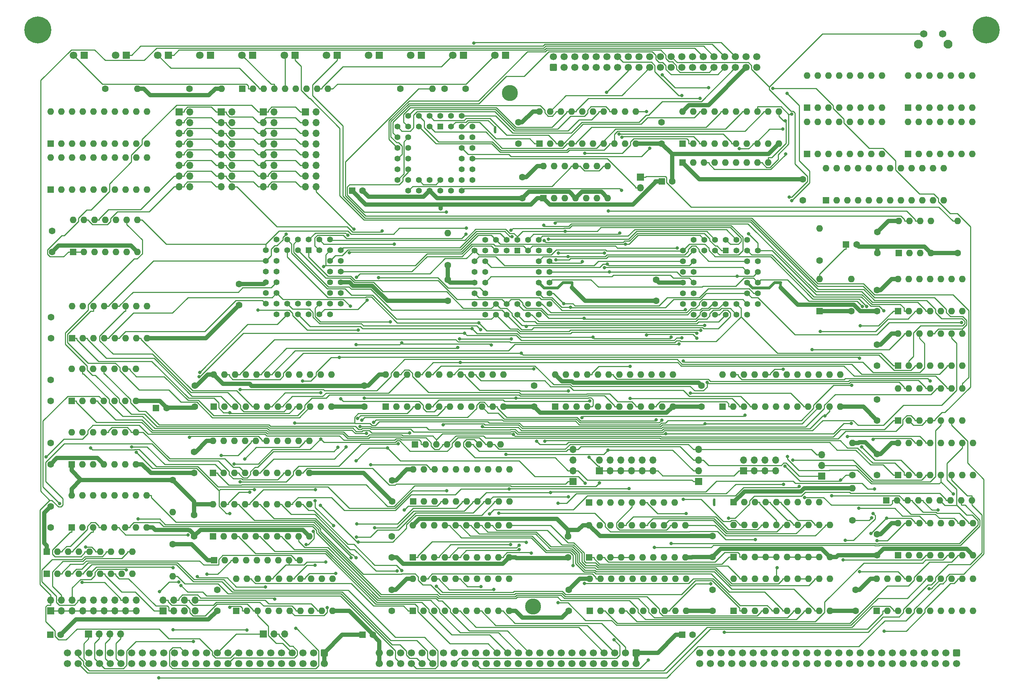
<source format=gbr>
%TF.GenerationSoftware,KiCad,Pcbnew,(6.0.11)*%
%TF.CreationDate,2023-05-28T18:52:26-04:00*%
%TF.ProjectId,processor.Z80,70726f63-6573-4736-9f72-2e5a38302e6b,rev?*%
%TF.SameCoordinates,Original*%
%TF.FileFunction,Copper,L1,Top*%
%TF.FilePolarity,Positive*%
%FSLAX46Y46*%
G04 Gerber Fmt 4.6, Leading zero omitted, Abs format (unit mm)*
G04 Created by KiCad (PCBNEW (6.0.11)) date 2023-05-28 18:52:26*
%MOMM*%
%LPD*%
G01*
G04 APERTURE LIST*
G04 Aperture macros list*
%AMRoundRect*
0 Rectangle with rounded corners*
0 $1 Rounding radius*
0 $2 $3 $4 $5 $6 $7 $8 $9 X,Y pos of 4 corners*
0 Add a 4 corners polygon primitive as box body*
4,1,4,$2,$3,$4,$5,$6,$7,$8,$9,$2,$3,0*
0 Add four circle primitives for the rounded corners*
1,1,$1+$1,$2,$3*
1,1,$1+$1,$4,$5*
1,1,$1+$1,$6,$7*
1,1,$1+$1,$8,$9*
0 Add four rect primitives between the rounded corners*
20,1,$1+$1,$2,$3,$4,$5,0*
20,1,$1+$1,$4,$5,$6,$7,0*
20,1,$1+$1,$6,$7,$8,$9,0*
20,1,$1+$1,$8,$9,$2,$3,0*%
G04 Aperture macros list end*
%TA.AperFunction,ComponentPad*%
%ADD10RoundRect,0.250000X-0.600000X0.600000X-0.600000X-0.600000X0.600000X-0.600000X0.600000X0.600000X0*%
%TD*%
%TA.AperFunction,ComponentPad*%
%ADD11C,1.700000*%
%TD*%
%TA.AperFunction,ComponentPad*%
%ADD12C,1.600000*%
%TD*%
%TA.AperFunction,ComponentPad*%
%ADD13R,1.600000X1.600000*%
%TD*%
%TA.AperFunction,ComponentPad*%
%ADD14R,1.800000X1.800000*%
%TD*%
%TA.AperFunction,ComponentPad*%
%ADD15C,1.800000*%
%TD*%
%TA.AperFunction,ComponentPad*%
%ADD16O,1.600000X1.600000*%
%TD*%
%TA.AperFunction,ComponentPad*%
%ADD17C,6.400000*%
%TD*%
%TA.AperFunction,ComponentPad*%
%ADD18R,1.700000X1.700000*%
%TD*%
%TA.AperFunction,ComponentPad*%
%ADD19O,1.700000X1.700000*%
%TD*%
%TA.AperFunction,ComponentPad*%
%ADD20R,1.422400X1.422400*%
%TD*%
%TA.AperFunction,ComponentPad*%
%ADD21C,1.422400*%
%TD*%
%TA.AperFunction,ComponentPad*%
%ADD22RoundRect,0.250000X0.600000X-0.600000X0.600000X0.600000X-0.600000X0.600000X-0.600000X-0.600000X0*%
%TD*%
%TA.AperFunction,ComponentPad*%
%ADD23C,2.100000*%
%TD*%
%TA.AperFunction,ComponentPad*%
%ADD24C,1.750000*%
%TD*%
%TA.AperFunction,ComponentPad*%
%ADD25C,0.600000*%
%TD*%
%TA.AperFunction,ComponentPad*%
%ADD26C,3.800000*%
%TD*%
%TA.AperFunction,ViaPad*%
%ADD27C,0.800000*%
%TD*%
%TA.AperFunction,Conductor*%
%ADD28C,1.000000*%
%TD*%
%TA.AperFunction,Conductor*%
%ADD29C,0.250000*%
%TD*%
%TA.AperFunction,Conductor*%
%ADD30C,0.700000*%
%TD*%
G04 APERTURE END LIST*
%TO.C,NT2*%
G36*
X216550000Y-136250000D02*
G01*
X215950000Y-136250000D01*
X215950000Y-135050000D01*
X216550000Y-135050000D01*
X216550000Y-136250000D01*
G37*
%TO.C,NT4*%
G36*
X200800000Y-187850000D02*
G01*
X200200000Y-187850000D01*
X200200000Y-186650000D01*
X200800000Y-186650000D01*
X200800000Y-187850000D01*
G37*
%TO.C,NT3*%
G36*
X148800000Y-99350000D02*
G01*
X148200000Y-99350000D01*
X148200000Y-98150000D01*
X148800000Y-98150000D01*
X148800000Y-99350000D01*
G37*
%TO.C,NT1*%
G36*
X167050000Y-136250000D02*
G01*
X166450000Y-136250000D01*
X166450000Y-135050000D01*
X167050000Y-135050000D01*
X167050000Y-136250000D01*
G37*
%TD*%
D10*
%TO.P,P1,1,Pin_1*%
%TO.N,VCC*%
X108000000Y-223000000D03*
D11*
%TO.P,P1,2,Pin_2*%
X108000000Y-225540000D03*
%TO.P,P1,3,Pin_3*%
%TO.N,~{RD}*%
X105460000Y-223000000D03*
%TO.P,P1,4,Pin_4*%
%TO.N,/bus/E*%
X105460000Y-225540000D03*
%TO.P,P1,5,Pin_5*%
%TO.N,~{WR}*%
X102920000Y-223000000D03*
%TO.P,P1,6,Pin_6*%
%TO.N,/bus/ST*%
X102920000Y-225540000D03*
%TO.P,P1,7,Pin_7*%
%TO.N,~{IORQ}*%
X100380000Y-223000000D03*
%TO.P,P1,8,Pin_8*%
%TO.N,/bus/PHI*%
X100380000Y-225540000D03*
%TO.P,P1,9,Pin_9*%
%TO.N,~{MREQ}*%
X97840000Y-223000000D03*
%TO.P,P1,10,Pin_10*%
%TO.N,/bus/~{INT2}*%
X97840000Y-225540000D03*
%TO.P,P1,11,Pin_11*%
%TO.N,~{M1}*%
X95300000Y-223000000D03*
%TO.P,P1,12,Pin_12*%
%TO.N,/bus/~{INT1}*%
X95300000Y-225540000D03*
%TO.P,P1,13,Pin_13*%
%TO.N,~{BUSACK}*%
X92760000Y-223000000D03*
%TO.P,P1,14,Pin_14*%
%TO.N,/bus/CRUCLK*%
X92760000Y-225540000D03*
%TO.P,P1,15,Pin_15*%
%TO.N,CLK*%
X90220000Y-223000000D03*
%TO.P,P1,16,Pin_16*%
%TO.N,/bus/CRUOUT*%
X90220000Y-225540000D03*
%TO.P,P1,17,Pin_17*%
%TO.N,~{INT0}*%
X87680000Y-223000000D03*
%TO.P,P1,18,Pin_18*%
%TO.N,/bus/CRUIN*%
X87680000Y-225540000D03*
%TO.P,P1,19,Pin_19*%
%TO.N,~{NMI}*%
X85140000Y-223000000D03*
%TO.P,P1,20,Pin_20*%
%TO.N,~{RES_IN}*%
X85140000Y-225540000D03*
%TO.P,P1,21,Pin_21*%
%TO.N,~{RES_OUT}*%
X82600000Y-223000000D03*
%TO.P,P1,22,Pin_22*%
%TO.N,/bus/USER8*%
X82600000Y-225540000D03*
%TO.P,P1,23,Pin_23*%
%TO.N,~{BUSRQ}*%
X80060000Y-223000000D03*
%TO.P,P1,24,Pin_24*%
%TO.N,/bus/USER7*%
X80060000Y-225540000D03*
%TO.P,P1,25,Pin_25*%
%TO.N,~{WAIT}*%
X77520000Y-223000000D03*
%TO.P,P1,26,Pin_26*%
%TO.N,/bus/USER6*%
X77520000Y-225540000D03*
%TO.P,P1,27,Pin_27*%
%TO.N,~{HALT}*%
X74980000Y-223000000D03*
%TO.P,P1,28,Pin_28*%
%TO.N,/bus/USER5*%
X74980000Y-225540000D03*
%TO.P,P1,29,Pin_29*%
%TO.N,~{RFSH}*%
X72440000Y-223000000D03*
%TO.P,P1,30,Pin_30*%
%TO.N,/bus/USER4*%
X72440000Y-225540000D03*
%TO.P,P1,31,Pin_31*%
%TO.N,~{EIRQ7}*%
X69900000Y-223000000D03*
%TO.P,P1,32,Pin_32*%
%TO.N,/bus/USER3*%
X69900000Y-225540000D03*
%TO.P,P1,33,Pin_33*%
%TO.N,~{EIRQ6}*%
X67360000Y-223000000D03*
%TO.P,P1,34,Pin_34*%
%TO.N,/bus/USER2*%
X67360000Y-225540000D03*
%TO.P,P1,35,Pin_35*%
%TO.N,~{EIRQ5}*%
X64820000Y-223000000D03*
%TO.P,P1,36,Pin_36*%
%TO.N,/bus/USER1*%
X64820000Y-225540000D03*
%TO.P,P1,37,Pin_37*%
%TO.N,~{EIRQ4}*%
X62280000Y-223000000D03*
%TO.P,P1,38,Pin_38*%
%TO.N,/bus/USER0*%
X62280000Y-225540000D03*
%TO.P,P1,39,Pin_39*%
%TO.N,~{EIRQ3}*%
X59740000Y-223000000D03*
%TO.P,P1,40,Pin_40*%
%TO.N,~{BAI}*%
X59740000Y-225540000D03*
%TO.P,P1,41,Pin_41*%
%TO.N,~{EIRQ2}*%
X57200000Y-223000000D03*
%TO.P,P1,42,Pin_42*%
%TO.N,~{BAO}*%
X57200000Y-225540000D03*
%TO.P,P1,43,Pin_43*%
%TO.N,~{EIRQ1}*%
X54660000Y-223000000D03*
%TO.P,P1,44,Pin_44*%
%TO.N,~{IEI}*%
X54660000Y-225540000D03*
%TO.P,P1,45,Pin_45*%
%TO.N,~{EIRQ0}*%
X52120000Y-223000000D03*
%TO.P,P1,46,Pin_46*%
%TO.N,~{IEO}*%
X52120000Y-225540000D03*
%TO.P,P1,47,Pin_47*%
%TO.N,I2C_SCL*%
X49580000Y-223000000D03*
%TO.P,P1,48,Pin_48*%
%TO.N,I2C_SDA*%
X49580000Y-225540000D03*
%TO.P,P1,49,Pin_49*%
%TO.N,GND*%
X47040000Y-223000000D03*
%TO.P,P1,50,Pin_50*%
X47040000Y-225540000D03*
%TD*%
D12*
%TO.P,C2,1*%
%TO.N,VCC*%
X124000000Y-208000000D03*
%TO.P,C2,2*%
%TO.N,GND*%
X124000000Y-213000000D03*
%TD*%
%TO.P,C3,1*%
%TO.N,VCC*%
X239125000Y-149800000D03*
%TO.P,C3,2*%
%TO.N,GND*%
X239125000Y-154800000D03*
%TD*%
%TO.P,C4,1*%
%TO.N,VCC*%
X157750000Y-159550000D03*
%TO.P,C4,2*%
%TO.N,GND*%
X157750000Y-164550000D03*
%TD*%
%TO.P,C5,1*%
%TO.N,VCC*%
X77075000Y-190300000D03*
%TO.P,C5,2*%
%TO.N,GND*%
X77075000Y-195300000D03*
%TD*%
%TO.P,C6,1*%
%TO.N,VCC*%
X43000000Y-158200000D03*
%TO.P,C6,2*%
%TO.N,GND*%
X43000000Y-163200000D03*
%TD*%
%TO.P,C8,1*%
%TO.N,VCC*%
X166000000Y-208000000D03*
%TO.P,C8,2*%
%TO.N,GND*%
X166000000Y-213000000D03*
%TD*%
%TO.P,C9,1*%
%TO.N,VCC*%
X200075000Y-195250000D03*
%TO.P,C9,2*%
%TO.N,GND*%
X200075000Y-200250000D03*
%TD*%
%TO.P,C10,1*%
%TO.N,VCC*%
X43000000Y-173200000D03*
%TO.P,C10,2*%
%TO.N,GND*%
X43000000Y-178200000D03*
%TD*%
%TO.P,C11,1*%
%TO.N,VCC*%
X43375000Y-122750000D03*
%TO.P,C11,2*%
%TO.N,GND*%
X43375000Y-127750000D03*
%TD*%
%TO.P,C14,1*%
%TO.N,VCC*%
X239250000Y-123000000D03*
%TO.P,C14,2*%
%TO.N,GND*%
X239250000Y-128000000D03*
%TD*%
%TO.P,C15,1*%
%TO.N,VCC*%
X137250000Y-134400000D03*
%TO.P,C15,2*%
%TO.N,GND*%
X137250000Y-139400000D03*
%TD*%
D13*
%TO.P,C25,1*%
%TO.N,VCC*%
X42929600Y-218750000D03*
D12*
%TO.P,C25,2*%
%TO.N,GND*%
X45429600Y-218750000D03*
%TD*%
D13*
%TO.P,C26,1*%
%TO.N,VCC*%
X68019900Y-164900000D03*
D12*
%TO.P,C26,2*%
%TO.N,GND*%
X70519900Y-164900000D03*
%TD*%
%TO.P,C17,1*%
%TO.N,VCC*%
X87750000Y-135390000D03*
%TO.P,C17,2*%
%TO.N,GND*%
X87750000Y-140390000D03*
%TD*%
%TO.P,C20,1*%
%TO.N,VCC*%
X124000000Y-195300000D03*
%TO.P,C20,2*%
%TO.N,GND*%
X124000000Y-200300000D03*
%TD*%
%TO.P,C21,1*%
%TO.N,VCC*%
X77075000Y-175300000D03*
%TO.P,C21,2*%
%TO.N,GND*%
X77075000Y-180300000D03*
%TD*%
%TO.P,C22,1*%
%TO.N,VCC*%
X165825000Y-195300000D03*
%TO.P,C22,2*%
%TO.N,GND*%
X165825000Y-200300000D03*
%TD*%
%TO.P,C23,1*%
%TO.N,VCC*%
X117500000Y-159550000D03*
%TO.P,C23,2*%
%TO.N,GND*%
X117500000Y-164550000D03*
%TD*%
D13*
%TO.P,C27,1*%
%TO.N,VCC*%
X117000000Y-218750000D03*
D12*
%TO.P,C27,2*%
%TO.N,GND*%
X119500000Y-218750000D03*
%TD*%
D13*
%TO.P,C28,1*%
%TO.N,VCC*%
X192884700Y-218750000D03*
D12*
%TO.P,C28,2*%
%TO.N,GND*%
X195384700Y-218750000D03*
%TD*%
D13*
%TO.P,C29,1*%
%TO.N,VCC*%
X188044900Y-111000000D03*
D12*
%TO.P,C29,2*%
%TO.N,GND*%
X190544900Y-111000000D03*
%TD*%
D14*
%TO.P,D4,1,K*%
%TO.N,Net-(D4-Pad1)*%
X81000000Y-81000000D03*
D15*
%TO.P,D4,2,A*%
%TO.N,Net-(D4-Pad2)*%
X78460000Y-81000000D03*
%TD*%
D14*
%TO.P,D5,1,K*%
%TO.N,~{WAIT-EN}*%
X61000000Y-81000000D03*
D15*
%TO.P,D5,2,A*%
%TO.N,Net-(D5-Pad2)*%
X58460000Y-81000000D03*
%TD*%
D14*
%TO.P,D6,1,K*%
%TO.N,~{INT0-EN}*%
X71000000Y-81000000D03*
D15*
%TO.P,D6,2,A*%
%TO.N,470B*%
X68460000Y-81000000D03*
%TD*%
D14*
%TO.P,D1,1,K*%
%TO.N,Net-(D1-Pad1)*%
X91000000Y-81000000D03*
D15*
%TO.P,D1,2,A*%
%TO.N,470C*%
X88460000Y-81000000D03*
%TD*%
D14*
%TO.P,D2,1,K*%
%TO.N,Net-(D2-Pad1)*%
X101000000Y-81000000D03*
D15*
%TO.P,D2,2,A*%
%TO.N,470D*%
X98460000Y-81000000D03*
%TD*%
D12*
%TO.P,R5,1*%
%TO.N,Net-(D4-Pad2)*%
X76000000Y-89000000D03*
D16*
%TO.P,R5,2*%
%TO.N,VCC*%
X83620000Y-89000000D03*
%TD*%
D12*
%TO.P,R6,1*%
%TO.N,Net-(D5-Pad2)*%
X56000000Y-89000000D03*
D16*
%TO.P,R6,2*%
%TO.N,VCC*%
X63620000Y-89000000D03*
%TD*%
D13*
%TO.P,RN2,1,common*%
%TO.N,VCC*%
X42075000Y-199000000D03*
D16*
%TO.P,RN2,2,R1*%
%TO.N,~{EIRQ7}*%
X44615000Y-199000000D03*
%TO.P,RN2,3,R2*%
%TO.N,~{EIRQ6}*%
X47155000Y-199000000D03*
%TO.P,RN2,4,R3*%
%TO.N,~{EIRQ5}*%
X49695000Y-199000000D03*
%TO.P,RN2,5,R4*%
%TO.N,~{EIRQ4}*%
X52235000Y-199000000D03*
%TO.P,RN2,6,R5*%
%TO.N,~{EIRQ3}*%
X54775000Y-199000000D03*
%TO.P,RN2,7,R6*%
%TO.N,~{EIRQ2}*%
X57315000Y-199000000D03*
%TO.P,RN2,8,R7*%
%TO.N,~{EIRQ1}*%
X59855000Y-199000000D03*
%TO.P,RN2,9,R8*%
%TO.N,~{EIRQ0}*%
X62395000Y-199000000D03*
%TD*%
D13*
%TO.P,U4,1*%
%TO.N,~{DMA-INT-PULSE2}*%
X48000000Y-163200000D03*
D16*
%TO.P,U4,2*%
%TO.N,~{TEND1}*%
X50540000Y-163200000D03*
%TO.P,U4,3*%
%TO.N,~{DMA-INT-PULSE1}*%
X53080000Y-163200000D03*
%TO.P,U4,4*%
%TO.N,~{TEND0}*%
X55620000Y-163200000D03*
%TO.P,U4,5*%
%TO.N,~{NMI}*%
X58160000Y-163200000D03*
%TO.P,U4,6*%
%TO.N,Net-(D4-Pad1)*%
X60700000Y-163200000D03*
%TO.P,U4,7,GND*%
%TO.N,GND*%
X63240000Y-163200000D03*
%TO.P,U4,8*%
%TO.N,~{INT0-EN}*%
X63240000Y-155580000D03*
%TO.P,U4,9*%
%TO.N,~{IM2-INT}*%
X60700000Y-155580000D03*
%TO.P,U4,10*%
%TO.N,~{RES_OUT}*%
X58160000Y-155580000D03*
%TO.P,U4,11*%
%TO.N,10KA*%
X55620000Y-155580000D03*
%TO.P,U4,12*%
%TO.N,~{WAIT-EN}*%
X53080000Y-155580000D03*
%TO.P,U4,13*%
%TO.N,READY*%
X50540000Y-155580000D03*
%TO.P,U4,14,VCC*%
%TO.N,VCC*%
X48000000Y-155580000D03*
%TD*%
D13*
%TO.P,U5,1,1OE*%
%TO.N,BUSACK*%
X129000000Y-213000000D03*
D16*
%TO.P,U5,2,1A0*%
%TO.N,CPU-A8*%
X131540000Y-213000000D03*
%TO.P,U5,3,2Y0*%
%TO.N,A12*%
X134080000Y-213000000D03*
%TO.P,U5,4,1A1*%
%TO.N,CPU-A9*%
X136620000Y-213000000D03*
%TO.P,U5,5,2Y1*%
%TO.N,A13*%
X139160000Y-213000000D03*
%TO.P,U5,6,1A2*%
%TO.N,CPU-A10*%
X141700000Y-213000000D03*
%TO.P,U5,7,2Y2*%
%TO.N,A14*%
X144240000Y-213000000D03*
%TO.P,U5,8,1A3*%
%TO.N,CPU-A11*%
X146780000Y-213000000D03*
%TO.P,U5,9,2Y3*%
%TO.N,A15*%
X149320000Y-213000000D03*
%TO.P,U5,10,GND*%
%TO.N,GND*%
X151860000Y-213000000D03*
%TO.P,U5,11,2A3*%
%TO.N,SEL-A15*%
X151860000Y-205380000D03*
%TO.P,U5,12,1Y3*%
%TO.N,A11*%
X149320000Y-205380000D03*
%TO.P,U5,13,2A2*%
%TO.N,SEL-A14*%
X146780000Y-205380000D03*
%TO.P,U5,14,1Y2*%
%TO.N,A10*%
X144240000Y-205380000D03*
%TO.P,U5,15,2A1*%
%TO.N,CPU-A13*%
X141700000Y-205380000D03*
%TO.P,U5,16,1Y1*%
%TO.N,A9*%
X139160000Y-205380000D03*
%TO.P,U5,17,2A0*%
%TO.N,CPU-A12*%
X136620000Y-205380000D03*
%TO.P,U5,18,1Y0*%
%TO.N,A8*%
X134080000Y-205380000D03*
%TO.P,U5,19,2OE*%
%TO.N,BUSACK*%
X131540000Y-205380000D03*
%TO.P,U5,20,VCC*%
%TO.N,VCC*%
X129000000Y-205380000D03*
%TD*%
D13*
%TO.P,U6,1,1OE*%
%TO.N,ZERO*%
X81575000Y-180300000D03*
D16*
%TO.P,U6,2,1A0*%
%TO.N,~{RES_OUT}*%
X84115000Y-180300000D03*
%TO.P,U6,3,2Y0*%
%TO.N,~{CPU-WAIT}*%
X86655000Y-180300000D03*
%TO.P,U6,4,1A1*%
%TO.N,RAW-CLK*%
X89195000Y-180300000D03*
%TO.P,U6,5,2Y1*%
%TO.N,~{CPU-BUSRQ}*%
X91735000Y-180300000D03*
%TO.P,U6,6,1A2*%
%TO.N,~{NMI}*%
X94275000Y-180300000D03*
%TO.P,U6,7,2Y2*%
%TO.N,unconnected-(U6-Pad7)*%
X96815000Y-180300000D03*
%TO.P,U6,8,1A3*%
%TO.N,~{INT0}*%
X99355000Y-180300000D03*
%TO.P,U6,9,2Y3*%
%TO.N,~{DMA-IEI1}*%
X101895000Y-180300000D03*
%TO.P,U6,10,GND*%
%TO.N,GND*%
X104435000Y-180300000D03*
%TO.P,U6,11,2A3*%
%TO.N,~{IEI}*%
X104435000Y-172680000D03*
%TO.P,U6,12,1Y3*%
%TO.N,~{CPU-INT}*%
X101895000Y-172680000D03*
%TO.P,U6,13,2A2*%
%TO.N,unconnected-(U6-Pad13)*%
X99355000Y-172680000D03*
%TO.P,U6,14,1Y2*%
%TO.N,~{CPU-NMI}*%
X96815000Y-172680000D03*
%TO.P,U6,15,2A1*%
%TO.N,~{BUSRQ}*%
X94275000Y-172680000D03*
%TO.P,U6,16,1Y1*%
%TO.N,CLK*%
X91735000Y-172680000D03*
%TO.P,U6,17,2A0*%
%TO.N,~{WAIT}*%
X89195000Y-172680000D03*
%TO.P,U6,18,1Y0*%
%TO.N,~{CPU-RESET}*%
X86655000Y-172680000D03*
%TO.P,U6,19,2OE*%
%TO.N,ZERO*%
X84115000Y-172680000D03*
%TO.P,U6,20,VCC*%
%TO.N,VCC*%
X81575000Y-172680000D03*
%TD*%
D13*
%TO.P,U8,1,A->B*%
%TO.N,DATA-DIR*%
X129000000Y-200300000D03*
D16*
%TO.P,U8,2,A0*%
%TO.N,CPU-D0*%
X131540000Y-200300000D03*
%TO.P,U8,3,A1*%
%TO.N,CPU-D1*%
X134080000Y-200300000D03*
%TO.P,U8,4,A2*%
%TO.N,CPU-D2*%
X136620000Y-200300000D03*
%TO.P,U8,5,A3*%
%TO.N,CPU-D3*%
X139160000Y-200300000D03*
%TO.P,U8,6,A4*%
%TO.N,CPU-D4*%
X141700000Y-200300000D03*
%TO.P,U8,7,A5*%
%TO.N,CPU-D5*%
X144240000Y-200300000D03*
%TO.P,U8,8,A6*%
%TO.N,CPU-D6*%
X146780000Y-200300000D03*
%TO.P,U8,9,A7*%
%TO.N,CPU-D7*%
X149320000Y-200300000D03*
%TO.P,U8,10,GND*%
%TO.N,GND*%
X151860000Y-200300000D03*
%TO.P,U8,11,B7*%
%TO.N,D7*%
X151860000Y-192680000D03*
%TO.P,U8,12,B6*%
%TO.N,D6*%
X149320000Y-192680000D03*
%TO.P,U8,13,B5*%
%TO.N,D5*%
X146780000Y-192680000D03*
%TO.P,U8,14,B4*%
%TO.N,D4*%
X144240000Y-192680000D03*
%TO.P,U8,15,B3*%
%TO.N,D3*%
X141700000Y-192680000D03*
%TO.P,U8,16,B2*%
%TO.N,D2*%
X139160000Y-192680000D03*
%TO.P,U8,17,B1*%
%TO.N,D1*%
X136620000Y-192680000D03*
%TO.P,U8,18,B0*%
%TO.N,D0*%
X134080000Y-192680000D03*
%TO.P,U8,19,CE*%
%TO.N,~{BUS-EN}*%
X131540000Y-192680000D03*
%TO.P,U8,20,VCC*%
%TO.N,VCC*%
X129000000Y-192680000D03*
%TD*%
D13*
%TO.P,U15,1,I4*%
%TO.N,~{EIRQ4}*%
X48000000Y-193200000D03*
D16*
%TO.P,U15,2,I5*%
%TO.N,~{EIRQ5}*%
X50540000Y-193200000D03*
%TO.P,U15,3,I6*%
%TO.N,~{EIRQ6}*%
X53080000Y-193200000D03*
%TO.P,U15,4,I7*%
%TO.N,~{EIRQ7}*%
X55620000Y-193200000D03*
%TO.P,U15,5,EI*%
%TO.N,ZERO*%
X58160000Y-193200000D03*
%TO.P,U15,6,S2*%
%TO.N,Net-(U15-Pad6)*%
X60700000Y-193200000D03*
%TO.P,U15,7,S1*%
%TO.N,Net-(U15-Pad7)*%
X63240000Y-193200000D03*
%TO.P,U15,8,GND*%
%TO.N,GND*%
X65780000Y-193200000D03*
%TO.P,U15,9,S0*%
%TO.N,Net-(U15-Pad9)*%
X65780000Y-185580000D03*
%TO.P,U15,10,IO*%
%TO.N,~{EIRQ0}*%
X63240000Y-185580000D03*
%TO.P,U15,11,I1*%
%TO.N,~{EIRQ1}*%
X60700000Y-185580000D03*
%TO.P,U15,12,I2*%
%TO.N,~{EIRQ2}*%
X58160000Y-185580000D03*
%TO.P,U15,13,I3*%
%TO.N,~{EIRQ3}*%
X55620000Y-185580000D03*
%TO.P,U15,14,GS*%
%TO.N,~{IM2-INT}*%
X53080000Y-185580000D03*
%TO.P,U15,15,EO*%
%TO.N,unconnected-(U15-Pad15)*%
X50540000Y-185580000D03*
%TO.P,U15,16,VCC*%
%TO.N,VCC*%
X48000000Y-185580000D03*
%TD*%
D13*
%TO.P,U1,1,1OE*%
%TO.N,BUSACK*%
X81575000Y-195300000D03*
D16*
%TO.P,U1,2,1A0*%
%TO.N,CPU-A0*%
X84115000Y-195300000D03*
%TO.P,U1,3,2Y0*%
%TO.N,A4*%
X86655000Y-195300000D03*
%TO.P,U1,4,1A1*%
%TO.N,CPU-A1*%
X89195000Y-195300000D03*
%TO.P,U1,5,2Y1*%
%TO.N,A5*%
X91735000Y-195300000D03*
%TO.P,U1,6,1A2*%
%TO.N,CPU-A2*%
X94275000Y-195300000D03*
%TO.P,U1,7,2Y2*%
%TO.N,A6*%
X96815000Y-195300000D03*
%TO.P,U1,8,1A3*%
%TO.N,CPU-A3*%
X99355000Y-195300000D03*
%TO.P,U1,9,2Y3*%
%TO.N,A7*%
X101895000Y-195300000D03*
%TO.P,U1,10,GND*%
%TO.N,GND*%
X104435000Y-195300000D03*
%TO.P,U1,11,2A3*%
%TO.N,CPU-A7*%
X104435000Y-187680000D03*
%TO.P,U1,12,1Y3*%
%TO.N,A3*%
X101895000Y-187680000D03*
%TO.P,U1,13,2A2*%
%TO.N,CPU-A6*%
X99355000Y-187680000D03*
%TO.P,U1,14,1Y2*%
%TO.N,A2*%
X96815000Y-187680000D03*
%TO.P,U1,15,2A1*%
%TO.N,CPU-A5*%
X94275000Y-187680000D03*
%TO.P,U1,16,1Y1*%
%TO.N,A1*%
X91735000Y-187680000D03*
%TO.P,U1,17,2A0*%
%TO.N,CPU-A4*%
X89195000Y-187680000D03*
%TO.P,U1,18,1Y0*%
%TO.N,A0*%
X86655000Y-187680000D03*
%TO.P,U1,19,2OE*%
%TO.N,BUSACK*%
X84115000Y-187680000D03*
%TO.P,U1,20,VCC*%
%TO.N,VCC*%
X81575000Y-187680000D03*
%TD*%
D10*
%TO.P,P2,1,Pin_1*%
%TO.N,VCC*%
X182000000Y-223000000D03*
D11*
%TO.P,P2,2,Pin_2*%
X182000000Y-225540000D03*
%TO.P,P2,3,Pin_3*%
%TO.N,A15*%
X179460000Y-223000000D03*
%TO.P,P2,4,Pin_4*%
%TO.N,/bus/A31*%
X179460000Y-225540000D03*
%TO.P,P2,5,Pin_5*%
%TO.N,A14*%
X176920000Y-223000000D03*
%TO.P,P2,6,Pin_6*%
%TO.N,/bus/A30*%
X176920000Y-225540000D03*
%TO.P,P2,7,Pin_7*%
%TO.N,A13*%
X174380000Y-223000000D03*
%TO.P,P2,8,Pin_8*%
%TO.N,/bus/A29*%
X174380000Y-225540000D03*
%TO.P,P2,9,Pin_9*%
%TO.N,A12*%
X171840000Y-223000000D03*
%TO.P,P2,10,Pin_10*%
%TO.N,/bus/A28*%
X171840000Y-225540000D03*
%TO.P,P2,11,Pin_11*%
%TO.N,A11*%
X169300000Y-223000000D03*
%TO.P,P2,12,Pin_12*%
%TO.N,/bus/A27*%
X169300000Y-225540000D03*
%TO.P,P2,13,Pin_13*%
%TO.N,A10*%
X166760000Y-223000000D03*
%TO.P,P2,14,Pin_14*%
%TO.N,/bus/A26*%
X166760000Y-225540000D03*
%TO.P,P2,15,Pin_15*%
%TO.N,A9*%
X164220000Y-223000000D03*
%TO.P,P2,16,Pin_16*%
%TO.N,/bus/A25*%
X164220000Y-225540000D03*
%TO.P,P2,17,Pin_17*%
%TO.N,A8*%
X161680000Y-223000000D03*
%TO.P,P2,18,Pin_18*%
%TO.N,/bus/A24*%
X161680000Y-225540000D03*
%TO.P,P2,19,Pin_19*%
%TO.N,+12V*%
X159140000Y-223000000D03*
%TO.P,P2,20,Pin_20*%
X159140000Y-225540000D03*
%TO.P,P2,21,Pin_21*%
%TO.N,A7*%
X156600000Y-223000000D03*
%TO.P,P2,22,Pin_22*%
%TO.N,/bus/A23*%
X156600000Y-225540000D03*
%TO.P,P2,23,Pin_23*%
%TO.N,A6*%
X154060000Y-223000000D03*
%TO.P,P2,24,Pin_24*%
%TO.N,/bus/A22*%
X154060000Y-225540000D03*
%TO.P,P2,25,Pin_25*%
%TO.N,A5*%
X151520000Y-223000000D03*
%TO.P,P2,26,Pin_26*%
%TO.N,A21*%
X151520000Y-225540000D03*
%TO.P,P2,27,Pin_27*%
%TO.N,A4*%
X148980000Y-223000000D03*
%TO.P,P2,28,Pin_28*%
%TO.N,A20*%
X148980000Y-225540000D03*
%TO.P,P2,29,Pin_29*%
%TO.N,A3*%
X146440000Y-223000000D03*
%TO.P,P2,30,Pin_30*%
%TO.N,A19*%
X146440000Y-225540000D03*
%TO.P,P2,31,Pin_31*%
%TO.N,A2*%
X143900000Y-223000000D03*
%TO.P,P2,32,Pin_32*%
%TO.N,A18*%
X143900000Y-225540000D03*
%TO.P,P2,33,Pin_33*%
%TO.N,A1*%
X141360000Y-223000000D03*
%TO.P,P2,34,Pin_34*%
%TO.N,A17*%
X141360000Y-225540000D03*
%TO.P,P2,35,Pin_35*%
%TO.N,A0*%
X138820000Y-223000000D03*
%TO.P,P2,36,Pin_36*%
%TO.N,A16*%
X138820000Y-225540000D03*
%TO.P,P2,37,Pin_37*%
%TO.N,-12V*%
X136280000Y-223000000D03*
%TO.P,P2,38,Pin_38*%
X136280000Y-225540000D03*
%TO.P,P2,39,Pin_39*%
%TO.N,/bus/IC3*%
X133740000Y-223000000D03*
%TO.P,P2,40,Pin_40*%
%TO.N,~{TEND1}*%
X133740000Y-225540000D03*
%TO.P,P2,41,Pin_41*%
%TO.N,/bus/IC2*%
X131200000Y-223000000D03*
%TO.P,P2,42,Pin_42*%
%TO.N,~{DREQ1}*%
X131200000Y-225540000D03*
%TO.P,P2,43,Pin_43*%
%TO.N,/bus/IC1*%
X128660000Y-223000000D03*
%TO.P,P2,44,Pin_44*%
%TO.N,~{TEND0}*%
X128660000Y-225540000D03*
%TO.P,P2,45,Pin_45*%
%TO.N,/bus/IC0*%
X126120000Y-223000000D03*
%TO.P,P2,46,Pin_46*%
%TO.N,~{DREQ0}*%
X126120000Y-225540000D03*
%TO.P,P2,47,Pin_47*%
%TO.N,/bus/AUXCLK1*%
X123580000Y-223000000D03*
%TO.P,P2,48,Pin_48*%
%TO.N,/bus/AUXCLK0*%
X123580000Y-225540000D03*
%TO.P,P2,49,Pin_49*%
%TO.N,GND*%
X121040000Y-223000000D03*
%TO.P,P2,50,Pin_50*%
X121040000Y-225540000D03*
%TD*%
D17*
%TO.P,H2,1,1*%
%TO.N,GND*%
X265000000Y-75000000D03*
%TD*%
D13*
%TO.P,RN1,1,common*%
%TO.N,VCC*%
X81800000Y-201000000D03*
D16*
%TO.P,RN1,2,R1*%
%TO.N,~{RES_OUT}*%
X84340000Y-201000000D03*
%TO.P,RN1,3,R2*%
%TO.N,~{IEI}*%
X86880000Y-201000000D03*
%TO.P,RN1,4,R3*%
%TO.N,~{NMI}*%
X89420000Y-201000000D03*
%TO.P,RN1,5,R4*%
%TO.N,~{INT0}*%
X91960000Y-201000000D03*
%TO.P,RN1,6,R5*%
%TO.N,~{WAIT}*%
X94500000Y-201000000D03*
%TO.P,RN1,7,R6*%
%TO.N,~{DMA-ADDR}*%
X97040000Y-201000000D03*
%TO.P,RN1,8,R7*%
%TO.N,~{CPU-IORQ}*%
X99580000Y-201000000D03*
%TO.P,RN1,9,R8*%
%TO.N,~{BAO}*%
X102120000Y-201000000D03*
%TD*%
D13*
%TO.P,U11,1,1OE*%
%TO.N,ZERO*%
X87075000Y-213025000D03*
D16*
%TO.P,U11,2,1A0*%
%TO.N,~{DMA-BAO2}*%
X89615000Y-213025000D03*
%TO.P,U11,3,2Y0*%
%TO.N,~{IORQ}*%
X92155000Y-213025000D03*
%TO.P,U11,4,1A1*%
%TO.N,~{CPU-HALT}*%
X94695000Y-213025000D03*
%TO.P,U11,5,2Y1*%
%TO.N,~{MREQ}*%
X97235000Y-213025000D03*
%TO.P,U11,6,1A2*%
%TO.N,~{CPU-RFSH}*%
X99775000Y-213025000D03*
%TO.P,U11,7,2Y2*%
%TO.N,~{WR}*%
X102315000Y-213025000D03*
%TO.P,U11,8,1A3*%
%TO.N,~{CPU-M1}*%
X104855000Y-213025000D03*
%TO.P,U11,9,2Y3*%
%TO.N,~{RD}*%
X107395000Y-213025000D03*
%TO.P,U11,10,GND*%
%TO.N,GND*%
X109935000Y-213025000D03*
%TO.P,U11,11,2A3*%
%TO.N,~{CPU-RD}*%
X109935000Y-205405000D03*
%TO.P,U11,12,1Y3*%
%TO.N,~{M1}*%
X107395000Y-205405000D03*
%TO.P,U11,13,2A2*%
%TO.N,~{CPU-WR}*%
X104855000Y-205405000D03*
%TO.P,U11,14,1Y2*%
%TO.N,~{RFSH}*%
X102315000Y-205405000D03*
%TO.P,U11,15,2A1*%
%TO.N,~{CPU-MREQ}*%
X99775000Y-205405000D03*
%TO.P,U11,16,1Y1*%
%TO.N,~{HALT}*%
X97235000Y-205405000D03*
%TO.P,U11,17,2A0*%
%TO.N,~{CPU-IORQ}*%
X94695000Y-205405000D03*
%TO.P,U11,18,1Y0*%
%TO.N,~{BUSACK}*%
X92155000Y-205405000D03*
%TO.P,U11,19,2OE*%
%TO.N,BUSACK*%
X89615000Y-205405000D03*
%TO.P,U11,20,VCC*%
%TO.N,VCC*%
X87075000Y-205405000D03*
%TD*%
D13*
%TO.P,U16,1,OE*%
%TO.N,~{IM2-EN-OE}*%
X205075000Y-213050000D03*
D16*
%TO.P,U16,2,O0*%
%TO.N,D0*%
X207615000Y-213050000D03*
%TO.P,U16,3,D0*%
%TO.N,ZERO*%
X210155000Y-213050000D03*
%TO.P,U16,4,D1*%
%TO.N,Net-(U15-Pad9)*%
X212695000Y-213050000D03*
%TO.P,U16,5,O1*%
%TO.N,D1*%
X215235000Y-213050000D03*
%TO.P,U16,6,O2*%
%TO.N,D2*%
X217775000Y-213050000D03*
%TO.P,U16,7,D2*%
%TO.N,Net-(U15-Pad7)*%
X220315000Y-213050000D03*
%TO.P,U16,8,D3*%
%TO.N,Net-(U15-Pad6)*%
X222855000Y-213050000D03*
%TO.P,U16,9,O3*%
%TO.N,D3*%
X225395000Y-213050000D03*
%TO.P,U16,10,GND*%
%TO.N,GND*%
X227935000Y-213050000D03*
%TO.P,U16,11,LE*%
%TO.N,~{CPU-M1}*%
X227935000Y-205430000D03*
%TO.P,U16,12,O4*%
%TO.N,D4*%
X225395000Y-205430000D03*
%TO.P,U16,13,D4*%
%TO.N,ZERO*%
X222855000Y-205430000D03*
%TO.P,U16,14,D5*%
X220315000Y-205430000D03*
%TO.P,U16,15,O5*%
%TO.N,D5*%
X217775000Y-205430000D03*
%TO.P,U16,16,O6*%
%TO.N,D6*%
X215235000Y-205430000D03*
%TO.P,U16,17,D6*%
%TO.N,ZERO*%
X212695000Y-205430000D03*
%TO.P,U16,18,D7*%
X210155000Y-205430000D03*
%TO.P,U16,19,O7*%
%TO.N,D7*%
X207615000Y-205430000D03*
%TO.P,U16,20,VCC*%
%TO.N,VCC*%
X205075000Y-205430000D03*
%TD*%
D18*
%TO.P,J3,1,Pin_1*%
%TO.N,/waitstate/1WS*%
X83500000Y-94500000D03*
D19*
%TO.P,J3,2,Pin_2*%
%TO.N,WS-IORD*%
X86040000Y-94500000D03*
%TO.P,J3,3,Pin_3*%
%TO.N,/waitstate/2WS*%
X83500000Y-97040000D03*
%TO.P,J3,4,Pin_4*%
%TO.N,WS-IORD*%
X86040000Y-97040000D03*
%TO.P,J3,5,Pin_5*%
%TO.N,/waitstate/3WS*%
X83500000Y-99580000D03*
%TO.P,J3,6,Pin_6*%
%TO.N,WS-IORD*%
X86040000Y-99580000D03*
%TO.P,J3,7,Pin_7*%
%TO.N,/waitstate/4WS*%
X83500000Y-102120000D03*
%TO.P,J3,8,Pin_8*%
%TO.N,WS-IORD*%
X86040000Y-102120000D03*
%TO.P,J3,9,Pin_9*%
%TO.N,/waitstate/5WS*%
X83500000Y-104660000D03*
%TO.P,J3,10,Pin_10*%
%TO.N,WS-IORD*%
X86040000Y-104660000D03*
%TO.P,J3,11,Pin_11*%
%TO.N,/waitstate/6WS*%
X83500000Y-107200000D03*
%TO.P,J3,12,Pin_12*%
%TO.N,WS-IORD*%
X86040000Y-107200000D03*
%TO.P,J3,13,Pin_13*%
%TO.N,/waitstate/7WS*%
X83500000Y-109740000D03*
%TO.P,J3,14,Pin_14*%
%TO.N,WS-IORD*%
X86040000Y-109740000D03*
%TO.P,J3,15,Pin_15*%
%TO.N,/waitstate/8WS*%
X83500000Y-112280000D03*
%TO.P,J3,16,Pin_16*%
%TO.N,WS-IORD*%
X86040000Y-112280000D03*
%TD*%
D18*
%TO.P,J1,1,Pin_1*%
%TO.N,ONE*%
X103500000Y-94500000D03*
D19*
%TO.P,J1,2,Pin_2*%
%TO.N,WS-MEMRD*%
X106040000Y-94500000D03*
%TO.P,J1,3,Pin_3*%
%TO.N,/waitstate/1WS*%
X103500000Y-97040000D03*
%TO.P,J1,4,Pin_4*%
%TO.N,WS-MEMRD*%
X106040000Y-97040000D03*
%TO.P,J1,5,Pin_5*%
%TO.N,/waitstate/2WS*%
X103500000Y-99580000D03*
%TO.P,J1,6,Pin_6*%
%TO.N,WS-MEMRD*%
X106040000Y-99580000D03*
%TO.P,J1,7,Pin_7*%
%TO.N,/waitstate/3WS*%
X103500000Y-102120000D03*
%TO.P,J1,8,Pin_8*%
%TO.N,WS-MEMRD*%
X106040000Y-102120000D03*
%TO.P,J1,9,Pin_9*%
%TO.N,/waitstate/4WS*%
X103500000Y-104660000D03*
%TO.P,J1,10,Pin_10*%
%TO.N,WS-MEMRD*%
X106040000Y-104660000D03*
%TO.P,J1,11,Pin_11*%
%TO.N,/waitstate/5WS*%
X103500000Y-107200000D03*
%TO.P,J1,12,Pin_12*%
%TO.N,WS-MEMRD*%
X106040000Y-107200000D03*
%TO.P,J1,13,Pin_13*%
%TO.N,/waitstate/6WS*%
X103500000Y-109740000D03*
%TO.P,J1,14,Pin_14*%
%TO.N,WS-MEMRD*%
X106040000Y-109740000D03*
%TO.P,J1,15,Pin_15*%
%TO.N,/waitstate/7WS*%
X103500000Y-112280000D03*
%TO.P,J1,16,Pin_16*%
%TO.N,WS-MEMRD*%
X106040000Y-112280000D03*
%TD*%
D12*
%TO.P,C19,1*%
%TO.N,VCC*%
X43000000Y-188200000D03*
%TO.P,C19,2*%
%TO.N,GND*%
X43000000Y-193200000D03*
%TD*%
%TO.P,C18,1*%
%TO.N,VCC*%
X43125000Y-143300000D03*
%TO.P,C18,2*%
%TO.N,GND*%
X43125000Y-148300000D03*
%TD*%
%TO.P,C12,1*%
%TO.N,VCC*%
X77250000Y-159550000D03*
%TO.P,C12,2*%
%TO.N,GND*%
X77250000Y-164550000D03*
%TD*%
%TO.P,C16,1*%
%TO.N,VCC*%
X82575000Y-208025000D03*
%TO.P,C16,2*%
%TO.N,GND*%
X82575000Y-213025000D03*
%TD*%
D13*
%TO.P,U3,1,Pin_1*%
%TO.N,VCC*%
X48000000Y-178200000D03*
D16*
%TO.P,U3,2,Pin_2*%
%TO.N,unconnected-(U3-Pad2)*%
X50540000Y-178200000D03*
%TO.P,U3,3,Pin_3*%
%TO.N,unconnected-(U3-Pad3)*%
X53080000Y-178200000D03*
%TO.P,U3,4,Pin_4*%
%TO.N,GND*%
X55620000Y-178200000D03*
%TO.P,U3,5,Pin_5*%
%TO.N,unconnected-(U3-Pad5)*%
X58160000Y-178200000D03*
%TO.P,U3,6,Pin_6*%
%TO.N,unconnected-(U3-Pad6)*%
X60700000Y-178200000D03*
%TO.P,U3,7,Pin_7*%
%TO.N,GND*%
X63240000Y-178200000D03*
%TO.P,U3,8,Pin_8*%
%TO.N,RAW-CLK*%
X63240000Y-170580000D03*
%TO.P,U3,9,Pin_9*%
%TO.N,unconnected-(U3-Pad9)*%
X60700000Y-170580000D03*
%TO.P,U3,10,Pin_10*%
%TO.N,unconnected-(U3-Pad10)*%
X58160000Y-170580000D03*
%TO.P,U3,11,Pin_11*%
%TO.N,RAW-CLK*%
X55620000Y-170580000D03*
%TO.P,U3,12,Pin_12*%
%TO.N,unconnected-(U3-Pad12)*%
X53080000Y-170580000D03*
%TO.P,U3,13,Pin_13*%
%TO.N,unconnected-(U3-Pad13)*%
X50540000Y-170580000D03*
%TO.P,U3,14,Pin_14*%
%TO.N,VCC*%
X48000000Y-170580000D03*
%TD*%
D17*
%TO.P,H1,1,1*%
%TO.N,GND*%
X40000000Y-75000000D03*
%TD*%
D14*
%TO.P,D7,1,K*%
%TO.N,GND*%
X51000000Y-81000000D03*
D15*
%TO.P,D7,2,A*%
%TO.N,470A*%
X48460000Y-81000000D03*
%TD*%
D10*
%TO.P,P3,1,Pin_1*%
%TO.N,VCC*%
X258000000Y-223000000D03*
D11*
%TO.P,P3,2,Pin_2*%
X258000000Y-225540000D03*
%TO.P,P3,3,Pin_3*%
%TO.N,/bus/D15*%
X255460000Y-223000000D03*
%TO.P,P3,4,Pin_4*%
%TO.N,/bus/D31*%
X255460000Y-225540000D03*
%TO.P,P3,5,Pin_5*%
%TO.N,/bus/D14*%
X252920000Y-223000000D03*
%TO.P,P3,6,Pin_6*%
%TO.N,/bus/D30*%
X252920000Y-225540000D03*
%TO.P,P3,7,Pin_7*%
%TO.N,/bus/D13*%
X250380000Y-223000000D03*
%TO.P,P3,8,Pin_8*%
%TO.N,/bus/D29*%
X250380000Y-225540000D03*
%TO.P,P3,9,Pin_9*%
%TO.N,/bus/D12*%
X247840000Y-223000000D03*
%TO.P,P3,10,Pin_10*%
%TO.N,/bus/D28*%
X247840000Y-225540000D03*
%TO.P,P3,11,Pin_11*%
%TO.N,/bus/D11*%
X245300000Y-223000000D03*
%TO.P,P3,12,Pin_12*%
%TO.N,/bus/D27*%
X245300000Y-225540000D03*
%TO.P,P3,13,Pin_13*%
%TO.N,/bus/D10*%
X242760000Y-223000000D03*
%TO.P,P3,14,Pin_14*%
%TO.N,/bus/D26*%
X242760000Y-225540000D03*
%TO.P,P3,15,Pin_15*%
%TO.N,/bus/D9*%
X240220000Y-223000000D03*
%TO.P,P3,16,Pin_16*%
%TO.N,/bus/D25*%
X240220000Y-225540000D03*
%TO.P,P3,17,Pin_17*%
%TO.N,/bus/D8*%
X237680000Y-223000000D03*
%TO.P,P3,18,Pin_18*%
%TO.N,/bus/D24*%
X237680000Y-225540000D03*
%TO.P,P3,19,Pin_19*%
%TO.N,D7*%
X235140000Y-223000000D03*
%TO.P,P3,20,Pin_20*%
%TO.N,/bus/D23*%
X235140000Y-225540000D03*
%TO.P,P3,21,Pin_21*%
%TO.N,D6*%
X232600000Y-223000000D03*
%TO.P,P3,22,Pin_22*%
%TO.N,/bus/D22*%
X232600000Y-225540000D03*
%TO.P,P3,23,Pin_23*%
%TO.N,D5*%
X230060000Y-223000000D03*
%TO.P,P3,24,Pin_24*%
%TO.N,/bus/D21*%
X230060000Y-225540000D03*
%TO.P,P3,25,Pin_25*%
%TO.N,D4*%
X227520000Y-223000000D03*
%TO.P,P3,26,Pin_26*%
%TO.N,/bus/D20*%
X227520000Y-225540000D03*
%TO.P,P3,27,Pin_27*%
%TO.N,D3*%
X224980000Y-223000000D03*
%TO.P,P3,28,Pin_28*%
%TO.N,/bus/D19*%
X224980000Y-225540000D03*
%TO.P,P3,29,Pin_29*%
%TO.N,D2*%
X222440000Y-223000000D03*
%TO.P,P3,30,Pin_30*%
%TO.N,/bus/D18*%
X222440000Y-225540000D03*
%TO.P,P3,31,Pin_31*%
%TO.N,D1*%
X219900000Y-223000000D03*
%TO.P,P3,32,Pin_32*%
%TO.N,/bus/D17*%
X219900000Y-225540000D03*
%TO.P,P3,33,Pin_33*%
%TO.N,D0*%
X217360000Y-223000000D03*
%TO.P,P3,34,Pin_34*%
%TO.N,/bus/D16*%
X217360000Y-225540000D03*
%TO.P,P3,35,Pin_35*%
%TO.N,/bus/~{BUSERR}*%
X214820000Y-223000000D03*
%TO.P,P3,36,Pin_36*%
%TO.N,/bus/UDS*%
X214820000Y-225540000D03*
%TO.P,P3,37,Pin_37*%
%TO.N,/bus/~{VPA}*%
X212280000Y-223000000D03*
%TO.P,P3,38,Pin_38*%
%TO.N,/bus/LDS*%
X212280000Y-225540000D03*
%TO.P,P3,39,Pin_39*%
%TO.N,/bus/~{VMA}*%
X209740000Y-223000000D03*
%TO.P,P3,40,Pin_40*%
%TO.N,/bus/S2*%
X209740000Y-225540000D03*
%TO.P,P3,41,Pin_41*%
%TO.N,/bus/~{BHE}*%
X207200000Y-223000000D03*
%TO.P,P3,42,Pin_42*%
%TO.N,/bus/S1*%
X207200000Y-225540000D03*
%TO.P,P3,43,Pin_43*%
%TO.N,/bus/IPL2*%
X204660000Y-223000000D03*
%TO.P,P3,44,Pin_44*%
%TO.N,/bus/S0*%
X204660000Y-225540000D03*
%TO.P,P3,45,Pin_45*%
%TO.N,/bus/IPL1*%
X202120000Y-223000000D03*
%TO.P,P3,46,Pin_46*%
%TO.N,/bus/AUXCLK3*%
X202120000Y-225540000D03*
%TO.P,P3,47,Pin_47*%
%TO.N,/bus/IPL0*%
X199580000Y-223000000D03*
%TO.P,P3,48,Pin_48*%
%TO.N,/bus/AUXCLK2*%
X199580000Y-225540000D03*
%TO.P,P3,49,Pin_49*%
%TO.N,GND*%
X197040000Y-223000000D03*
%TO.P,P3,50,Pin_50*%
X197040000Y-225540000D03*
%TD*%
D13*
%TO.P,U13,1,DSA*%
%TO.N,ONE*%
X48375000Y-127750000D03*
D16*
%TO.P,U13,2,DSB*%
X50915000Y-127750000D03*
%TO.P,U13,3,Q0*%
%TO.N,/waitstate/1WS*%
X53455000Y-127750000D03*
%TO.P,U13,4,Q1*%
%TO.N,/waitstate/2WS*%
X55995000Y-127750000D03*
%TO.P,U13,5,Q2*%
%TO.N,/waitstate/3WS*%
X58535000Y-127750000D03*
%TO.P,U13,6,Q3*%
%TO.N,/waitstate/4WS*%
X61075000Y-127750000D03*
%TO.P,U13,7,GND*%
%TO.N,GND*%
X63615000Y-127750000D03*
%TO.P,U13,8,CP*%
%TO.N,CLK*%
X63615000Y-120130000D03*
%TO.P,U13,9,~{MR}*%
%TO.N,~{MR}*%
X61075000Y-120130000D03*
%TO.P,U13,10,Q4*%
%TO.N,/waitstate/5WS*%
X58535000Y-120130000D03*
%TO.P,U13,11,Q5*%
%TO.N,/waitstate/6WS*%
X55995000Y-120130000D03*
%TO.P,U13,12,Q6*%
%TO.N,/waitstate/7WS*%
X53455000Y-120130000D03*
%TO.P,U13,13,Q7*%
%TO.N,/waitstate/8WS*%
X50915000Y-120130000D03*
%TO.P,U13,14,VCC*%
%TO.N,VCC*%
X48375000Y-120130000D03*
%TD*%
D12*
%TO.P,C36,1*%
%TO.N,VCC*%
X188000000Y-97000000D03*
%TO.P,C36,2*%
%TO.N,GND*%
X188000000Y-102000000D03*
%TD*%
%TO.P,C38,1*%
%TO.N,VCC*%
X124075000Y-182050000D03*
%TO.P,C38,2*%
%TO.N,GND*%
X124075000Y-187050000D03*
%TD*%
D13*
%TO.P,C46,1*%
%TO.N,VCC*%
X114544900Y-113250000D03*
D12*
%TO.P,C46,2*%
%TO.N,GND*%
X117044900Y-113250000D03*
%TD*%
D14*
%TO.P,D8,1,K*%
%TO.N,Net-(D8-Pad1)*%
X121000000Y-81000000D03*
D15*
%TO.P,D8,2,A*%
%TO.N,470F*%
X118460000Y-81000000D03*
%TD*%
D14*
%TO.P,D10,1,K*%
%TO.N,GND*%
X131000000Y-81000000D03*
D15*
%TO.P,D10,2,A*%
%TO.N,Net-(D10-Pad2)*%
X128460000Y-81000000D03*
%TD*%
D18*
%TO.P,JP4,1,Pin_1*%
%TO.N,ZERO*%
X173250000Y-179800000D03*
D19*
%TO.P,JP4,2,Pin_2*%
%TO.N,Net-(JP4-Pad2)*%
X173250000Y-177260000D03*
%TO.P,JP4,3,Pin_3*%
%TO.N,ZERO*%
X175790000Y-179800000D03*
%TO.P,JP4,4,Pin_4*%
%TO.N,Net-(JP4-Pad4)*%
X175790000Y-177260000D03*
%TO.P,JP4,5,Pin_5*%
%TO.N,ZERO*%
X178330000Y-179800000D03*
%TO.P,JP4,6,Pin_6*%
%TO.N,Net-(JP4-Pad6)*%
X178330000Y-177260000D03*
%TO.P,JP4,7,Pin_7*%
%TO.N,ZERO*%
X180870000Y-179800000D03*
%TO.P,JP4,8,Pin_8*%
%TO.N,Net-(JP4-Pad8)*%
X180870000Y-177260000D03*
%TO.P,JP4,9,Pin_9*%
%TO.N,ZERO*%
X183410000Y-179800000D03*
%TO.P,JP4,10,Pin_10*%
%TO.N,Net-(JP4-Pad10)*%
X183410000Y-177260000D03*
%TO.P,JP4,11,Pin_11*%
%TO.N,ZERO*%
X185950000Y-179800000D03*
%TO.P,JP4,12,Pin_12*%
%TO.N,Net-(JP4-Pad12)*%
X185950000Y-177260000D03*
%TD*%
D12*
%TO.P,R21,1*%
%TO.N,Net-(D10-Pad2)*%
X126000000Y-89000000D03*
D16*
%TO.P,R21,2*%
%TO.N,Net-(R21-Pad2)*%
X133620000Y-89000000D03*
%TD*%
D13*
%TO.P,RN3,1,common*%
%TO.N,VCC*%
X170825000Y-187300000D03*
D16*
%TO.P,RN3,2,R1*%
%TO.N,Net-(JP4-Pad2)*%
X173365000Y-187300000D03*
%TO.P,RN3,3,R2*%
%TO.N,Net-(JP4-Pad4)*%
X175905000Y-187300000D03*
%TO.P,RN3,4,R3*%
%TO.N,Net-(JP4-Pad6)*%
X178445000Y-187300000D03*
%TO.P,RN3,5,R4*%
%TO.N,Net-(JP4-Pad8)*%
X180985000Y-187300000D03*
%TO.P,RN3,6,R5*%
%TO.N,Net-(JP4-Pad10)*%
X183525000Y-187300000D03*
%TO.P,RN3,7,R6*%
%TO.N,Net-(JP4-Pad12)*%
X186065000Y-187300000D03*
%TO.P,RN3,8,R7*%
%TO.N,Net-(RN3-Pad8)*%
X188605000Y-187300000D03*
%TO.P,RN3,9,R8*%
%TO.N,10KA*%
X191145000Y-187300000D03*
%TD*%
D13*
%TO.P,U17,1*%
%TO.N,~{DMA-INT-PULSE1}*%
X244125000Y-167800000D03*
D16*
%TO.P,U17,2*%
%TO.N,~{INT0-EN}*%
X246665000Y-167800000D03*
%TO.P,U17,3*%
%TO.N,~{DMA-INT-PULSE2}*%
X249205000Y-167800000D03*
%TO.P,U17,4*%
%TO.N,~{INT0-EN}*%
X251745000Y-167800000D03*
%TO.P,U17,5*%
%TO.N,Net-(JP9-Pad2)*%
X254285000Y-167800000D03*
%TO.P,U17,6*%
%TO.N,~{BAO}*%
X256825000Y-167800000D03*
%TO.P,U17,7,GND*%
%TO.N,GND*%
X259365000Y-167800000D03*
%TO.P,U17,8*%
%TO.N,Net-(D11-Pad1)*%
X259365000Y-160180000D03*
%TO.P,U17,9*%
%TO.N,~{DMA-CS1}*%
X256825000Y-160180000D03*
%TO.P,U17,10*%
%TO.N,~{IEO}*%
X254285000Y-160180000D03*
%TO.P,U17,11*%
%TO.N,~{IM2-IEO}*%
X251745000Y-160180000D03*
%TO.P,U17,12*%
%TO.N,Net-(D9-Pad1)*%
X249205000Y-160180000D03*
%TO.P,U17,13*%
%TO.N,~{DMA-CS2}*%
X246665000Y-160180000D03*
%TO.P,U17,14,VCC*%
%TO.N,VCC*%
X244125000Y-160180000D03*
%TD*%
D20*
%TO.P,U19,1,A5*%
%TO.N,CPU-A5*%
X153750000Y-127400000D03*
D21*
%TO.P,U19,2,A4*%
%TO.N,CPU-A4*%
X151210000Y-124860000D03*
%TO.P,U19,3,A3*%
%TO.N,CPU-A3*%
X151210000Y-127400000D03*
%TO.P,U19,4,A2*%
%TO.N,CPU-A2*%
X148670000Y-124860000D03*
%TO.P,U19,5,A1*%
%TO.N,CPU-A1*%
X148670000Y-127400000D03*
%TO.P,U19,6,NC*%
%TO.N,unconnected-(U19-Pad6)*%
X146130000Y-124860000D03*
%TO.P,U19,7,A0*%
%TO.N,CPU-A0*%
X143590000Y-127400000D03*
%TO.P,U19,8,CLK*%
%TO.N,CLK*%
X146130000Y-127400000D03*
%TO.P,U19,9,~{WR}*%
%TO.N,~{CPU-WR}*%
X143590000Y-129940000D03*
%TO.P,U19,10,~{RD}*%
%TO.N,~{CPU-RD}*%
X146130000Y-129940000D03*
%TO.P,U19,11,~{IORQ}*%
%TO.N,~{CPU-IORQ}*%
X143590000Y-132480000D03*
%TO.P,U19,12,~{RESET}*%
%TO.N,~{DMA-RESET1}*%
X146130000Y-132480000D03*
%TO.P,U19,13,VCC*%
%TO.N,VCC*%
X143590000Y-135020000D03*
%TO.P,U19,14,~{MREQ}*%
%TO.N,~{CPU-MREQ}*%
X146130000Y-135020000D03*
%TO.P,U19,15,~{BA0}*%
%TO.N,~{DMA-BAO1}*%
X143590000Y-137560000D03*
%TO.P,U19,16,~{BAI}*%
%TO.N,~{CPU-BUSACK}*%
X146130000Y-137560000D03*
%TO.P,U19,17,~{BUSREQ}*%
%TO.N,~{BUSRQ}*%
X143590000Y-140100000D03*
%TO.P,U19,18,~{CE/}WAIT*%
%TO.N,~{DMA-CS1}*%
X146130000Y-142640000D03*
%TO.P,U19,19,A15*%
%TO.N,CPU-A15*%
X146130000Y-140100000D03*
%TO.P,U19,20,A14*%
%TO.N,CPU-A14*%
X148670000Y-142640000D03*
%TO.P,U19,21,A13*%
%TO.N,CPU-A13*%
X148670000Y-140100000D03*
%TO.P,U19,22,A12*%
%TO.N,CPU-A12*%
X151210000Y-142640000D03*
%TO.P,U19,23,A11*%
%TO.N,CPU-A11*%
X151210000Y-140100000D03*
%TO.P,U19,24,A10*%
%TO.N,CPU-A10*%
X153750000Y-142640000D03*
%TO.P,U19,25,A9*%
%TO.N,CPU-A9*%
X153750000Y-140100000D03*
%TO.P,U19,26,A8*%
%TO.N,CPU-A8*%
X156290000Y-142640000D03*
%TO.P,U19,27,RDY*%
%TO.N,DMA-RDY1*%
X156290000Y-140100000D03*
%TO.P,U19,28,NC*%
%TO.N,unconnected-(U19-Pad28)*%
X158830000Y-142640000D03*
%TO.P,U19,29,NC*%
%TO.N,unconnected-(U19-Pad29)*%
X161370000Y-140100000D03*
%TO.P,U19,30,~{M1}*%
%TO.N,~{CPU-M1}*%
X158830000Y-140100000D03*
%TO.P,U19,31,D7*%
%TO.N,CPU-D7*%
X161370000Y-137560000D03*
%TO.P,U19,32,D5*%
%TO.N,CPU-D5*%
X158830000Y-137560000D03*
%TO.P,U19,33,D6*%
%TO.N,CPU-D6*%
X161370000Y-135020000D03*
%TO.P,U19,34,GND*%
%TO.N,/DMA/GND-DMA1*%
X158830000Y-135020000D03*
%TO.P,U19,35,D4*%
%TO.N,CPU-D4*%
X161370000Y-132480000D03*
%TO.P,U19,36,D3*%
%TO.N,CPU-D3*%
X158830000Y-132480000D03*
%TO.P,U19,37,D2*%
%TO.N,CPU-D2*%
X161370000Y-129940000D03*
%TO.P,U19,38,D1*%
%TO.N,CPU-D1*%
X158830000Y-129940000D03*
%TO.P,U19,39,D0*%
%TO.N,CPU-D0*%
X161370000Y-127400000D03*
%TO.P,U19,40,IEO*%
%TO.N,~{DMA-IEO1}*%
X158830000Y-124860000D03*
%TO.P,U19,41,~{INT/PULSE}*%
%TO.N,~{DMA-INT-PULSE1}*%
X158830000Y-127400000D03*
%TO.P,U19,42,IEI*%
%TO.N,~{DMA-IEI1}*%
X156290000Y-124860000D03*
%TO.P,U19,43,A7*%
%TO.N,CPU-A7*%
X156290000Y-127400000D03*
%TO.P,U19,44,A6*%
%TO.N,CPU-A6*%
X153750000Y-124860000D03*
%TD*%
D13*
%TO.P,U21,1,G*%
%TO.N,~{CPU-IORQ}*%
X170825000Y-200300000D03*
D16*
%TO.P,U21,2,P0*%
%TO.N,~{CPU-M1}*%
X173365000Y-200300000D03*
%TO.P,U21,3,R0*%
%TO.N,Net-(RN3-Pad8)*%
X175905000Y-200300000D03*
%TO.P,U21,4,P1*%
X178445000Y-200300000D03*
%TO.P,U21,5,R1*%
X180985000Y-200300000D03*
%TO.P,U21,6,P2*%
%TO.N,CPU-A2*%
X183525000Y-200300000D03*
%TO.P,U21,7,R2*%
%TO.N,Net-(JP4-Pad12)*%
X186065000Y-200300000D03*
%TO.P,U21,8,P3*%
%TO.N,CPU-A3*%
X188605000Y-200300000D03*
%TO.P,U21,9,R3*%
%TO.N,Net-(JP4-Pad10)*%
X191145000Y-200300000D03*
%TO.P,U21,10,GND*%
%TO.N,GND*%
X193685000Y-200300000D03*
%TO.P,U21,11,P4*%
%TO.N,CPU-A4*%
X193685000Y-192680000D03*
%TO.P,U21,12,R4*%
%TO.N,Net-(JP4-Pad8)*%
X191145000Y-192680000D03*
%TO.P,U21,13,P5*%
%TO.N,CPU-A5*%
X188605000Y-192680000D03*
%TO.P,U21,14,R5*%
%TO.N,Net-(JP4-Pad6)*%
X186065000Y-192680000D03*
%TO.P,U21,15,P6*%
%TO.N,CPU-A6*%
X183525000Y-192680000D03*
%TO.P,U21,16,R6*%
%TO.N,Net-(JP4-Pad4)*%
X180985000Y-192680000D03*
%TO.P,U21,17,P7*%
%TO.N,CPU-A7*%
X178445000Y-192680000D03*
%TO.P,U21,18,R7*%
%TO.N,Net-(JP4-Pad2)*%
X175905000Y-192680000D03*
%TO.P,U21,19,P=R*%
%TO.N,~{DMA-ADDR}*%
X173365000Y-192680000D03*
%TO.P,U21,20,VCC*%
%TO.N,VCC*%
X170825000Y-192680000D03*
%TD*%
D20*
%TO.P,U7,1,A11*%
%TO.N,CPU-A11*%
X104250000Y-127390000D03*
D21*
%TO.P,U7,2,A12*%
%TO.N,CPU-A12*%
X101710000Y-124850000D03*
%TO.P,U7,3,A13*%
%TO.N,CPU-A13*%
X101710000Y-127390000D03*
%TO.P,U7,4,A14*%
%TO.N,CPU-A14*%
X99170000Y-124850000D03*
%TO.P,U7,5,A15*%
%TO.N,CPU-A15*%
X99170000Y-127390000D03*
%TO.P,U7,6,NC*%
%TO.N,unconnected-(U7-Pad6)*%
X96630000Y-124850000D03*
%TO.P,U7,7,CLK*%
%TO.N,CLK*%
X94090000Y-127390000D03*
%TO.P,U7,8,D4*%
%TO.N,CPU-D4*%
X96630000Y-127390000D03*
%TO.P,U7,9,D3*%
%TO.N,CPU-D3*%
X94090000Y-129930000D03*
%TO.P,U7,10,D5*%
%TO.N,CPU-D5*%
X96630000Y-129930000D03*
%TO.P,U7,11,D6*%
%TO.N,CPU-D6*%
X94090000Y-132470000D03*
%TO.P,U7,12,NC*%
%TO.N,unconnected-(U7-Pad12)*%
X96630000Y-132470000D03*
%TO.P,U7,13,+5V*%
%TO.N,VCC*%
X94090000Y-135010000D03*
%TO.P,U7,14,D2*%
%TO.N,CPU-D2*%
X96630000Y-135010000D03*
%TO.P,U7,15,D7*%
%TO.N,CPU-D7*%
X94090000Y-137550000D03*
%TO.P,U7,16,D0*%
%TO.N,CPU-D0*%
X96630000Y-137550000D03*
%TO.P,U7,17,D1*%
%TO.N,CPU-D1*%
X94090000Y-140090000D03*
%TO.P,U7,18,INT*%
%TO.N,~{CPU-INT}*%
X96630000Y-142630000D03*
%TO.P,U7,19,NMI*%
%TO.N,~{CPU-NMI}*%
X96630000Y-140090000D03*
%TO.P,U7,20,HALT*%
%TO.N,~{CPU-HALT}*%
X99170000Y-142630000D03*
%TO.P,U7,21,MREQ*%
%TO.N,~{CPU-MREQ}*%
X99170000Y-140090000D03*
%TO.P,U7,22,IOREQ*%
%TO.N,~{CPU-IORQ}*%
X101710000Y-142630000D03*
%TO.P,U7,23,RD*%
%TO.N,~{CPU-RD}*%
X101710000Y-140090000D03*
%TO.P,U7,24,NC*%
%TO.N,unconnected-(U7-Pad24)*%
X104250000Y-142630000D03*
%TO.P,U7,25,NC*%
%TO.N,unconnected-(U7-Pad25)*%
X104250000Y-140090000D03*
%TO.P,U7,26,WR*%
%TO.N,~{CPU-WR}*%
X106790000Y-142630000D03*
%TO.P,U7,27,BUSACK*%
%TO.N,~{CPU-BUSACK}*%
X106790000Y-140090000D03*
%TO.P,U7,28,WAIT*%
%TO.N,~{CPU-WAIT}*%
X109330000Y-142630000D03*
%TO.P,U7,29,BUSRQ*%
%TO.N,~{CPU-BUSRQ}*%
X111870000Y-140090000D03*
%TO.P,U7,30,RESET*%
%TO.N,~{CPU-RESET}*%
X109330000Y-140090000D03*
%TO.P,U7,31,M1*%
%TO.N,~{CPU-M1}*%
X111870000Y-137550000D03*
%TO.P,U7,32,RFSH*%
%TO.N,~{CPU-RFSH}*%
X109330000Y-137550000D03*
%TO.P,U7,33,GND*%
%TO.N,GND*%
X111870000Y-135010000D03*
%TO.P,U7,34,A0*%
%TO.N,CPU-A0*%
X109330000Y-135010000D03*
%TO.P,U7,35,A1*%
%TO.N,CPU-A1*%
X111870000Y-132470000D03*
%TO.P,U7,36,A2*%
%TO.N,CPU-A2*%
X109330000Y-132470000D03*
%TO.P,U7,37,A3*%
%TO.N,CPU-A3*%
X111870000Y-129930000D03*
%TO.P,U7,38,A4*%
%TO.N,CPU-A4*%
X109330000Y-129930000D03*
%TO.P,U7,39,A5*%
%TO.N,CPU-A5*%
X111870000Y-127390000D03*
%TO.P,U7,40,A6*%
%TO.N,CPU-A6*%
X109330000Y-124850000D03*
%TO.P,U7,41,A7*%
%TO.N,CPU-A7*%
X109330000Y-127390000D03*
%TO.P,U7,42,A8*%
%TO.N,CPU-A8*%
X106790000Y-124850000D03*
%TO.P,U7,43,A9*%
%TO.N,CPU-A9*%
X106790000Y-127390000D03*
%TO.P,U7,44,A10*%
%TO.N,CPU-A10*%
X104250000Y-124850000D03*
%TD*%
D18*
%TO.P,J4,1,Pin_1*%
%TO.N,/waitstate/1WS*%
X73500000Y-94500000D03*
D19*
%TO.P,J4,2,Pin_2*%
%TO.N,WS-IOWR*%
X76040000Y-94500000D03*
%TO.P,J4,3,Pin_3*%
%TO.N,/waitstate/2WS*%
X73500000Y-97040000D03*
%TO.P,J4,4,Pin_4*%
%TO.N,WS-IOWR*%
X76040000Y-97040000D03*
%TO.P,J4,5,Pin_5*%
%TO.N,/waitstate/3WS*%
X73500000Y-99580000D03*
%TO.P,J4,6,Pin_6*%
%TO.N,WS-IOWR*%
X76040000Y-99580000D03*
%TO.P,J4,7,Pin_7*%
%TO.N,/waitstate/4WS*%
X73500000Y-102120000D03*
%TO.P,J4,8,Pin_8*%
%TO.N,WS-IOWR*%
X76040000Y-102120000D03*
%TO.P,J4,9,Pin_9*%
%TO.N,/waitstate/5WS*%
X73500000Y-104660000D03*
%TO.P,J4,10,Pin_10*%
%TO.N,WS-IOWR*%
X76040000Y-104660000D03*
%TO.P,J4,11,Pin_11*%
%TO.N,/waitstate/6WS*%
X73500000Y-107200000D03*
%TO.P,J4,12,Pin_12*%
%TO.N,WS-IOWR*%
X76040000Y-107200000D03*
%TO.P,J4,13,Pin_13*%
%TO.N,/waitstate/7WS*%
X73500000Y-109740000D03*
%TO.P,J4,14,Pin_14*%
%TO.N,WS-IOWR*%
X76040000Y-109740000D03*
%TO.P,J4,15,Pin_15*%
%TO.N,/waitstate/8WS*%
X73500000Y-112280000D03*
%TO.P,J4,16,Pin_16*%
%TO.N,WS-IOWR*%
X76040000Y-112280000D03*
%TD*%
D18*
%TO.P,J2,1,Pin_1*%
%TO.N,ONE*%
X93500000Y-94500000D03*
D19*
%TO.P,J2,2,Pin_2*%
%TO.N,WS-MEMWR*%
X96040000Y-94500000D03*
%TO.P,J2,3,Pin_3*%
%TO.N,/waitstate/1WS*%
X93500000Y-97040000D03*
%TO.P,J2,4,Pin_4*%
%TO.N,WS-MEMWR*%
X96040000Y-97040000D03*
%TO.P,J2,5,Pin_5*%
%TO.N,/waitstate/2WS*%
X93500000Y-99580000D03*
%TO.P,J2,6,Pin_6*%
%TO.N,WS-MEMWR*%
X96040000Y-99580000D03*
%TO.P,J2,7,Pin_7*%
%TO.N,/waitstate/3WS*%
X93500000Y-102120000D03*
%TO.P,J2,8,Pin_8*%
%TO.N,WS-MEMWR*%
X96040000Y-102120000D03*
%TO.P,J2,9,Pin_9*%
%TO.N,/waitstate/4WS*%
X93500000Y-104660000D03*
%TO.P,J2,10,Pin_10*%
%TO.N,WS-MEMWR*%
X96040000Y-104660000D03*
%TO.P,J2,11,Pin_11*%
%TO.N,/waitstate/5WS*%
X93500000Y-107200000D03*
%TO.P,J2,12,Pin_12*%
%TO.N,WS-MEMWR*%
X96040000Y-107200000D03*
%TO.P,J2,13,Pin_13*%
%TO.N,/waitstate/6WS*%
X93500000Y-109740000D03*
%TO.P,J2,14,Pin_14*%
%TO.N,WS-MEMWR*%
X96040000Y-109740000D03*
%TO.P,J2,15,Pin_15*%
%TO.N,/waitstate/7WS*%
X93500000Y-112280000D03*
%TO.P,J2,16,Pin_16*%
%TO.N,WS-MEMWR*%
X96040000Y-112280000D03*
%TD*%
D13*
%TO.P,C1,1*%
%TO.N,10KA*%
X231794900Y-126000000D03*
D12*
%TO.P,C1,2*%
%TO.N,GND*%
X234294900Y-126000000D03*
%TD*%
D13*
%TO.P,J5,1,Pin_1*%
%TO.N,unconnected-(J5-Pad1)*%
X246500000Y-104500000D03*
D16*
%TO.P,J5,2,Pin_2*%
%TO.N,unconnected-(J5-Pad2)*%
X249040000Y-104500000D03*
%TO.P,J5,3,Pin_3*%
%TO.N,unconnected-(J5-Pad3)*%
X251580000Y-104500000D03*
%TO.P,J5,4,Pin_4*%
%TO.N,unconnected-(J5-Pad4)*%
X254120000Y-104500000D03*
%TO.P,J5,5,Pin_5*%
%TO.N,unconnected-(J5-Pad5)*%
X256660000Y-104500000D03*
%TO.P,J5,6,Pin_6*%
%TO.N,unconnected-(J5-Pad6)*%
X259200000Y-104500000D03*
%TO.P,J5,7,Pin_7*%
%TO.N,unconnected-(J5-Pad7)*%
X261740000Y-104500000D03*
%TO.P,J5,8,Pin_8*%
%TO.N,unconnected-(J5-Pad8)*%
X261740000Y-96880000D03*
%TO.P,J5,9,Pin_9*%
%TO.N,unconnected-(J5-Pad9)*%
X259200000Y-96880000D03*
%TO.P,J5,10,Pin_10*%
%TO.N,unconnected-(J5-Pad10)*%
X256660000Y-96880000D03*
%TO.P,J5,11,Pin_11*%
%TO.N,unconnected-(J5-Pad11)*%
X254120000Y-96880000D03*
%TO.P,J5,12,Pin_12*%
%TO.N,unconnected-(J5-Pad12)*%
X251580000Y-96880000D03*
%TO.P,J5,13,Pin_13*%
%TO.N,unconnected-(J5-Pad13)*%
X249040000Y-96880000D03*
%TO.P,J5,14,Pin_14*%
%TO.N,unconnected-(J5-Pad14)*%
X246500000Y-96880000D03*
%TD*%
D13*
%TO.P,J6,1,Pin_1*%
%TO.N,unconnected-(J6-Pad1)*%
X246500000Y-93500000D03*
D16*
%TO.P,J6,2,Pin_2*%
%TO.N,unconnected-(J6-Pad2)*%
X249040000Y-93500000D03*
%TO.P,J6,3,Pin_3*%
%TO.N,unconnected-(J6-Pad3)*%
X251580000Y-93500000D03*
%TO.P,J6,4,Pin_4*%
%TO.N,unconnected-(J6-Pad4)*%
X254120000Y-93500000D03*
%TO.P,J6,5,Pin_5*%
%TO.N,unconnected-(J6-Pad5)*%
X256660000Y-93500000D03*
%TO.P,J6,6,Pin_6*%
%TO.N,unconnected-(J6-Pad6)*%
X259200000Y-93500000D03*
%TO.P,J6,7,Pin_7*%
%TO.N,unconnected-(J6-Pad7)*%
X261740000Y-93500000D03*
%TO.P,J6,8,Pin_8*%
%TO.N,unconnected-(J6-Pad8)*%
X261740000Y-85880000D03*
%TO.P,J6,9,Pin_9*%
%TO.N,unconnected-(J6-Pad9)*%
X259200000Y-85880000D03*
%TO.P,J6,10,Pin_10*%
%TO.N,unconnected-(J6-Pad10)*%
X256660000Y-85880000D03*
%TO.P,J6,11,Pin_11*%
%TO.N,unconnected-(J6-Pad11)*%
X254120000Y-85880000D03*
%TO.P,J6,12,Pin_12*%
%TO.N,unconnected-(J6-Pad12)*%
X251580000Y-85880000D03*
%TO.P,J6,13,Pin_13*%
%TO.N,unconnected-(J6-Pad13)*%
X249040000Y-85880000D03*
%TO.P,J6,14,Pin_14*%
%TO.N,unconnected-(J6-Pad14)*%
X246500000Y-85880000D03*
%TD*%
D13*
%TO.P,J7,1,Pin_1*%
%TO.N,unconnected-(J7-Pad1)*%
X222500000Y-104500000D03*
D16*
%TO.P,J7,2,Pin_2*%
%TO.N,unconnected-(J7-Pad2)*%
X225040000Y-104500000D03*
%TO.P,J7,3,Pin_3*%
%TO.N,unconnected-(J7-Pad3)*%
X227580000Y-104500000D03*
%TO.P,J7,4,Pin_4*%
%TO.N,unconnected-(J7-Pad4)*%
X230120000Y-104500000D03*
%TO.P,J7,5,Pin_5*%
%TO.N,unconnected-(J7-Pad5)*%
X232660000Y-104500000D03*
%TO.P,J7,6,Pin_6*%
%TO.N,unconnected-(J7-Pad6)*%
X235200000Y-104500000D03*
%TO.P,J7,7,Pin_7*%
%TO.N,unconnected-(J7-Pad7)*%
X237740000Y-104500000D03*
%TO.P,J7,8,Pin_8*%
%TO.N,unconnected-(J7-Pad8)*%
X240280000Y-104500000D03*
%TO.P,J7,9,Pin_9*%
%TO.N,unconnected-(J7-Pad9)*%
X240280000Y-96880000D03*
%TO.P,J7,10,Pin_10*%
%TO.N,unconnected-(J7-Pad10)*%
X237740000Y-96880000D03*
%TO.P,J7,11,Pin_11*%
%TO.N,unconnected-(J7-Pad11)*%
X235200000Y-96880000D03*
%TO.P,J7,12,Pin_12*%
%TO.N,unconnected-(J7-Pad12)*%
X232660000Y-96880000D03*
%TO.P,J7,13,Pin_13*%
%TO.N,unconnected-(J7-Pad13)*%
X230120000Y-96880000D03*
%TO.P,J7,14,Pin_14*%
%TO.N,unconnected-(J7-Pad14)*%
X227580000Y-96880000D03*
%TO.P,J7,15,Pin_15*%
%TO.N,unconnected-(J7-Pad15)*%
X225040000Y-96880000D03*
%TO.P,J7,16,Pin_16*%
%TO.N,unconnected-(J7-Pad16)*%
X222500000Y-96880000D03*
%TD*%
D13*
%TO.P,J8,1,Pin_1*%
%TO.N,unconnected-(J8-Pad1)*%
X222500000Y-93500000D03*
D16*
%TO.P,J8,2,Pin_2*%
%TO.N,unconnected-(J8-Pad2)*%
X225040000Y-93500000D03*
%TO.P,J8,3,Pin_3*%
%TO.N,unconnected-(J8-Pad3)*%
X227580000Y-93500000D03*
%TO.P,J8,4,Pin_4*%
%TO.N,unconnected-(J8-Pad4)*%
X230120000Y-93500000D03*
%TO.P,J8,5,Pin_5*%
%TO.N,unconnected-(J8-Pad5)*%
X232660000Y-93500000D03*
%TO.P,J8,6,Pin_6*%
%TO.N,unconnected-(J8-Pad6)*%
X235200000Y-93500000D03*
%TO.P,J8,7,Pin_7*%
%TO.N,unconnected-(J8-Pad7)*%
X237740000Y-93500000D03*
%TO.P,J8,8,Pin_8*%
%TO.N,unconnected-(J8-Pad8)*%
X240280000Y-93500000D03*
%TO.P,J8,9,Pin_9*%
%TO.N,unconnected-(J8-Pad9)*%
X240280000Y-85880000D03*
%TO.P,J8,10,Pin_10*%
%TO.N,unconnected-(J8-Pad10)*%
X237740000Y-85880000D03*
%TO.P,J8,11,Pin_11*%
%TO.N,unconnected-(J8-Pad11)*%
X235200000Y-85880000D03*
%TO.P,J8,12,Pin_12*%
%TO.N,unconnected-(J8-Pad12)*%
X232660000Y-85880000D03*
%TO.P,J8,13,Pin_13*%
%TO.N,unconnected-(J8-Pad13)*%
X230120000Y-85880000D03*
%TO.P,J8,14,Pin_14*%
%TO.N,unconnected-(J8-Pad14)*%
X227580000Y-85880000D03*
%TO.P,J8,15,Pin_15*%
%TO.N,unconnected-(J8-Pad15)*%
X225040000Y-85880000D03*
%TO.P,J8,16,Pin_16*%
%TO.N,unconnected-(J8-Pad16)*%
X222500000Y-85880000D03*
%TD*%
D14*
%TO.P,D9,1,K*%
%TO.N,Net-(D9-Pad1)*%
X141000000Y-81000000D03*
D15*
%TO.P,D9,2,A*%
%TO.N,470G*%
X138460000Y-81000000D03*
%TD*%
D14*
%TO.P,D11,1,K*%
%TO.N,Net-(D11-Pad1)*%
X111000000Y-81000000D03*
D15*
%TO.P,D11,2,A*%
%TO.N,470E*%
X108460000Y-81000000D03*
%TD*%
D14*
%TO.P,D12,1,K*%
%TO.N,Net-(D12-Pad1)*%
X151000000Y-81000000D03*
D15*
%TO.P,D12,2,A*%
%TO.N,470H*%
X148460000Y-81000000D03*
%TD*%
D13*
%TO.P,U24,1*%
%TO.N,DMA-RDY2*%
X244125000Y-154800000D03*
D16*
%TO.P,U24,2*%
%TO.N,Net-(D12-Pad1)*%
X246665000Y-154800000D03*
%TO.P,U24,3*%
%TO.N,DMA-RDY1*%
X249205000Y-154800000D03*
%TO.P,U24,4*%
%TO.N,Net-(D8-Pad1)*%
X251745000Y-154800000D03*
%TO.P,U24,5*%
%TO.N,INT*%
X254285000Y-154800000D03*
%TO.P,U24,6*%
%TO.N,~{EIRQ0}*%
X256825000Y-154800000D03*
%TO.P,U24,7,GND*%
%TO.N,GND*%
X259365000Y-154800000D03*
%TO.P,U24,8*%
%TO.N,Net-(D2-Pad1)*%
X259365000Y-147180000D03*
%TO.P,U24,9*%
%TO.N,~{HALT}*%
X256825000Y-147180000D03*
%TO.P,U24,10*%
%TO.N,Net-(D1-Pad1)*%
X254285000Y-147180000D03*
%TO.P,U24,11*%
%TO.N,Net-(D2-Pad1)*%
X251745000Y-147180000D03*
%TO.P,U24,12*%
%TO.N,Net-(J12-Pad1)*%
X249205000Y-147180000D03*
%TO.P,U24,13*%
%TO.N,INT-I2C*%
X246665000Y-147180000D03*
%TO.P,U24,14,VCC*%
%TO.N,VCC*%
X244125000Y-147180000D03*
%TD*%
D18*
%TO.P,JP7,1,Pin_1*%
%TO.N,Net-(JP7-Pad1)*%
X69700000Y-213025000D03*
D19*
%TO.P,JP7,2,Pin_2*%
%TO.N,~{IORQ}*%
X69700000Y-210485000D03*
%TO.P,JP7,3,Pin_3*%
%TO.N,Net-(JP7-Pad3)*%
X72240000Y-213025000D03*
%TO.P,JP7,4,Pin_4*%
%TO.N,~{MREQ}*%
X72240000Y-210485000D03*
%TO.P,JP7,5,Pin_5*%
%TO.N,Net-(JP7-Pad5)*%
X74780000Y-213025000D03*
%TO.P,JP7,6,Pin_6*%
%TO.N,~{WR}*%
X74780000Y-210485000D03*
%TO.P,JP7,7,Pin_7*%
%TO.N,Net-(JP7-Pad7)*%
X77320000Y-213025000D03*
%TO.P,JP7,8,Pin_8*%
%TO.N,~{RD}*%
X77320000Y-210485000D03*
%TD*%
D13*
%TO.P,RN4,1,common*%
%TO.N,VCC*%
X42075000Y-204250000D03*
D16*
%TO.P,RN4,2,R1*%
%TO.N,~{BAO}*%
X44615000Y-204250000D03*
%TO.P,RN4,3,R2*%
%TO.N,~{TEND0}*%
X47155000Y-204250000D03*
%TO.P,RN4,4,R3*%
%TO.N,~{TEND1}*%
X49695000Y-204250000D03*
%TO.P,RN4,5,R4*%
%TO.N,~{CPU-RESET}*%
X52235000Y-204250000D03*
%TO.P,RN4,6,R5*%
%TO.N,Net-(JP7-Pad1)*%
X54775000Y-204250000D03*
%TO.P,RN4,7,R6*%
%TO.N,Net-(JP7-Pad3)*%
X57315000Y-204250000D03*
%TO.P,RN4,8,R7*%
%TO.N,Net-(JP7-Pad5)*%
X59855000Y-204250000D03*
%TO.P,RN4,9,R8*%
%TO.N,Net-(JP7-Pad7)*%
X62395000Y-204250000D03*
%TD*%
D22*
%TO.P,J11,1,Pin_1*%
%TO.N,GND*%
X162370000Y-83947500D03*
D11*
%TO.P,J11,2,Pin_2*%
X162370000Y-81407500D03*
%TO.P,J11,3,Pin_3*%
%TO.N,VCC*%
X164910000Y-83947500D03*
%TO.P,J11,4,Pin_4*%
X164910000Y-81407500D03*
%TO.P,J11,5,Pin_5*%
%TO.N,Net-(J11-Pad5)*%
X167450000Y-83947500D03*
%TO.P,J11,6,Pin_6*%
%TO.N,/fpanel/FP-D0*%
X167450000Y-81407500D03*
%TO.P,J11,7,Pin_7*%
%TO.N,Net-(J11-Pad7)*%
X169990000Y-83947500D03*
%TO.P,J11,8,Pin_8*%
%TO.N,/fpanel/FP-D1*%
X169990000Y-81407500D03*
%TO.P,J11,9,Pin_9*%
%TO.N,Net-(J11-Pad9)*%
X172530000Y-83947500D03*
%TO.P,J11,10,Pin_10*%
%TO.N,/fpanel/FP-D2*%
X172530000Y-81407500D03*
%TO.P,J11,11,Pin_11*%
%TO.N,Net-(J11-Pad11)*%
X175070000Y-83947500D03*
%TO.P,J11,12,Pin_12*%
%TO.N,/fpanel/FP-D3*%
X175070000Y-81407500D03*
%TO.P,J11,13,Pin_13*%
%TO.N,Net-(J11-Pad13)*%
X177610000Y-83947500D03*
%TO.P,J11,14,Pin_14*%
%TO.N,/fpanel/FP-D4*%
X177610000Y-81407500D03*
%TO.P,J11,15,Pin_15*%
%TO.N,Net-(J11-Pad15)*%
X180150000Y-83947500D03*
%TO.P,J11,16,Pin_16*%
%TO.N,/fpanel/FP-D5*%
X180150000Y-81407500D03*
%TO.P,J11,17,Pin_17*%
%TO.N,Net-(J11-Pad17)*%
X182690000Y-83947500D03*
%TO.P,J11,18,Pin_18*%
%TO.N,/fpanel/FP-D6*%
X182690000Y-81407500D03*
%TO.P,J11,19,Pin_19*%
%TO.N,Net-(J11-Pad19)*%
X185230000Y-83947500D03*
%TO.P,J11,20,Pin_20*%
%TO.N,/fpanel/FP-D7*%
X185230000Y-81407500D03*
%TO.P,J11,21,Pin_21*%
%TO.N,I2C_SDA*%
X187770000Y-83947500D03*
%TO.P,J11,22,Pin_22*%
%TO.N,GND*%
X187770000Y-81407500D03*
%TO.P,J11,23,Pin_23*%
%TO.N,I2C_SCL*%
X190310000Y-83947500D03*
%TO.P,J11,24,Pin_24*%
%TO.N,~{EXT_RES}*%
X190310000Y-81407500D03*
%TO.P,J11,25,Pin_25*%
%TO.N,GND*%
X192850000Y-83947500D03*
%TO.P,J11,26,Pin_26*%
%TO.N,~{IM2-EN}*%
X192850000Y-81407500D03*
%TO.P,J11,27,Pin_27*%
%TO.N,~{RTS}*%
X195390000Y-83947500D03*
%TO.P,J11,28,Pin_28*%
%TO.N,~{IM2-EN-OE}*%
X195390000Y-81407500D03*
%TO.P,J11,29,Pin_29*%
%TO.N,unconnected-(J11-Pad29)*%
X197930000Y-83947500D03*
%TO.P,J11,30,Pin_30*%
%TO.N,~{INT0-EN}*%
X197930000Y-81407500D03*
%TO.P,J11,31,Pin_31*%
%TO.N,RX*%
X200470000Y-83947500D03*
%TO.P,J11,32,Pin_32*%
%TO.N,~{INT0}*%
X200470000Y-81407500D03*
%TO.P,J11,33,Pin_33*%
%TO.N,TX*%
X203010000Y-83947500D03*
%TO.P,J11,34,Pin_34*%
%TO.N,~{WAIT-EN}*%
X203010000Y-81407500D03*
%TO.P,J11,35,Pin_35*%
%TO.N,~{CTS}*%
X205550000Y-83947500D03*
%TO.P,J11,36,Pin_36*%
%TO.N,~{WAIT}*%
X205550000Y-81407500D03*
%TO.P,J11,37,Pin_37*%
%TO.N,VCC*%
X208090000Y-83947500D03*
%TO.P,J11,38,Pin_38*%
X208090000Y-81407500D03*
%TO.P,J11,39,Pin_39*%
%TO.N,GND*%
X210630000Y-83947500D03*
%TO.P,J11,40,Pin_40*%
X210630000Y-81407500D03*
%TD*%
D12*
%TO.P,R10,1*%
%TO.N,VCC*%
X137250000Y-130900000D03*
D16*
%TO.P,R10,2*%
%TO.N,~{BUSRQ}*%
X137250000Y-123280000D03*
%TD*%
D13*
%TO.P,RN5,1,common*%
%TO.N,VCC*%
X193000000Y-106500000D03*
D16*
%TO.P,RN5,2,R1*%
%TO.N,/fpanel/FP-D0*%
X195540000Y-106500000D03*
%TO.P,RN5,3,R2*%
%TO.N,/fpanel/FP-D1*%
X198080000Y-106500000D03*
%TO.P,RN5,4,R3*%
%TO.N,/fpanel/FP-D2*%
X200620000Y-106500000D03*
%TO.P,RN5,5,R4*%
%TO.N,/fpanel/FP-D3*%
X203160000Y-106500000D03*
%TO.P,RN5,6,R5*%
%TO.N,/fpanel/FP-D4*%
X205700000Y-106500000D03*
%TO.P,RN5,7,R6*%
%TO.N,/fpanel/FP-D5*%
X208240000Y-106500000D03*
%TO.P,RN5,8,R7*%
%TO.N,/fpanel/FP-D6*%
X210780000Y-106500000D03*
%TO.P,RN5,9,R8*%
%TO.N,/fpanel/FP-D7*%
X213320000Y-106500000D03*
%TD*%
D13*
%TO.P,U31,1,1OE*%
%TO.N,~{FP-LATCH-RD}*%
X193000000Y-102000000D03*
D16*
%TO.P,U31,2,1A0*%
%TO.N,/fpanel/FP-D0*%
X195540000Y-102000000D03*
%TO.P,U31,3,2Y0*%
%TO.N,CPU-D4*%
X198080000Y-102000000D03*
%TO.P,U31,4,1A1*%
%TO.N,/fpanel/FP-D1*%
X200620000Y-102000000D03*
%TO.P,U31,5,2Y1*%
%TO.N,CPU-D5*%
X203160000Y-102000000D03*
%TO.P,U31,6,1A2*%
%TO.N,/fpanel/FP-D2*%
X205700000Y-102000000D03*
%TO.P,U31,7,2Y2*%
%TO.N,CPU-D6*%
X208240000Y-102000000D03*
%TO.P,U31,8,1A3*%
%TO.N,/fpanel/FP-D3*%
X210780000Y-102000000D03*
%TO.P,U31,9,2Y3*%
%TO.N,CPU-D7*%
X213320000Y-102000000D03*
%TO.P,U31,10,GND*%
%TO.N,GND*%
X215860000Y-102000000D03*
%TO.P,U31,11,2A3*%
%TO.N,/fpanel/FP-D7*%
X215860000Y-94380000D03*
%TO.P,U31,12,1Y3*%
%TO.N,CPU-D3*%
X213320000Y-94380000D03*
%TO.P,U31,13,2A2*%
%TO.N,/fpanel/FP-D6*%
X210780000Y-94380000D03*
%TO.P,U31,14,1Y2*%
%TO.N,CPU-D2*%
X208240000Y-94380000D03*
%TO.P,U31,15,2A1*%
%TO.N,/fpanel/FP-D5*%
X205700000Y-94380000D03*
%TO.P,U31,16,1Y1*%
%TO.N,CPU-D1*%
X203160000Y-94380000D03*
%TO.P,U31,17,2A0*%
%TO.N,/fpanel/FP-D4*%
X200620000Y-94380000D03*
%TO.P,U31,18,1Y0*%
%TO.N,CPU-D0*%
X198080000Y-94380000D03*
%TO.P,U31,19,2OE*%
%TO.N,~{FP-LATCH-RD}*%
X195540000Y-94380000D03*
%TO.P,U31,20,VCC*%
%TO.N,VCC*%
X193000000Y-94380000D03*
%TD*%
D18*
%TO.P,JP8,1,Pin_1*%
%TO.N,~{DMA-IEI1}*%
X167000000Y-182300000D03*
D19*
%TO.P,JP8,2,Pin_2*%
%TO.N,~{DMA-IEO1}*%
X167000000Y-179760000D03*
%TO.P,JP8,3,Pin_3*%
%TO.N,~{CPU-BUSACK}*%
X167000000Y-177220000D03*
%TO.P,JP8,4,Pin_4*%
%TO.N,~{DMA-BAO1}*%
X167000000Y-174680000D03*
%TD*%
D13*
%TO.P,RN6,1,common*%
%TO.N,VCC*%
X129500000Y-173500000D03*
D16*
%TO.P,RN6,2,R1*%
%TO.N,~{IEO}*%
X132040000Y-173500000D03*
%TO.P,RN6,3,R2*%
%TO.N,~{DMA-INT-PULSE1}*%
X134580000Y-173500000D03*
%TO.P,RN6,4,R3*%
%TO.N,~{DMA-INT-PULSE2}*%
X137120000Y-173500000D03*
%TO.P,RN6,5,R4*%
%TO.N,~{INT-I2C}*%
X139660000Y-173500000D03*
%TO.P,RN6,6,R5*%
%TO.N,~{DMA-BAO1}*%
X142200000Y-173500000D03*
%TO.P,RN6,7,R6*%
%TO.N,~{DMA-IEO1}*%
X144740000Y-173500000D03*
%TO.P,RN6,8,R7*%
%TO.N,~{DMA-BAO2}*%
X147280000Y-173500000D03*
%TO.P,RN6,9,R8*%
%TO.N,~{DMA-IEO2}*%
X149820000Y-173500000D03*
%TD*%
D13*
%TO.P,U34,1,I0/CLK*%
%TO.N,unconnected-(U34-Pad1)*%
X162725000Y-164500000D03*
D16*
%TO.P,U34,2,I1*%
%TO.N,~{CPU-RD}*%
X165265000Y-164500000D03*
%TO.P,U34,3,I2*%
%TO.N,IO-SEL*%
X167805000Y-164500000D03*
%TO.P,U34,4,I3*%
%TO.N,~{CPU-M1}*%
X170345000Y-164500000D03*
%TO.P,U34,5,I4*%
%TO.N,~{CPU-IORQ}*%
X172885000Y-164500000D03*
%TO.P,U34,6,I5*%
%TO.N,~{DMA-IEI1}*%
X175425000Y-164500000D03*
%TO.P,U34,7,I6*%
%TO.N,~{IM2-INT}*%
X177965000Y-164500000D03*
%TO.P,U34,8,I7*%
%TO.N,~{DMA-IEO2}*%
X180505000Y-164500000D03*
%TO.P,U34,9,I8*%
%TO.N,~{FP-LATCH}*%
X183045000Y-164500000D03*
%TO.P,U34,10,I9*%
%TO.N,~{CPU-WR}*%
X185585000Y-164500000D03*
%TO.P,U34,11,I10*%
%TO.N,unconnected-(U34-Pad11)*%
X188125000Y-164500000D03*
%TO.P,U34,12,GND*%
%TO.N,GND*%
X190665000Y-164500000D03*
%TO.P,U34,13,I11*%
%TO.N,unconnected-(U34-Pad13)*%
X190665000Y-156880000D03*
%TO.P,U34,14,O9*%
%TO.N,unconnected-(U34-Pad14)*%
X188125000Y-156880000D03*
%TO.P,U34,15,O8*%
%TO.N,unconnected-(U34-Pad15)*%
X185585000Y-156880000D03*
%TO.P,U34,16,O7*%
%TO.N,unconnected-(U34-Pad16)*%
X183045000Y-156880000D03*
%TO.P,U34,17,O6*%
%TO.N,unconnected-(U34-Pad17)*%
X180505000Y-156880000D03*
%TO.P,U34,18,O5*%
%TO.N,unconnected-(U34-Pad18)*%
X177965000Y-156880000D03*
%TO.P,U34,19,O4*%
%TO.N,~{IM2-IEO}*%
X175425000Y-156880000D03*
%TO.P,U34,20,O3*%
%TO.N,FP-LATCH-WR*%
X172885000Y-156880000D03*
%TO.P,U34,21,O2*%
%TO.N,~{FP-LATCH-RD}*%
X170345000Y-156880000D03*
%TO.P,U34,22,O1*%
%TO.N,~{IM2-EN}*%
X167805000Y-156880000D03*
%TO.P,U34,23,O0*%
%TO.N,DATA-DIR*%
X165265000Y-156880000D03*
%TO.P,U34,24,VCC*%
%TO.N,VCC*%
X162725000Y-156880000D03*
%TD*%
D13*
%TO.P,U35,1,I1/CLK*%
%TO.N,unconnected-(U35-Pad1)*%
X129075000Y-187050000D03*
D16*
%TO.P,U35,2,I2*%
%TO.N,WS-MEMRD*%
X131615000Y-187050000D03*
%TO.P,U35,3,I3*%
%TO.N,WS-IORD*%
X134155000Y-187050000D03*
%TO.P,U35,4,I4*%
%TO.N,WS-MEMWR*%
X136695000Y-187050000D03*
%TO.P,U35,5,I5*%
%TO.N,WS-IOWR*%
X139235000Y-187050000D03*
%TO.P,U35,6,I6*%
%TO.N,~{CPU-MREQ}*%
X141775000Y-187050000D03*
%TO.P,U35,7,I7*%
%TO.N,~{CPU-RD}*%
X144315000Y-187050000D03*
%TO.P,U35,8,I8*%
%TO.N,~{CPU-IORQ}*%
X146855000Y-187050000D03*
%TO.P,U35,9,I9*%
%TO.N,~{CPU-RFSH}*%
X149395000Y-187050000D03*
%TO.P,U35,10,GND*%
%TO.N,GND*%
X151935000Y-187050000D03*
%TO.P,U35,11,I10/~{OE}*%
%TO.N,unconnected-(U35-Pad11)*%
X151935000Y-179430000D03*
%TO.P,U35,12,IO8*%
%TO.N,unconnected-(U35-Pad12)*%
X149395000Y-179430000D03*
%TO.P,U35,13,IO7*%
%TO.N,unconnected-(U35-Pad13)*%
X146855000Y-179430000D03*
%TO.P,U35,14,IO6*%
%TO.N,unconnected-(U35-Pad14)*%
X144315000Y-179430000D03*
%TO.P,U35,15,IO5*%
%TO.N,unconnected-(U35-Pad15)*%
X141775000Y-179430000D03*
%TO.P,U35,16,IO4*%
%TO.N,unconnected-(U35-Pad16)*%
X139235000Y-179430000D03*
%TO.P,U35,17,I03*%
%TO.N,unconnected-(U35-Pad17)*%
X136695000Y-179430000D03*
%TO.P,U35,18,IO2*%
%TO.N,READY*%
X134155000Y-179430000D03*
%TO.P,U35,19,IO1*%
%TO.N,~{MR}*%
X131615000Y-179430000D03*
%TO.P,U35,20,VCC*%
%TO.N,VCC*%
X129075000Y-179430000D03*
%TD*%
D13*
%TO.P,U36,1,I0/CLK*%
%TO.N,unconnected-(U36-Pad1)*%
X122500000Y-164550000D03*
D16*
%TO.P,U36,2,I1*%
%TO.N,~{DMA-ADDR}*%
X125040000Y-164550000D03*
%TO.P,U36,3,I2*%
%TO.N,CPU-A0*%
X127580000Y-164550000D03*
%TO.P,U36,4,I3*%
%TO.N,CPU-A1*%
X130120000Y-164550000D03*
%TO.P,U36,5,I4*%
%TO.N,~{CPU-BUSACK}*%
X132660000Y-164550000D03*
%TO.P,U36,6,I5*%
%TO.N,~{CPU-WAIT}*%
X135200000Y-164550000D03*
%TO.P,U36,7,I6*%
%TO.N,~{CPU-BUSRQ}*%
X137740000Y-164550000D03*
%TO.P,U36,8,I7*%
%TO.N,~{DMA-INT-PULSE1}*%
X140280000Y-164550000D03*
%TO.P,U36,9,I8*%
%TO.N,~{DMA-INT-PULSE2}*%
X142820000Y-164550000D03*
%TO.P,U36,10,I9*%
%TO.N,~{CS_IO}*%
X145360000Y-164550000D03*
%TO.P,U36,11,I10*%
%TO.N,CPU-A3*%
X147900000Y-164550000D03*
%TO.P,U36,12,GND*%
%TO.N,GND*%
X150440000Y-164550000D03*
%TO.P,U36,13,I11*%
%TO.N,unconnected-(U36-Pad13)*%
X150440000Y-156930000D03*
%TO.P,U36,14,O9*%
%TO.N,unconnected-(U36-Pad14)*%
X147900000Y-156930000D03*
%TO.P,U36,15,O8*%
%TO.N,~{CS_UART}*%
X145360000Y-156930000D03*
%TO.P,U36,16,O7*%
%TO.N,~{CS_MAP}*%
X142820000Y-156930000D03*
%TO.P,U36,17,O6*%
%TO.N,IO-SEL*%
X140280000Y-156930000D03*
%TO.P,U36,18,O5*%
%TO.N,DATA_XFER*%
X137740000Y-156930000D03*
%TO.P,U36,19,O4*%
%TO.N,~{BUS-EN}*%
X135200000Y-156930000D03*
%TO.P,U36,20,O3*%
%TO.N,~{DMA-CS2}*%
X132660000Y-156930000D03*
%TO.P,U36,21,O2*%
%TO.N,~{DMA-CS1}*%
X130120000Y-156930000D03*
%TO.P,U36,22,O1*%
%TO.N,~{CE_DMA_RDY}*%
X127580000Y-156930000D03*
%TO.P,U36,23,O0*%
%TO.N,~{FP-LATCH}*%
X125040000Y-156930000D03*
%TO.P,U36,24,VCC*%
%TO.N,VCC*%
X122500000Y-156930000D03*
%TD*%
D13*
%TO.P,U33,1,OE*%
%TO.N,ZERO*%
X159000000Y-102000000D03*
D16*
%TO.P,U33,2,O0*%
%TO.N,Net-(J11-Pad5)*%
X161540000Y-102000000D03*
%TO.P,U33,3,D0*%
%TO.N,CPU-D0*%
X164080000Y-102000000D03*
%TO.P,U33,4,D1*%
%TO.N,CPU-D1*%
X166620000Y-102000000D03*
%TO.P,U33,5,O1*%
%TO.N,Net-(J11-Pad7)*%
X169160000Y-102000000D03*
%TO.P,U33,6,O2*%
%TO.N,Net-(J11-Pad9)*%
X171700000Y-102000000D03*
%TO.P,U33,7,D2*%
%TO.N,CPU-D2*%
X174240000Y-102000000D03*
%TO.P,U33,8,D3*%
%TO.N,CPU-D3*%
X176780000Y-102000000D03*
%TO.P,U33,9,O3*%
%TO.N,Net-(J11-Pad11)*%
X179320000Y-102000000D03*
%TO.P,U33,10,GND*%
%TO.N,GND*%
X181860000Y-102000000D03*
%TO.P,U33,11,Cp*%
%TO.N,FP-LATCH-WR*%
X181860000Y-94380000D03*
%TO.P,U33,12,O4*%
%TO.N,Net-(J11-Pad13)*%
X179320000Y-94380000D03*
%TO.P,U33,13,D4*%
%TO.N,CPU-D4*%
X176780000Y-94380000D03*
%TO.P,U33,14,D5*%
%TO.N,CPU-D5*%
X174240000Y-94380000D03*
%TO.P,U33,15,O5*%
%TO.N,Net-(J11-Pad15)*%
X171700000Y-94380000D03*
%TO.P,U33,16,O6*%
%TO.N,Net-(J11-Pad17)*%
X169160000Y-94380000D03*
%TO.P,U33,17,D6*%
%TO.N,CPU-D6*%
X166620000Y-94380000D03*
%TO.P,U33,18,D7*%
%TO.N,CPU-D7*%
X164080000Y-94380000D03*
%TO.P,U33,19,O7*%
%TO.N,Net-(J11-Pad19)*%
X161540000Y-94380000D03*
%TO.P,U33,20,VCC*%
%TO.N,VCC*%
X159000000Y-94380000D03*
%TD*%
D13*
%TO.P,U37,1,I0/CLK*%
%TO.N,unconnected-(U37-Pad1)*%
X81750000Y-164550000D03*
D16*
%TO.P,U37,2,I1*%
%TO.N,~{DREQ0}*%
X84290000Y-164550000D03*
%TO.P,U37,3,I2*%
%TO.N,RDY_Q0*%
X86830000Y-164550000D03*
%TO.P,U37,4,I3*%
%TO.N,~{DREQ1}*%
X89370000Y-164550000D03*
%TO.P,U37,5,I4*%
%TO.N,RDY_Q1*%
X91910000Y-164550000D03*
%TO.P,U37,6,I5*%
%TO.N,~{CPU-WR}*%
X94450000Y-164550000D03*
%TO.P,U37,7,I6*%
%TO.N,~{CE_DMA_RDY}*%
X96990000Y-164550000D03*
%TO.P,U37,8,I7*%
%TO.N,~{USR-RESET1}*%
X99530000Y-164550000D03*
%TO.P,U37,9,I8*%
%TO.N,~{CPU-RESET}*%
X102070000Y-164550000D03*
%TO.P,U37,10,I9*%
%TO.N,~{USR-RESET2}*%
X104610000Y-164550000D03*
%TO.P,U37,11,I10*%
%TO.N,~{DMA-BAO2}*%
X107150000Y-164550000D03*
%TO.P,U37,12,GND*%
%TO.N,GND*%
X109690000Y-164550000D03*
%TO.P,U37,13,I11*%
%TO.N,unconnected-(U37-Pad13)*%
X109690000Y-156930000D03*
%TO.P,U37,14,O9*%
%TO.N,unconnected-(U37-Pad14)*%
X107150000Y-156930000D03*
%TO.P,U37,15,O8*%
%TO.N,unconnected-(U37-Pad15)*%
X104610000Y-156930000D03*
%TO.P,U37,16,O7*%
%TO.N,unconnected-(U37-Pad16)*%
X102070000Y-156930000D03*
%TO.P,U37,17,O6*%
%TO.N,RESET*%
X99530000Y-156930000D03*
%TO.P,U37,18,O5*%
%TO.N,BUSACK*%
X96990000Y-156930000D03*
%TO.P,U37,19,O4*%
%TO.N,~{DMA-RESET2}*%
X94450000Y-156930000D03*
%TO.P,U37,20,O3*%
%TO.N,~{DMA-RESET1}*%
X91910000Y-156930000D03*
%TO.P,U37,21,O2*%
%TO.N,~{DMA_RDY_WR}*%
X89370000Y-156930000D03*
%TO.P,U37,22,O1*%
%TO.N,DMA-RDY2*%
X86830000Y-156930000D03*
%TO.P,U37,23,O0*%
%TO.N,DMA-RDY1*%
X84290000Y-156930000D03*
%TO.P,U37,24,VCC*%
%TO.N,VCC*%
X81750000Y-156930000D03*
%TD*%
D13*
%TO.P,U20,1,~{Mr}*%
%TO.N,~{CPU-RESET}*%
X48125000Y-148300000D03*
D16*
%TO.P,U20,2,Q0*%
%TO.N,RDY_Q0*%
X50665000Y-148300000D03*
%TO.P,U20,3,~{Q0}*%
%TO.N,unconnected-(U20-Pad3)*%
X53205000Y-148300000D03*
%TO.P,U20,4,D0*%
%TO.N,CPU-D0*%
X55745000Y-148300000D03*
%TO.P,U20,5,D1*%
%TO.N,CPU-D1*%
X58285000Y-148300000D03*
%TO.P,U20,6,~{Q1}*%
%TO.N,unconnected-(U20-Pad6)*%
X60825000Y-148300000D03*
%TO.P,U20,7,Q1*%
%TO.N,RDY_Q1*%
X63365000Y-148300000D03*
%TO.P,U20,8,GND*%
%TO.N,GND*%
X65905000Y-148300000D03*
%TO.P,U20,9,Cp*%
%TO.N,~{DMA_RDY_WR}*%
X65905000Y-140680000D03*
%TO.P,U20,10,Q2*%
%TO.N,unconnected-(U20-Pad10)*%
X63365000Y-140680000D03*
%TO.P,U20,11,~{Q2}*%
%TO.N,~{USR-RESET1}*%
X60825000Y-140680000D03*
%TO.P,U20,12,D2*%
%TO.N,CPU-D2*%
X58285000Y-140680000D03*
%TO.P,U20,13,D3*%
%TO.N,CPU-D3*%
X55745000Y-140680000D03*
%TO.P,U20,14,~{Q3}*%
%TO.N,~{USR-RESET2}*%
X53205000Y-140680000D03*
%TO.P,U20,15,Q3*%
%TO.N,unconnected-(U20-Pad15)*%
X50665000Y-140680000D03*
%TO.P,U20,16,VCC*%
%TO.N,VCC*%
X48125000Y-140680000D03*
%TD*%
D18*
%TO.P,JP9,1,Pin_1*%
%TO.N,~{DMA-BAO1}*%
X226000000Y-181025000D03*
D19*
%TO.P,JP9,2,Pin_2*%
%TO.N,Net-(JP9-Pad2)*%
X226000000Y-178485000D03*
%TO.P,JP9,3,Pin_3*%
%TO.N,~{DMA-BAO2}*%
X226000000Y-175945000D03*
%TD*%
D12*
%TO.P,C37,1*%
%TO.N,VCC*%
X200075000Y-208050000D03*
%TO.P,C37,2*%
%TO.N,GND*%
X200075000Y-213050000D03*
%TD*%
D13*
%TO.P,J9,1,Pin_1*%
%TO.N,unconnected-(J9-Pad1)*%
X43000000Y-113000000D03*
D16*
%TO.P,J9,2,Pin_2*%
%TO.N,unconnected-(J9-Pad2)*%
X45540000Y-113000000D03*
%TO.P,J9,3,Pin_3*%
%TO.N,unconnected-(J9-Pad3)*%
X48080000Y-113000000D03*
%TO.P,J9,4,Pin_4*%
%TO.N,unconnected-(J9-Pad4)*%
X50620000Y-113000000D03*
%TO.P,J9,5,Pin_5*%
%TO.N,unconnected-(J9-Pad5)*%
X53160000Y-113000000D03*
%TO.P,J9,6,Pin_6*%
%TO.N,unconnected-(J9-Pad6)*%
X55700000Y-113000000D03*
%TO.P,J9,7,Pin_7*%
%TO.N,unconnected-(J9-Pad7)*%
X58240000Y-113000000D03*
%TO.P,J9,8,Pin_8*%
%TO.N,unconnected-(J9-Pad8)*%
X60780000Y-113000000D03*
%TO.P,J9,9,Pin_9*%
%TO.N,unconnected-(J9-Pad9)*%
X63320000Y-113000000D03*
%TO.P,J9,10,Pin_10*%
%TO.N,unconnected-(J9-Pad10)*%
X65860000Y-113000000D03*
%TO.P,J9,11,Pin_11*%
%TO.N,unconnected-(J9-Pad11)*%
X65860000Y-105380000D03*
%TO.P,J9,12,Pin_12*%
%TO.N,unconnected-(J9-Pad12)*%
X63320000Y-105380000D03*
%TO.P,J9,13,Pin_13*%
%TO.N,unconnected-(J9-Pad13)*%
X60780000Y-105380000D03*
%TO.P,J9,14,Pin_14*%
%TO.N,unconnected-(J9-Pad14)*%
X58240000Y-105380000D03*
%TO.P,J9,15,Pin_15*%
%TO.N,unconnected-(J9-Pad15)*%
X55700000Y-105380000D03*
%TO.P,J9,16,Pin_16*%
%TO.N,unconnected-(J9-Pad16)*%
X53160000Y-105380000D03*
%TO.P,J9,17,Pin_17*%
%TO.N,unconnected-(J9-Pad17)*%
X50620000Y-105380000D03*
%TO.P,J9,18,Pin_18*%
%TO.N,unconnected-(J9-Pad18)*%
X48080000Y-105380000D03*
%TO.P,J9,19,Pin_19*%
%TO.N,unconnected-(J9-Pad19)*%
X45540000Y-105380000D03*
%TO.P,J9,20,Pin_20*%
%TO.N,unconnected-(J9-Pad20)*%
X43000000Y-105380000D03*
%TD*%
D13*
%TO.P,J10,1,Pin_1*%
%TO.N,unconnected-(J10-Pad1)*%
X43000000Y-102000000D03*
D16*
%TO.P,J10,2,Pin_2*%
%TO.N,unconnected-(J10-Pad2)*%
X45540000Y-102000000D03*
%TO.P,J10,3,Pin_3*%
%TO.N,unconnected-(J10-Pad3)*%
X48080000Y-102000000D03*
%TO.P,J10,4,Pin_4*%
%TO.N,unconnected-(J10-Pad4)*%
X50620000Y-102000000D03*
%TO.P,J10,5,Pin_5*%
%TO.N,unconnected-(J10-Pad5)*%
X53160000Y-102000000D03*
%TO.P,J10,6,Pin_6*%
%TO.N,unconnected-(J10-Pad6)*%
X55700000Y-102000000D03*
%TO.P,J10,7,Pin_7*%
%TO.N,unconnected-(J10-Pad7)*%
X58240000Y-102000000D03*
%TO.P,J10,8,Pin_8*%
%TO.N,unconnected-(J10-Pad8)*%
X60780000Y-102000000D03*
%TO.P,J10,9,Pin_9*%
%TO.N,unconnected-(J10-Pad9)*%
X63320000Y-102000000D03*
%TO.P,J10,10,Pin_10*%
%TO.N,unconnected-(J10-Pad10)*%
X65860000Y-102000000D03*
%TO.P,J10,11,Pin_11*%
%TO.N,unconnected-(J10-Pad11)*%
X65860000Y-94380000D03*
%TO.P,J10,12,Pin_12*%
%TO.N,unconnected-(J10-Pad12)*%
X63320000Y-94380000D03*
%TO.P,J10,13,Pin_13*%
%TO.N,unconnected-(J10-Pad13)*%
X60780000Y-94380000D03*
%TO.P,J10,14,Pin_14*%
%TO.N,unconnected-(J10-Pad14)*%
X58240000Y-94380000D03*
%TO.P,J10,15,Pin_15*%
%TO.N,unconnected-(J10-Pad15)*%
X55700000Y-94380000D03*
%TO.P,J10,16,Pin_16*%
%TO.N,unconnected-(J10-Pad16)*%
X53160000Y-94380000D03*
%TO.P,J10,17,Pin_17*%
%TO.N,unconnected-(J10-Pad17)*%
X50620000Y-94380000D03*
%TO.P,J10,18,Pin_18*%
%TO.N,unconnected-(J10-Pad18)*%
X48080000Y-94380000D03*
%TO.P,J10,19,Pin_19*%
%TO.N,unconnected-(J10-Pad19)*%
X45540000Y-94380000D03*
%TO.P,J10,20,Pin_20*%
%TO.N,unconnected-(J10-Pad20)*%
X43000000Y-94380000D03*
%TD*%
D18*
%TO.P,JP10,1,Pin_1*%
%TO.N,ZERO*%
X207500000Y-179775000D03*
D19*
%TO.P,JP10,2,Pin_2*%
%TO.N,Net-(JP10-Pad2)*%
X207500000Y-177235000D03*
%TO.P,JP10,3,Pin_3*%
%TO.N,ZERO*%
X210040000Y-179775000D03*
%TO.P,JP10,4,Pin_4*%
%TO.N,Net-(JP10-Pad4)*%
X210040000Y-177235000D03*
%TO.P,JP10,5,Pin_5*%
%TO.N,ZERO*%
X212580000Y-179775000D03*
%TO.P,JP10,6,Pin_6*%
%TO.N,Net-(JP10-Pad6)*%
X212580000Y-177235000D03*
%TO.P,JP10,7,Pin_7*%
%TO.N,ZERO*%
X215120000Y-179775000D03*
%TO.P,JP10,8,Pin_8*%
%TO.N,Net-(JP10-Pad8)*%
X215120000Y-177235000D03*
%TD*%
D13*
%TO.P,RN7,1,common*%
%TO.N,GND*%
X241340000Y-186800000D03*
D16*
%TO.P,RN7,2,R1*%
%TO.N,mA14*%
X243880000Y-186800000D03*
%TO.P,RN7,3,R2*%
%TO.N,mA15*%
X246420000Y-186800000D03*
%TO.P,RN7,4,R3*%
%TO.N,mA16*%
X248960000Y-186800000D03*
%TO.P,RN7,5,R4*%
%TO.N,mA17*%
X251500000Y-186800000D03*
%TO.P,RN7,6,R5*%
%TO.N,mA18*%
X254040000Y-186800000D03*
%TO.P,RN7,7,R6*%
%TO.N,mA19*%
X256580000Y-186800000D03*
%TO.P,RN7,8,R7*%
%TO.N,mA20*%
X259120000Y-186800000D03*
%TO.P,RN7,9,R8*%
%TO.N,mA21*%
X261660000Y-186800000D03*
%TD*%
D13*
%TO.P,RN8,1,common*%
%TO.N,VCC*%
X205075000Y-187250000D03*
D16*
%TO.P,RN8,2,R1*%
%TO.N,Net-(JP10-Pad2)*%
X207615000Y-187250000D03*
%TO.P,RN8,3,R2*%
%TO.N,Net-(JP10-Pad4)*%
X210155000Y-187250000D03*
%TO.P,RN8,4,R3*%
%TO.N,Net-(JP10-Pad6)*%
X212695000Y-187250000D03*
%TO.P,RN8,5,R4*%
%TO.N,Net-(JP10-Pad8)*%
X215235000Y-187250000D03*
%TO.P,RN8,6,R5*%
%TO.N,Net-(RN8-Pad6)*%
X217775000Y-187250000D03*
%TO.P,RN8,7,R6*%
%TO.N,unconnected-(RN8-Pad7)*%
X220315000Y-187250000D03*
%TO.P,RN8,8,R7*%
%TO.N,unconnected-(RN8-Pad8)*%
X222855000Y-187250000D03*
%TO.P,RN8,9,R8*%
%TO.N,unconnected-(RN8-Pad9)*%
X225395000Y-187250000D03*
%TD*%
D13*
%TO.P,U9,1,D2*%
%TO.N,CPU-D1*%
X244125000Y-199800000D03*
D16*
%TO.P,U9,2,D3*%
%TO.N,CPU-D2*%
X246665000Y-199800000D03*
%TO.P,U9,3,D4*%
%TO.N,CPU-D3*%
X249205000Y-199800000D03*
%TO.P,U9,4,Rb*%
%TO.N,CPU-A15*%
X251745000Y-199800000D03*
%TO.P,U9,5,Ra*%
%TO.N,CPU-A14*%
X254285000Y-199800000D03*
%TO.P,U9,6,Q4*%
%TO.N,mA17*%
X256825000Y-199800000D03*
%TO.P,U9,7,Q3*%
%TO.N,mA16*%
X259365000Y-199800000D03*
%TO.P,U9,8,GND*%
%TO.N,GND*%
X261905000Y-199800000D03*
%TO.P,U9,9,Q2*%
%TO.N,mA15*%
X261905000Y-192180000D03*
%TO.P,U9,10,Q1*%
%TO.N,mA14*%
X259365000Y-192180000D03*
%TO.P,U9,11,~{Er}*%
%TO.N,~{PAGE_EN}*%
X256825000Y-192180000D03*
%TO.P,U9,12,~{Ew}*%
%TO.N,~{PAGE_WR}*%
X254285000Y-192180000D03*
%TO.P,U9,13,Wb*%
%TO.N,CPU-A1*%
X251745000Y-192180000D03*
%TO.P,U9,14,Wa*%
%TO.N,CPU-A0*%
X249205000Y-192180000D03*
%TO.P,U9,15,D1*%
%TO.N,CPU-D0*%
X246665000Y-192180000D03*
%TO.P,U9,16,VCC*%
%TO.N,VCC*%
X244125000Y-192180000D03*
%TD*%
D13*
%TO.P,U10,1,~{R}*%
%TO.N,~{CPU-RESET}*%
X244125000Y-141800000D03*
D16*
%TO.P,U10,2,D*%
%TO.N,CPU-D0*%
X246665000Y-141800000D03*
%TO.P,U10,3,C*%
%TO.N,~{PGEN_WR}*%
X249205000Y-141800000D03*
%TO.P,U10,4,~{S}*%
%TO.N,ONE*%
X251745000Y-141800000D03*
%TO.P,U10,5,Q*%
%TO.N,unconnected-(U10-Pad5)*%
X254285000Y-141800000D03*
%TO.P,U10,6,~{Q}*%
%TO.N,~{PAGE_EN}*%
X256825000Y-141800000D03*
%TO.P,U10,7,GND*%
%TO.N,GND*%
X259365000Y-141800000D03*
%TO.P,U10,8,~{Q}*%
%TO.N,unconnected-(U10-Pad8)*%
X259365000Y-134180000D03*
%TO.P,U10,9,Q*%
%TO.N,unconnected-(U10-Pad9)*%
X256825000Y-134180000D03*
%TO.P,U10,10,~{S}*%
%TO.N,unconnected-(U10-Pad10)*%
X254285000Y-134180000D03*
%TO.P,U10,11,C*%
%TO.N,unconnected-(U10-Pad11)*%
X251745000Y-134180000D03*
%TO.P,U10,12,D*%
%TO.N,unconnected-(U10-Pad12)*%
X249205000Y-134180000D03*
%TO.P,U10,13,~{R}*%
%TO.N,unconnected-(U10-Pad13)*%
X246665000Y-134180000D03*
%TO.P,U10,14,VCC*%
%TO.N,VCC*%
X244125000Y-134180000D03*
%TD*%
D13*
%TO.P,U12,1,G*%
%TO.N,~{CPU-IORQ}*%
X205075000Y-200250000D03*
D16*
%TO.P,U12,2,P0*%
%TO.N,~{CPU-M1}*%
X207615000Y-200250000D03*
%TO.P,U12,3,R0*%
%TO.N,Net-(RN8-Pad6)*%
X210155000Y-200250000D03*
%TO.P,U12,4,P1*%
X212695000Y-200250000D03*
%TO.P,U12,5,R1*%
X215235000Y-200250000D03*
%TO.P,U12,6,P2*%
X217775000Y-200250000D03*
%TO.P,U12,7,R2*%
X220315000Y-200250000D03*
%TO.P,U12,8,P3*%
X222855000Y-200250000D03*
%TO.P,U12,9,R3*%
X225395000Y-200250000D03*
%TO.P,U12,10,GND*%
%TO.N,GND*%
X227935000Y-200250000D03*
%TO.P,U12,11,P4*%
%TO.N,CPU-A4*%
X227935000Y-192630000D03*
%TO.P,U12,12,R4*%
%TO.N,Net-(JP10-Pad8)*%
X225395000Y-192630000D03*
%TO.P,U12,13,P5*%
%TO.N,CPU-A5*%
X222855000Y-192630000D03*
%TO.P,U12,14,R5*%
%TO.N,Net-(JP10-Pad6)*%
X220315000Y-192630000D03*
%TO.P,U12,15,P6*%
%TO.N,CPU-A6*%
X217775000Y-192630000D03*
%TO.P,U12,16,R6*%
%TO.N,Net-(JP10-Pad4)*%
X215235000Y-192630000D03*
%TO.P,U12,17,P7*%
%TO.N,CPU-A7*%
X212695000Y-192630000D03*
%TO.P,U12,18,R7*%
%TO.N,Net-(JP10-Pad2)*%
X210155000Y-192630000D03*
%TO.P,U12,19,P=R*%
%TO.N,~{CS_IO}*%
X207615000Y-192630000D03*
%TO.P,U12,20,VCC*%
%TO.N,VCC*%
X205075000Y-192630000D03*
%TD*%
D13*
%TO.P,U22,1,D2*%
%TO.N,CPU-D1*%
X244125000Y-180800000D03*
D16*
%TO.P,U22,2,D3*%
%TO.N,CPU-D2*%
X246665000Y-180800000D03*
%TO.P,U22,3,D4*%
%TO.N,CPU-D3*%
X249205000Y-180800000D03*
%TO.P,U22,4,Rb*%
%TO.N,CPU-A15*%
X251745000Y-180800000D03*
%TO.P,U22,5,Ra*%
%TO.N,CPU-A14*%
X254285000Y-180800000D03*
%TO.P,U22,6,Q4*%
%TO.N,mA21*%
X256825000Y-180800000D03*
%TO.P,U22,7,Q3*%
%TO.N,mA20*%
X259365000Y-180800000D03*
%TO.P,U22,8,GND*%
%TO.N,GND*%
X261905000Y-180800000D03*
%TO.P,U22,9,Q2*%
%TO.N,mA19*%
X261905000Y-173180000D03*
%TO.P,U22,10,Q1*%
%TO.N,mA18*%
X259365000Y-173180000D03*
%TO.P,U22,11,~{Er}*%
%TO.N,~{PAGE_EN}*%
X256825000Y-173180000D03*
%TO.P,U22,12,~{Ew}*%
%TO.N,~{PAGE_WR}*%
X254285000Y-173180000D03*
%TO.P,U22,13,Wb*%
%TO.N,CPU-A1*%
X251745000Y-173180000D03*
%TO.P,U22,14,Wa*%
%TO.N,CPU-A0*%
X249205000Y-173180000D03*
%TO.P,U22,15,D1*%
%TO.N,CPU-D0*%
X246665000Y-173180000D03*
%TO.P,U22,16,VCC*%
%TO.N,VCC*%
X244125000Y-173180000D03*
%TD*%
D13*
%TO.P,U23,1,1OE*%
%TO.N,BUSACK*%
X171000000Y-213000000D03*
D16*
%TO.P,U23,2,1A0*%
%TO.N,mA16*%
X173540000Y-213000000D03*
%TO.P,U23,3,2Y0*%
%TO.N,A20*%
X176080000Y-213000000D03*
%TO.P,U23,4,1A1*%
%TO.N,mA17*%
X178620000Y-213000000D03*
%TO.P,U23,5,2Y1*%
%TO.N,A21*%
X181160000Y-213000000D03*
%TO.P,U23,6,1A2*%
%TO.N,mA18*%
X183700000Y-213000000D03*
%TO.P,U23,7,2Y2*%
%TO.N,unconnected-(U23-Pad7)*%
X186240000Y-213000000D03*
%TO.P,U23,8,1A3*%
%TO.N,mA19*%
X188780000Y-213000000D03*
%TO.P,U23,9,2Y3*%
%TO.N,unconnected-(U23-Pad9)*%
X191320000Y-213000000D03*
%TO.P,U23,10,GND*%
%TO.N,GND*%
X193860000Y-213000000D03*
%TO.P,U23,11,2A3*%
%TO.N,unconnected-(U23-Pad11)*%
X193860000Y-205380000D03*
%TO.P,U23,12,1Y3*%
%TO.N,A19*%
X191320000Y-205380000D03*
%TO.P,U23,13,2A2*%
%TO.N,unconnected-(U23-Pad13)*%
X188780000Y-205380000D03*
%TO.P,U23,14,1Y2*%
%TO.N,A18*%
X186240000Y-205380000D03*
%TO.P,U23,15,2A1*%
%TO.N,mA21*%
X183700000Y-205380000D03*
%TO.P,U23,16,1Y1*%
%TO.N,A17*%
X181160000Y-205380000D03*
%TO.P,U23,17,2A0*%
%TO.N,mA20*%
X178620000Y-205380000D03*
%TO.P,U23,18,1Y0*%
%TO.N,A16*%
X176080000Y-205380000D03*
%TO.P,U23,19,2OE*%
%TO.N,BUSACK*%
X173540000Y-205380000D03*
%TO.P,U23,20,VCC*%
%TO.N,VCC*%
X171000000Y-205380000D03*
%TD*%
D13*
%TO.P,U32,1,~{RESET}/PB5*%
%TO.N,~{CPU-RESET}*%
X244250000Y-128000000D03*
D16*
%TO.P,U32,2,PB3*%
%TO.N,unconnected-(U32-Pad2)*%
X246790000Y-128000000D03*
%TO.P,U32,3,PB4*%
%TO.N,unconnected-(U32-Pad3)*%
X249330000Y-128000000D03*
%TO.P,U32,4,GND*%
%TO.N,GND*%
X251870000Y-128000000D03*
%TO.P,U32,5,PB0*%
%TO.N,unconnected-(U32-Pad5)*%
X251870000Y-120380000D03*
%TO.P,U32,6,PB1*%
%TO.N,DATA_XFER*%
X249330000Y-120380000D03*
%TO.P,U32,7,PB2*%
%TO.N,Net-(R21-Pad2)*%
X246790000Y-120380000D03*
%TO.P,U32,8,VCC*%
%TO.N,VCC*%
X244250000Y-120380000D03*
%TD*%
D12*
%TO.P,C30,1*%
%TO.N,VCC*%
X239125000Y-175800000D03*
%TO.P,C30,2*%
%TO.N,GND*%
X239125000Y-180800000D03*
%TD*%
%TO.P,C31,1*%
%TO.N,VCC*%
X154000000Y-97000000D03*
%TO.P,C31,2*%
%TO.N,GND*%
X154000000Y-102000000D03*
%TD*%
%TO.P,C32,1*%
%TO.N,VCC*%
X239125000Y-194800000D03*
%TO.P,C32,2*%
%TO.N,GND*%
X239125000Y-199800000D03*
%TD*%
%TO.P,C33,1*%
%TO.N,VCC*%
X239125000Y-136800000D03*
%TO.P,C33,2*%
%TO.N,GND*%
X239125000Y-141800000D03*
%TD*%
%TO.P,C34,1*%
%TO.N,VCC*%
X239125000Y-162800000D03*
%TO.P,C34,2*%
%TO.N,GND*%
X239125000Y-167800000D03*
%TD*%
D13*
%TO.P,U26,1,I0/CLK*%
%TO.N,unconnected-(U26-Pad1)*%
X227000000Y-115500000D03*
D16*
%TO.P,U26,2,I1*%
%TO.N,unconnected-(U26-Pad2)*%
X229540000Y-115500000D03*
%TO.P,U26,3,I2*%
%TO.N,unconnected-(U26-Pad3)*%
X232080000Y-115500000D03*
%TO.P,U26,4,I3*%
%TO.N,unconnected-(U26-Pad4)*%
X234620000Y-115500000D03*
%TO.P,U26,5,I4*%
%TO.N,unconnected-(U26-Pad5)*%
X237160000Y-115500000D03*
%TO.P,U26,6,I5*%
%TO.N,unconnected-(U26-Pad6)*%
X239700000Y-115500000D03*
%TO.P,U26,7,I6*%
%TO.N,unconnected-(U26-Pad7)*%
X242240000Y-115500000D03*
%TO.P,U26,8,I7*%
%TO.N,unconnected-(U26-Pad8)*%
X244780000Y-115500000D03*
%TO.P,U26,9,I8*%
%TO.N,unconnected-(U26-Pad9)*%
X247320000Y-115500000D03*
%TO.P,U26,10,I9*%
%TO.N,unconnected-(U26-Pad10)*%
X249860000Y-115500000D03*
%TO.P,U26,11,I10*%
%TO.N,unconnected-(U26-Pad11)*%
X252400000Y-115500000D03*
%TO.P,U26,12,GND*%
%TO.N,GND*%
X254940000Y-115500000D03*
%TO.P,U26,13,I11*%
%TO.N,unconnected-(U26-Pad13)*%
X254940000Y-107880000D03*
%TO.P,U26,14,O9*%
%TO.N,unconnected-(U26-Pad14)*%
X252400000Y-107880000D03*
%TO.P,U26,15,O8*%
%TO.N,unconnected-(U26-Pad15)*%
X249860000Y-107880000D03*
%TO.P,U26,16,O7*%
%TO.N,unconnected-(U26-Pad16)*%
X247320000Y-107880000D03*
%TO.P,U26,17,O6*%
%TO.N,unconnected-(U26-Pad17)*%
X244780000Y-107880000D03*
%TO.P,U26,18,O5*%
%TO.N,unconnected-(U26-Pad18)*%
X242240000Y-107880000D03*
%TO.P,U26,19,O4*%
%TO.N,unconnected-(U26-Pad19)*%
X239700000Y-107880000D03*
%TO.P,U26,20,O3*%
%TO.N,unconnected-(U26-Pad20)*%
X237160000Y-107880000D03*
%TO.P,U26,21,O2*%
%TO.N,unconnected-(U26-Pad21)*%
X234620000Y-107880000D03*
%TO.P,U26,22,O1*%
%TO.N,unconnected-(U26-Pad22)*%
X232080000Y-107880000D03*
%TO.P,U26,23,O0*%
%TO.N,unconnected-(U26-Pad23)*%
X229540000Y-107880000D03*
%TO.P,U26,24,VCC*%
%TO.N,VCC*%
X227000000Y-107880000D03*
%TD*%
D12*
%TO.P,C7,1*%
%TO.N,VCC*%
X221500000Y-110500000D03*
%TO.P,C7,2*%
%TO.N,GND*%
X221500000Y-115500000D03*
%TD*%
%TO.P,C35,1*%
%TO.N,VCC*%
X136500000Y-89000000D03*
%TO.P,C35,2*%
%TO.N,GND*%
X141500000Y-89000000D03*
%TD*%
D20*
%TO.P,U14,1,nc*%
%TO.N,unconnected-(U14-Pad1)*%
X135500000Y-98000000D03*
D21*
%TO.P,U14,2,D0*%
%TO.N,CPU-D0*%
X132960000Y-95460000D03*
%TO.P,U14,3,D1*%
%TO.N,CPU-D1*%
X132960000Y-98000000D03*
%TO.P,U14,4,D2*%
%TO.N,CPU-D2*%
X130420000Y-95460000D03*
%TO.P,U14,5,D3*%
%TO.N,CPU-D3*%
X130420000Y-98000000D03*
%TO.P,U14,6,D4*%
%TO.N,CPU-D4*%
X127880000Y-95460000D03*
%TO.P,U14,7,D5*%
%TO.N,CPU-D5*%
X125340000Y-98000000D03*
%TO.P,U14,8,D6*%
%TO.N,CPU-D6*%
X127880000Y-98000000D03*
%TO.P,U14,9,D7*%
%TO.N,CPU-D7*%
X125340000Y-100540000D03*
%TO.P,U14,10,RCLK*%
%TO.N,Net-(U14-Pad10)*%
X127880000Y-100540000D03*
%TO.P,U14,11,SIN*%
%TO.N,RX*%
X125340000Y-103080000D03*
%TO.P,U14,12,nc*%
%TO.N,unconnected-(U14-Pad12)*%
X127880000Y-103080000D03*
%TO.P,U14,13,SOUT*%
%TO.N,TX*%
X125340000Y-105620000D03*
%TO.P,U14,14,CS0*%
%TO.N,ONE*%
X127880000Y-105620000D03*
%TO.P,U14,15,CS1*%
X125340000Y-108160000D03*
%TO.P,U14,16,~{CS2}*%
%TO.N,~{CS_UART}*%
X127880000Y-108160000D03*
%TO.P,U14,17,~{BAUDOUT}*%
%TO.N,Net-(U14-Pad10)*%
X125340000Y-110700000D03*
%TO.P,U14,18,XIN*%
%TO.N,UART-CLK*%
X127880000Y-113240000D03*
%TO.P,U14,19,XOUT*%
%TO.N,unconnected-(U14-Pad19)*%
X127880000Y-110700000D03*
%TO.P,U14,20,~{WR}*%
%TO.N,~{CPU-WR}*%
X130420000Y-113240000D03*
%TO.P,U14,21,WR*%
%TO.N,ZERO*%
X130420000Y-110700000D03*
%TO.P,U14,22,GND*%
%TO.N,GND*%
X132960000Y-113240000D03*
%TO.P,U14,23,nc*%
%TO.N,unconnected-(U14-Pad23)*%
X132960000Y-110700000D03*
%TO.P,U14,24,~{RD}*%
%TO.N,~{CPU-RD}*%
X135500000Y-113240000D03*
%TO.P,U14,25,RD*%
%TO.N,ZERO*%
X135500000Y-110700000D03*
%TO.P,U14,26,DDIS*%
%TO.N,unconnected-(U14-Pad26)*%
X138040000Y-113240000D03*
%TO.P,U14,27,~{TXRDY}*%
%TO.N,unconnected-(U14-Pad27)*%
X138040000Y-110700000D03*
%TO.P,U14,28,~{ADS}*%
%TO.N,ZERO*%
X140580000Y-113240000D03*
%TO.P,U14,29,A2*%
%TO.N,CPU-A2*%
X143120000Y-110700000D03*
%TO.P,U14,30,A1*%
%TO.N,CPU-A1*%
X140580000Y-110700000D03*
%TO.P,U14,31,A0*%
%TO.N,CPU-A0*%
X143120000Y-108160000D03*
%TO.P,U14,32,~{RXRDY}*%
%TO.N,unconnected-(U14-Pad32)*%
X140580000Y-108160000D03*
%TO.P,U14,33,INTR*%
%TO.N,Net-(JP13-Pad2)*%
X143120000Y-105620000D03*
%TO.P,U14,34,nc*%
%TO.N,unconnected-(U14-Pad34)*%
X140580000Y-105620000D03*
%TO.P,U14,35,~{OUT2}*%
%TO.N,unconnected-(U14-Pad35)*%
X143120000Y-103080000D03*
%TO.P,U14,36,~{RTS}*%
%TO.N,~{RTS}*%
X140580000Y-103080000D03*
%TO.P,U14,37,~{DTR}*%
%TO.N,unconnected-(U14-Pad37)*%
X143120000Y-100540000D03*
%TO.P,U14,38,~{OUT1}*%
%TO.N,unconnected-(U14-Pad38)*%
X140580000Y-100540000D03*
%TO.P,U14,39,MR*%
%TO.N,RESET*%
X143120000Y-98000000D03*
%TO.P,U14,40,~{CTS}*%
%TO.N,~{CTS}*%
X140580000Y-95460000D03*
%TO.P,U14,41,~{DSR}*%
%TO.N,ZERO*%
X140580000Y-98000000D03*
%TO.P,U14,42,~{DCD}*%
X138040000Y-95460000D03*
%TO.P,U14,43,~{RI}*%
%TO.N,ONE*%
X138040000Y-98000000D03*
%TO.P,U14,44,VCC*%
%TO.N,VCC*%
X135500000Y-95460000D03*
%TD*%
D13*
%TO.P,U2,1,Pin_1*%
%TO.N,VCC*%
X160000000Y-115000000D03*
D16*
%TO.P,U2,2,Pin_2*%
%TO.N,unconnected-(U2-Pad2)*%
X162540000Y-115000000D03*
%TO.P,U2,3,Pin_3*%
%TO.N,unconnected-(U2-Pad3)*%
X165080000Y-115000000D03*
%TO.P,U2,4,Pin_4*%
%TO.N,GND*%
X167620000Y-115000000D03*
%TO.P,U2,5,Pin_5*%
%TO.N,unconnected-(U2-Pad5)*%
X170160000Y-115000000D03*
%TO.P,U2,6,Pin_6*%
%TO.N,unconnected-(U2-Pad6)*%
X172700000Y-115000000D03*
%TO.P,U2,7,Pin_7*%
%TO.N,GND*%
X175240000Y-115000000D03*
%TO.P,U2,8,Pin_8*%
%TO.N,UART-CLK*%
X175240000Y-107380000D03*
%TO.P,U2,9,Pin_9*%
%TO.N,unconnected-(U2-Pad9)*%
X172700000Y-107380000D03*
%TO.P,U2,10,Pin_10*%
%TO.N,unconnected-(U2-Pad10)*%
X170160000Y-107380000D03*
%TO.P,U2,11,Pin_11*%
%TO.N,UART-CLK*%
X167620000Y-107380000D03*
%TO.P,U2,12,Pin_12*%
%TO.N,unconnected-(U2-Pad12)*%
X165080000Y-107380000D03*
%TO.P,U2,13,Pin_13*%
%TO.N,unconnected-(U2-Pad13)*%
X162540000Y-107380000D03*
%TO.P,U2,14,Pin_14*%
%TO.N,VCC*%
X160000000Y-107380000D03*
%TD*%
D13*
%TO.P,U25,1,I0/CLK*%
%TO.N,unconnected-(U25-Pad1)*%
X202500000Y-164550000D03*
D16*
%TO.P,U25,2,I1*%
%TO.N,~{CPU-WR}*%
X205040000Y-164550000D03*
%TO.P,U25,3,I2*%
%TO.N,CPU-A2*%
X207580000Y-164550000D03*
%TO.P,U25,4,I3*%
%TO.N,~{CS_MAP}*%
X210120000Y-164550000D03*
%TO.P,U25,5,I4*%
%TO.N,CPU-A14*%
X212660000Y-164550000D03*
%TO.P,U25,6,I5*%
%TO.N,CPU-A15*%
X215200000Y-164550000D03*
%TO.P,U25,7,I6*%
%TO.N,mA14*%
X217740000Y-164550000D03*
%TO.P,U25,8,I7*%
%TO.N,mA15*%
X220280000Y-164550000D03*
%TO.P,U25,9,I8*%
%TO.N,~{CPU-IORQ}*%
X222820000Y-164550000D03*
%TO.P,U25,10,I9*%
%TO.N,CPU-A1*%
X225360000Y-164550000D03*
%TO.P,U25,11,I10*%
%TO.N,~{INT-I2C}*%
X227900000Y-164550000D03*
%TO.P,U25,12,GND*%
%TO.N,GND*%
X230440000Y-164550000D03*
%TO.P,U25,13,I11*%
%TO.N,unconnected-(U25-Pad13)*%
X230440000Y-156930000D03*
%TO.P,U25,14,O9*%
%TO.N,unconnected-(U25-Pad14)*%
X227900000Y-156930000D03*
%TO.P,U25,15,O8*%
%TO.N,unconnected-(U25-Pad15)*%
X225360000Y-156930000D03*
%TO.P,U25,16,O7*%
%TO.N,unconnected-(U25-Pad16)*%
X222820000Y-156930000D03*
%TO.P,U25,17,O6*%
%TO.N,~{CS_I2C_WR}*%
X220280000Y-156930000D03*
%TO.P,U25,18,O5*%
%TO.N,INT-I2C*%
X217740000Y-156930000D03*
%TO.P,U25,19,O4*%
%TO.N,~{CS_I2C}*%
X215200000Y-156930000D03*
%TO.P,U25,20,O3*%
%TO.N,~{PGEN_WR}*%
X212660000Y-156930000D03*
%TO.P,U25,21,O2*%
%TO.N,SEL-A15*%
X210120000Y-156930000D03*
%TO.P,U25,22,O1*%
%TO.N,SEL-A14*%
X207580000Y-156930000D03*
%TO.P,U25,23,O0*%
%TO.N,~{PAGE_WR}*%
X205040000Y-156930000D03*
%TO.P,U25,24,VCC*%
%TO.N,VCC*%
X202500000Y-156930000D03*
%TD*%
D18*
%TO.P,JP13,1,A*%
%TO.N,INT*%
X183000000Y-110000000D03*
D19*
%TO.P,JP13,2,B*%
%TO.N,Net-(JP13-Pad2)*%
X183000000Y-112540000D03*
%TD*%
D13*
%TO.P,D3,1,K*%
%TO.N,VCC*%
X225500000Y-141810000D03*
D16*
%TO.P,D3,2,A*%
%TO.N,10KA*%
X225500000Y-134190000D03*
%TD*%
D12*
%TO.P,R4,1*%
%TO.N,~{EXT_RES}*%
X225500000Y-129810000D03*
D16*
%TO.P,R4,2*%
%TO.N,10KA*%
X225500000Y-122190000D03*
%TD*%
D23*
%TO.P,SW1,*%
%TO.N,*%
X255985000Y-78452500D03*
X248975000Y-78452500D03*
D24*
%TO.P,SW1,1,1*%
%TO.N,~{EXT_RES}*%
X250225000Y-75962500D03*
%TO.P,SW1,2,2*%
%TO.N,GND*%
X254725000Y-75962500D03*
%TD*%
D12*
%TO.P,C39,1*%
%TO.N,VCC*%
X155000000Y-110000000D03*
%TO.P,C39,2*%
%TO.N,GND*%
X155000000Y-115000000D03*
%TD*%
D13*
%TO.P,RN9,1,common*%
%TO.N,VCC*%
X88500000Y-89000000D03*
D16*
%TO.P,RN9,2,R1*%
%TO.N,470A*%
X91040000Y-89000000D03*
%TO.P,RN9,3,R2*%
%TO.N,470B*%
X93580000Y-89000000D03*
%TO.P,RN9,4,R3*%
%TO.N,470C*%
X96120000Y-89000000D03*
%TO.P,RN9,5,R4*%
%TO.N,470D*%
X98660000Y-89000000D03*
%TO.P,RN9,6,R5*%
%TO.N,470E*%
X101200000Y-89000000D03*
%TO.P,RN9,7,R6*%
%TO.N,470F*%
X103740000Y-89000000D03*
%TO.P,RN9,8,R7*%
%TO.N,470G*%
X106280000Y-89000000D03*
%TO.P,RN9,9,R8*%
%TO.N,470H*%
X108820000Y-89000000D03*
%TD*%
D12*
%TO.P,R1,1*%
%TO.N,GND*%
X258250000Y-128000000D03*
D16*
%TO.P,R1,2*%
%TO.N,INT*%
X258250000Y-120380000D03*
%TD*%
D20*
%TO.P,U18,1,A5*%
%TO.N,CPU-A5*%
X203250000Y-127400000D03*
D21*
%TO.P,U18,2,A4*%
%TO.N,CPU-A4*%
X200710000Y-124860000D03*
%TO.P,U18,3,A3*%
%TO.N,CPU-A3*%
X200710000Y-127400000D03*
%TO.P,U18,4,A2*%
%TO.N,CPU-A2*%
X198170000Y-124860000D03*
%TO.P,U18,5,A1*%
%TO.N,CPU-A1*%
X198170000Y-127400000D03*
%TO.P,U18,6,NC*%
%TO.N,unconnected-(U18-Pad6)*%
X195630000Y-124860000D03*
%TO.P,U18,7,A0*%
%TO.N,CPU-A0*%
X193090000Y-127400000D03*
%TO.P,U18,8,CLK*%
%TO.N,CLK*%
X195630000Y-127400000D03*
%TO.P,U18,9,~{WR}*%
%TO.N,~{CPU-WR}*%
X193090000Y-129940000D03*
%TO.P,U18,10,~{RD}*%
%TO.N,~{CPU-RD}*%
X195630000Y-129940000D03*
%TO.P,U18,11,~{IORQ}*%
%TO.N,~{CPU-IORQ}*%
X193090000Y-132480000D03*
%TO.P,U18,12,~{RESET}*%
%TO.N,~{DMA-RESET2}*%
X195630000Y-132480000D03*
%TO.P,U18,13,VCC*%
%TO.N,VCC*%
X193090000Y-135020000D03*
%TO.P,U18,14,~{MREQ}*%
%TO.N,~{CPU-MREQ}*%
X195630000Y-135020000D03*
%TO.P,U18,15,~{BA0}*%
%TO.N,~{DMA-BAO2}*%
X193090000Y-137560000D03*
%TO.P,U18,16,~{BAI}*%
%TO.N,~{DMA-BAO1}*%
X195630000Y-137560000D03*
%TO.P,U18,17,~{BUSREQ}*%
%TO.N,~{BUSRQ}*%
X193090000Y-140100000D03*
%TO.P,U18,18,~{CE/}WAIT*%
%TO.N,~{DMA-CS2}*%
X195630000Y-142640000D03*
%TO.P,U18,19,A15*%
%TO.N,CPU-A15*%
X195630000Y-140100000D03*
%TO.P,U18,20,A14*%
%TO.N,CPU-A14*%
X198170000Y-142640000D03*
%TO.P,U18,21,A13*%
%TO.N,CPU-A13*%
X198170000Y-140100000D03*
%TO.P,U18,22,A12*%
%TO.N,CPU-A12*%
X200710000Y-142640000D03*
%TO.P,U18,23,A11*%
%TO.N,CPU-A11*%
X200710000Y-140100000D03*
%TO.P,U18,24,A10*%
%TO.N,CPU-A10*%
X203250000Y-142640000D03*
%TO.P,U18,25,A9*%
%TO.N,CPU-A9*%
X203250000Y-140100000D03*
%TO.P,U18,26,A8*%
%TO.N,CPU-A8*%
X205790000Y-142640000D03*
%TO.P,U18,27,RDY*%
%TO.N,DMA-RDY2*%
X205790000Y-140100000D03*
%TO.P,U18,28,NC*%
%TO.N,unconnected-(U18-Pad28)*%
X208330000Y-142640000D03*
%TO.P,U18,29,NC*%
%TO.N,unconnected-(U18-Pad29)*%
X210870000Y-140100000D03*
%TO.P,U18,30,~{M1}*%
%TO.N,~{CPU-M1}*%
X208330000Y-140100000D03*
%TO.P,U18,31,D7*%
%TO.N,CPU-D7*%
X210870000Y-137560000D03*
%TO.P,U18,32,D5*%
%TO.N,CPU-D5*%
X208330000Y-137560000D03*
%TO.P,U18,33,D6*%
%TO.N,CPU-D6*%
X210870000Y-135020000D03*
%TO.P,U18,34,GND*%
%TO.N,/DMA/GND-DMA2*%
X208330000Y-135020000D03*
%TO.P,U18,35,D4*%
%TO.N,CPU-D4*%
X210870000Y-132480000D03*
%TO.P,U18,36,D3*%
%TO.N,CPU-D3*%
X208330000Y-132480000D03*
%TO.P,U18,37,D2*%
%TO.N,CPU-D2*%
X210870000Y-129940000D03*
%TO.P,U18,38,D1*%
%TO.N,CPU-D1*%
X208330000Y-129940000D03*
%TO.P,U18,39,D0*%
%TO.N,CPU-D0*%
X210870000Y-127400000D03*
%TO.P,U18,40,IEO*%
%TO.N,~{DMA-IEO2}*%
X208330000Y-124860000D03*
%TO.P,U18,41,~{INT/PULSE}*%
%TO.N,~{DMA-INT-PULSE2}*%
X208330000Y-127400000D03*
%TO.P,U18,42,IEI*%
%TO.N,~{DMA-IEO1}*%
X205790000Y-124860000D03*
%TO.P,U18,43,A7*%
%TO.N,CPU-A7*%
X205790000Y-127400000D03*
%TO.P,U18,44,A6*%
%TO.N,CPU-A6*%
X203250000Y-124860000D03*
%TD*%
D18*
%TO.P,JP6,1,Pin_1*%
%TO.N,~{DMA-IEO1}*%
X196750000Y-182300000D03*
D19*
%TO.P,JP6,2,Pin_2*%
%TO.N,~{DMA-IEO2}*%
X196750000Y-179760000D03*
%TO.P,JP6,3,Pin_3*%
%TO.N,~{DMA-BAO1}*%
X196750000Y-177220000D03*
%TO.P,JP6,4,Pin_4*%
%TO.N,~{DMA-BAO2}*%
X196750000Y-174680000D03*
%TD*%
D12*
%TO.P,C13,1*%
%TO.N,VCC*%
X197500000Y-159550000D03*
%TO.P,C13,2*%
%TO.N,GND*%
X197500000Y-164550000D03*
%TD*%
%TO.P,C24,1*%
%TO.N,VCC*%
X186750000Y-134400000D03*
%TO.P,C24,2*%
%TO.N,GND*%
X186750000Y-139400000D03*
%TD*%
D18*
%TO.P,P4,1,Pin_1*%
%TO.N,~{IEO}*%
X52018000Y-218500000D03*
D19*
%TO.P,P4,2,Pin_2*%
%TO.N,~{IEI}*%
X54558000Y-218500000D03*
%TO.P,P4,3,Pin_3*%
%TO.N,~{BAO}*%
X57098000Y-218500000D03*
%TO.P,P4,4,Pin_4*%
%TO.N,~{BAI}*%
X59638000Y-218500000D03*
%TD*%
D25*
%TO.P,NT2,1,1*%
%TO.N,GND*%
X216250000Y-136250000D03*
%TO.P,NT2,2,2*%
%TO.N,/DMA/GND-DMA2*%
X216250000Y-135050000D03*
%TD*%
D12*
%TO.P,R3,1*%
%TO.N,I2C_SDA*%
X233250000Y-191500000D03*
D16*
%TO.P,R3,2*%
%TO.N,VCC*%
X233250000Y-183880000D03*
%TD*%
D25*
%TO.P,NT4,1,1*%
%TO.N,GND*%
X200500000Y-187850000D03*
%TO.P,NT4,2,2*%
%TO.N,ZERO*%
X200500000Y-186650000D03*
%TD*%
%TO.P,NT3,1,1*%
%TO.N,VCC*%
X148500000Y-99350000D03*
%TO.P,NT3,2,2*%
%TO.N,ONE*%
X148500000Y-98150000D03*
%TD*%
D13*
%TO.P,U27,1,CLK*%
%TO.N,CLK*%
X239075000Y-213050000D03*
D16*
%TO.P,U27,2,SDA*%
%TO.N,I2C_SDA*%
X241615000Y-213050000D03*
%TO.P,U27,3,SCL*%
%TO.N,I2C_SCL*%
X244155000Y-213050000D03*
%TO.P,U27,4,~{IACK}*%
%TO.N,unconnected-(U27-Pad4)*%
X246695000Y-213050000D03*
%TO.P,U27,5,~{INT}*%
%TO.N,~{INT-I2C}*%
X249235000Y-213050000D03*
%TO.P,U27,6,A0*%
%TO.N,CPU-A0*%
X251775000Y-213050000D03*
%TO.P,U27,7,D0*%
%TO.N,CPU-D0*%
X254315000Y-213050000D03*
%TO.P,U27,8,D1*%
%TO.N,CPU-D1*%
X256855000Y-213050000D03*
%TO.P,U27,9,D2*%
%TO.N,CPU-D2*%
X259395000Y-213050000D03*
%TO.P,U27,10,VSS*%
%TO.N,GND*%
X261935000Y-213050000D03*
%TO.P,U27,11,D3*%
%TO.N,CPU-D3*%
X261935000Y-205430000D03*
%TO.P,U27,12,D4*%
%TO.N,CPU-D4*%
X259395000Y-205430000D03*
%TO.P,U27,13,D5*%
%TO.N,CPU-D5*%
X256855000Y-205430000D03*
%TO.P,U27,14,D6*%
%TO.N,CPU-D6*%
X254315000Y-205430000D03*
%TO.P,U27,15,D7*%
%TO.N,CPU-D7*%
X251775000Y-205430000D03*
%TO.P,U27,16,~{RD}*%
%TO.N,~{CPU-RD}*%
X249235000Y-205430000D03*
%TO.P,U27,17,~{CS}*%
%TO.N,~{CS_I2C}*%
X246695000Y-205430000D03*
%TO.P,U27,18,~{WR}*%
%TO.N,~{CS_I2C_WR}*%
X244155000Y-205430000D03*
%TO.P,U27,19,~{RST}*%
%TO.N,~{CPU-RESET}*%
X241615000Y-205430000D03*
%TO.P,U27,20,VDD*%
%TO.N,VCC*%
X239075000Y-205430000D03*
%TD*%
D25*
%TO.P,NT1,1,1*%
%TO.N,GND*%
X166750000Y-136250000D03*
%TO.P,NT1,2,2*%
%TO.N,/DMA/GND-DMA1*%
X166750000Y-135050000D03*
%TD*%
D12*
%TO.P,C40,1*%
%TO.N,VCC*%
X234075000Y-208050000D03*
%TO.P,C40,2*%
%TO.N,GND*%
X234075000Y-213050000D03*
%TD*%
%TO.P,R7,1*%
%TO.N,VCC*%
X233000000Y-141810000D03*
D16*
%TO.P,R7,2*%
%TO.N,~{IM2-EN-OE}*%
X233000000Y-134190000D03*
%TD*%
D26*
%TO.P,H3,1*%
%TO.N,N/C*%
X152000000Y-90000000D03*
%TD*%
D18*
%TO.P,JP14,1,Pin_1*%
%TO.N,~{RES_OUT}*%
X93475000Y-218500000D03*
D19*
%TO.P,JP14,2,Pin_2*%
%TO.N,~{RES_IN}*%
X96015000Y-218500000D03*
%TO.P,JP14,3,Pin_3*%
%TO.N,~{EXT_RES}*%
X98555000Y-218500000D03*
%TD*%
D12*
%TO.P,R9,1*%
%TO.N,VCC*%
X72000000Y-197190000D03*
D16*
%TO.P,R9,2*%
%TO.N,~{DREQ1}*%
X72000000Y-204810000D03*
%TD*%
D12*
%TO.P,R2,1*%
%TO.N,I2C_SCL*%
X233250000Y-180750000D03*
D16*
%TO.P,R2,2*%
%TO.N,VCC*%
X233250000Y-173130000D03*
%TD*%
D12*
%TO.P,R8,1*%
%TO.N,VCC*%
X72000000Y-181940000D03*
D16*
%TO.P,R8,2*%
%TO.N,~{DREQ0}*%
X72000000Y-189560000D03*
%TD*%
D26*
%TO.P,H4,1*%
%TO.N,N/C*%
X157500000Y-212000000D03*
%TD*%
D18*
%TO.P,J12,1,Pin_1*%
%TO.N,Net-(J12-Pad1)*%
X43050000Y-213025000D03*
D19*
%TO.P,J12,2,Pin_2*%
%TO.N,~{INT0}*%
X43050000Y-210485000D03*
%TO.P,J12,3,Pin_3*%
%TO.N,Net-(J12-Pad1)*%
X45590000Y-213025000D03*
%TO.P,J12,4,Pin_4*%
%TO.N,~{EIRQ0}*%
X45590000Y-210485000D03*
%TO.P,J12,5,Pin_5*%
%TO.N,Net-(J12-Pad1)*%
X48130000Y-213025000D03*
%TO.P,J12,6,Pin_6*%
%TO.N,~{EIRQ1}*%
X48130000Y-210485000D03*
%TO.P,J12,7,Pin_7*%
%TO.N,Net-(J12-Pad1)*%
X50670000Y-213025000D03*
%TO.P,J12,8,Pin_8*%
%TO.N,~{EIRQ2}*%
X50670000Y-210485000D03*
%TO.P,J12,9,Pin_9*%
%TO.N,Net-(J12-Pad1)*%
X53210000Y-213025000D03*
%TO.P,J12,10,Pin_10*%
%TO.N,~{EIRQ3}*%
X53210000Y-210485000D03*
%TO.P,J12,11,Pin_11*%
%TO.N,Net-(J12-Pad1)*%
X55750000Y-213025000D03*
%TO.P,J12,12,Pin_12*%
%TO.N,~{EIRQ4}*%
X55750000Y-210485000D03*
%TO.P,J12,13,Pin_13*%
%TO.N,Net-(J12-Pad1)*%
X58290000Y-213025000D03*
%TO.P,J12,14,Pin_14*%
%TO.N,~{EIRQ5}*%
X58290000Y-210485000D03*
%TO.P,J12,15,Pin_15*%
%TO.N,Net-(J12-Pad1)*%
X60830000Y-213025000D03*
%TO.P,J12,16,Pin_16*%
%TO.N,~{EIRQ6}*%
X60830000Y-210485000D03*
%TO.P,J12,17,Pin_17*%
%TO.N,Net-(J12-Pad1)*%
X63370000Y-213025000D03*
%TO.P,J12,18,Pin_18*%
%TO.N,~{EIRQ7}*%
X63370000Y-210485000D03*
%TD*%
D27*
%TO.N,VCC*%
X135546400Y-117441400D03*
%TO.N,Net-(U15-Pad7)*%
X63765500Y-191210200D03*
%TO.N,~{WAIT}*%
X143460000Y-78139900D03*
%TO.N,~{TEND0}*%
X45181600Y-187592400D03*
%TO.N,~{DREQ0}*%
X73981700Y-207020200D03*
%TO.N,~{IEI}*%
X80088200Y-204313100D03*
X76911100Y-220336000D03*
X89081700Y-176931500D03*
%TO.N,~{EIRQ0}*%
X87974700Y-160493000D03*
%TO.N,~{EIRQ1}*%
X60961800Y-203320400D03*
%TO.N,~{EIRQ3}*%
X51305900Y-197871500D03*
%TO.N,~{EIRQ6}*%
X50505800Y-206271500D03*
%TO.N,~{RFSH}*%
X110687400Y-204157200D03*
%TO.N,~{HALT}*%
X101215700Y-217196100D03*
X116414000Y-169247400D03*
%TO.N,~{BUSRQ}*%
X141278500Y-147043600D03*
X78218400Y-157368000D03*
X192797000Y-148189800D03*
X75998900Y-171787700D03*
%TO.N,~{NMI}*%
X85511700Y-189905700D03*
X91403000Y-184285800D03*
X63355700Y-175379000D03*
%TO.N,CLK*%
X141702700Y-122097700D03*
X73412600Y-206153900D03*
X89631200Y-217634100D03*
X72064800Y-217558900D03*
X83499400Y-176107900D03*
X162897600Y-129622900D03*
X68849000Y-208452600D03*
%TO.N,~{MREQ}*%
X96219300Y-210281500D03*
%TO.N,A0*%
X114321400Y-200384600D03*
%TO.N,A1*%
X115476800Y-200433600D03*
%TO.N,A2*%
X125230000Y-203583700D03*
%TO.N,A3*%
X126376100Y-203470700D03*
%TO.N,A8*%
X148232200Y-207930000D03*
%TO.N,A9*%
X145177700Y-207258300D03*
%TO.N,D0*%
X134577300Y-207224200D03*
%TO.N,D1*%
X167011000Y-202274200D03*
X169699500Y-206506900D03*
%TO.N,D6*%
X210217800Y-196097200D03*
X149367500Y-189856100D03*
X215451700Y-202773300D03*
%TO.N,Net-(JP4-Pad10)*%
X193822900Y-189902000D03*
%TO.N,ONE*%
X160012900Y-121433300D03*
%TO.N,ZERO*%
X173230200Y-182653500D03*
X75601600Y-194983700D03*
X178517400Y-113099400D03*
X170839000Y-176581100D03*
%TO.N,Net-(D12-Pad1)*%
X162715000Y-120913600D03*
%TO.N,~{BAO}*%
X68714200Y-228932500D03*
%TO.N,Net-(J11-Pad15)*%
X174973000Y-89821900D03*
%TO.N,WS-MEMRD*%
X114982800Y-122347400D03*
%TO.N,WS-MEMWR*%
X126970400Y-189113200D03*
X116059000Y-146318500D03*
X92255600Y-141568700D03*
%TO.N,WS-IORD*%
X121705500Y-122781200D03*
%TO.N,WS-IOWR*%
X52492300Y-174320100D03*
X136989500Y-184467000D03*
%TO.N,~{DMA-BAO2}*%
X107112800Y-172193700D03*
X86595600Y-178113500D03*
X85501100Y-212156700D03*
%TO.N,~{DMA-IEO2}*%
X151107200Y-175855200D03*
X175317600Y-174823000D03*
%TO.N,~{CPU-BUSACK}*%
X123616500Y-144404400D03*
X170986300Y-163144700D03*
X120830900Y-133865400D03*
%TO.N,~{DMA-IEI1}*%
X178064200Y-123252700D03*
%TO.N,~{DMA-INT-PULSE1}*%
X152846700Y-171138900D03*
%TO.N,~{DMA-INT-PULSE2}*%
X240716500Y-141780800D03*
%TO.N,~{CPU-IORQ}*%
X165866700Y-185913000D03*
X171702600Y-148035600D03*
X143015800Y-145985800D03*
X108323700Y-201476300D03*
X115605200Y-195478800D03*
X194856800Y-161295600D03*
X190312700Y-148035600D03*
%TO.N,~{DMA-ADDR}*%
X122970300Y-174302000D03*
X115529100Y-177394500D03*
X169857100Y-182725800D03*
%TO.N,~{CPU-RESET}*%
X85569600Y-165932000D03*
X111548100Y-152874000D03*
X235010600Y-153010900D03*
X102815100Y-158454100D03*
X72077900Y-202793400D03*
X235180400Y-145338700D03*
%TO.N,BUSACK*%
X90300900Y-184865900D03*
%TO.N,CPU-A1*%
X232110100Y-171671600D03*
X234772700Y-188677900D03*
X198342300Y-168549300D03*
X100920300Y-168392600D03*
%TO.N,CPU-A0*%
X88008300Y-182387800D03*
X241390700Y-191029000D03*
X236636100Y-140689200D03*
X238209400Y-172307300D03*
X125517800Y-173304500D03*
X237665800Y-194666600D03*
X115557300Y-133790300D03*
%TO.N,READY*%
X117961200Y-170886400D03*
X118941300Y-178304900D03*
%TO.N,~{CPU-WAIT}*%
X111233400Y-174162300D03*
X111842200Y-162619500D03*
%TO.N,~{CPU-M1}*%
X117419000Y-162465000D03*
X153425500Y-162468300D03*
%TO.N,~{CPU-RFSH}*%
X107057500Y-187966800D03*
X116056900Y-196688000D03*
X108665000Y-212307700D03*
%TO.N,~{CPU-WR}*%
X118169600Y-139185000D03*
X110147700Y-192829800D03*
X107121100Y-161234200D03*
X105805100Y-186834400D03*
%TO.N,~{CPU-BUSRQ}*%
X115891200Y-167347000D03*
X113166200Y-174107100D03*
%TO.N,~{CPU-RD}*%
X238528500Y-184092900D03*
X175154400Y-130689600D03*
X161665900Y-184947900D03*
X119898200Y-193330200D03*
%TO.N,~{CPU-MREQ}*%
X115646200Y-192360800D03*
X105799100Y-202207900D03*
X145071000Y-146208900D03*
%TO.N,DATA-DIR*%
X155935200Y-196776100D03*
%TO.N,~{MR}*%
X128182800Y-170749200D03*
%TO.N,~{DMA-CS2}*%
X198784700Y-158777000D03*
%TO.N,~{DMA-CS1}*%
X140232200Y-154060700D03*
%TO.N,~{DMA-RESET2}*%
X192175200Y-149619100D03*
%TO.N,DMA-RDY1*%
X154700600Y-151835600D03*
%TO.N,~{DMA-RESET1}*%
X139657400Y-150427200D03*
%TO.N,~{FP-LATCH-RD}*%
X180560700Y-154979800D03*
%TO.N,DATA_XFER*%
X157633500Y-155554700D03*
X175357900Y-118060500D03*
%TO.N,FP-LATCH-WR*%
X184472600Y-94380000D03*
%TO.N,/fpanel/FP-D7*%
X217404500Y-96583600D03*
%TO.N,/fpanel/FP-D6*%
X218916800Y-95025800D03*
%TO.N,/fpanel/FP-D5*%
X199189700Y-88713500D03*
X188119000Y-85658500D03*
%TO.N,/fpanel/FP-D4*%
X192829900Y-90578800D03*
%TO.N,/fpanel/FP-D3*%
X206471100Y-103255900D03*
X216799300Y-98581900D03*
%TO.N,/fpanel/FP-D2*%
X177884000Y-99792700D03*
%TO.N,/fpanel/FP-D1*%
X217428800Y-104506500D03*
%TO.N,/fpanel/FP-D0*%
X169809600Y-104300300D03*
%TO.N,~{DMA-BAO1}*%
X193620000Y-141464700D03*
%TO.N,CPU-A3*%
X116891400Y-167727700D03*
X186708800Y-167649100D03*
X152284200Y-122608600D03*
%TO.N,CPU-A4*%
X105881600Y-184285900D03*
X161142000Y-124729600D03*
%TO.N,CPU-A2*%
X179457600Y-125907800D03*
X113884600Y-127979700D03*
X180531200Y-162543700D03*
%TO.N,CPU-A5*%
X160141800Y-125041100D03*
X152553300Y-124094800D03*
%TO.N,CPU-A6*%
X165152400Y-122829200D03*
X151865900Y-184058600D03*
X180260300Y-184029800D03*
%TO.N,CPU-A7*%
X191677800Y-126804900D03*
X107822700Y-131288600D03*
%TO.N,CPU-A10*%
X115471400Y-149777800D03*
X113545600Y-123806600D03*
X126329500Y-149325700D03*
X147577800Y-149910200D03*
%TO.N,CPU-A13*%
X198271300Y-145232000D03*
X155900500Y-145496000D03*
%TO.N,CPU-A9*%
X169619600Y-143566400D03*
X141572700Y-123563500D03*
%TO.N,CPU-A14*%
X257251900Y-185298600D03*
X217868200Y-176381000D03*
X197302400Y-146445500D03*
%TO.N,CPU-A8*%
X124572800Y-125892100D03*
X140032000Y-148423600D03*
X152342900Y-148416100D03*
%TO.N,CPU-A15*%
X219149300Y-177197000D03*
X231086800Y-200936700D03*
X144617600Y-144587200D03*
X196378500Y-147117500D03*
%TO.N,~{CPU-HALT}*%
X77831300Y-204884700D03*
X78391200Y-156356700D03*
X94028900Y-207352500D03*
%TO.N,CPU-D1*%
X158364500Y-172701400D03*
X165829200Y-128841600D03*
X152169700Y-197325500D03*
%TO.N,CPU-D7*%
X157043600Y-199331900D03*
X163456200Y-211090600D03*
X164820400Y-140078100D03*
%TO.N,CPU-D6*%
X251522200Y-207745400D03*
X235635900Y-140757500D03*
X197164000Y-91300700D03*
%TO.N,CPU-D3*%
X174432400Y-128016500D03*
X98946900Y-123512800D03*
X154210500Y-198440500D03*
X174432400Y-131509000D03*
X163477700Y-128016500D03*
X235485200Y-174117400D03*
%TO.N,CPU-D0*%
X114126300Y-140674600D03*
X208645000Y-123443400D03*
X239122900Y-196399000D03*
%TO.N,CPU-D2*%
X160289300Y-172701400D03*
X169206400Y-130083300D03*
X154199100Y-197426400D03*
%TO.N,CPU-D5*%
X259195100Y-144530900D03*
X166432300Y-140883000D03*
%TO.N,CPU-D4*%
X178621200Y-100544100D03*
X220675100Y-183513600D03*
X205957800Y-133516400D03*
X147191000Y-189970400D03*
X240809600Y-217863300D03*
X175604500Y-132480000D03*
%TO.N,A16*%
X176689600Y-219909200D03*
%TO.N,A18*%
X184827900Y-224690100D03*
%TO.N,mA21*%
X202854600Y-218080200D03*
%TO.N,mA20*%
X186285000Y-197924800D03*
%TO.N,mA19*%
X199645600Y-206612800D03*
X203939900Y-191054800D03*
%TO.N,mA18*%
X190264300Y-197012200D03*
%TO.N,mA16*%
X253611800Y-189089100D03*
%TO.N,mA15*%
X228339700Y-185649700D03*
%TO.N,mA14*%
X221978000Y-186074000D03*
%TO.N,SEL-A14*%
X207796800Y-166523500D03*
X169069500Y-167120800D03*
%TO.N,SEL-A15*%
X216965300Y-182983100D03*
X163390800Y-187451400D03*
%TO.N,~{IEO}*%
X136159800Y-168838800D03*
X41917100Y-176428100D03*
%TO.N,IO-SEL*%
X165922300Y-160775700D03*
%TO.N,~{PAGE_WR}*%
X251722300Y-158393100D03*
%TO.N,~{PGEN_WR}*%
X216880400Y-155621600D03*
X225697300Y-146670800D03*
%TO.N,~{CS_IO}*%
X193169800Y-186503400D03*
X188052300Y-167704900D03*
%TO.N,10KA*%
X188989800Y-170955600D03*
X233003900Y-168538200D03*
%TO.N,~{RES_OUT}*%
X62224500Y-174066800D03*
%TO.N,Net-(J12-Pad1)*%
X193181700Y-153677900D03*
%TO.N,I2C_SDA*%
X237892600Y-190908400D03*
X217751500Y-90082500D03*
X218920200Y-115564500D03*
%TO.N,I2C_SCL*%
X217246200Y-178643900D03*
X184414800Y-147546000D03*
X230500700Y-181997900D03*
X196387400Y-148289700D03*
%TO.N,~{INT-I2C}*%
X226777500Y-166704600D03*
X145507600Y-169272400D03*
%TO.N,INT-I2C*%
X223704200Y-150965800D03*
%TO.N,~{CS_I2C}*%
X234966000Y-203686700D03*
%TO.N,~{RTS}*%
X185186500Y-103128400D03*
%TO.N,~{CS_UART}*%
X136945300Y-118261600D03*
%TO.N,~{EXT_RES}*%
X103657200Y-197270100D03*
X233120500Y-159445400D03*
X119643000Y-168247200D03*
X218293700Y-114751000D03*
X105352700Y-194155500D03*
%TO.N,~{IM2-EN-OE}*%
X238220900Y-189890000D03*
X231611500Y-196271900D03*
%TO.N,~{INT0-EN}*%
X214365400Y-88952600D03*
%TD*%
D28*
%TO.N,GND*%
X77274400Y-195100600D02*
X76057300Y-193883600D01*
X134720000Y-115000000D02*
X132960000Y-113240000D01*
X213360000Y-104500000D02*
X190544900Y-104500000D01*
X195410100Y-213050000D02*
X195360100Y-213000000D01*
X104435000Y-180300000D02*
X117325000Y-180300000D01*
X44500200Y-176699800D02*
X43000000Y-178200000D01*
X49075800Y-215103800D02*
X45429600Y-218750000D01*
X250356200Y-126486200D02*
X239250000Y-126486200D01*
X167620000Y-115000000D02*
X166119800Y-113499800D01*
X260402900Y-198297900D02*
X261905000Y-199800000D01*
X77250000Y-164550000D02*
X76992400Y-164807600D01*
X239250000Y-126486200D02*
X239250000Y-128000000D01*
X104435000Y-195300000D02*
X102934800Y-193799800D01*
X76992400Y-164807600D02*
X70519900Y-164807600D01*
X63240000Y-178200000D02*
X64740100Y-178200000D01*
X192215100Y-164550000D02*
X192165100Y-164500000D01*
X66840100Y-180300000D02*
X77075000Y-180300000D01*
X169120200Y-113499800D02*
X173739800Y-113499800D01*
X193860000Y-213000000D02*
X195360100Y-213000000D01*
X151860000Y-200300000D02*
X153360100Y-200300000D01*
X125170600Y-200300000D02*
X124000000Y-200300000D01*
X166000000Y-213000000D02*
X164396500Y-214603500D01*
X202025400Y-198299600D02*
X225984600Y-198299600D01*
X188000000Y-102000000D02*
X190500000Y-104500000D01*
X189164800Y-166000200D02*
X159200200Y-166000200D01*
X109935000Y-213025000D02*
X113881100Y-213025000D01*
X239125000Y-167800000D02*
X235875000Y-164550000D01*
X190665000Y-164500000D02*
X189164800Y-166000200D01*
X153557000Y-200496900D02*
X165628100Y-200496900D01*
X227935000Y-200250000D02*
X229435100Y-200250000D01*
X200075000Y-200250000D02*
X202025400Y-198299600D01*
X113881100Y-213025000D02*
X119500000Y-218643900D01*
X62090100Y-126225100D02*
X63615000Y-127750000D01*
X190665000Y-164500000D02*
X192165100Y-164500000D01*
X75680100Y-193792600D02*
X67872700Y-193792600D01*
X190544900Y-104500000D02*
X190544900Y-111000000D01*
X234781100Y-126486200D02*
X239250000Y-126486200D01*
X65780000Y-193200000D02*
X67280100Y-193200000D01*
X153360100Y-200300000D02*
X153557000Y-200496900D01*
X65905000Y-148300000D02*
X79840000Y-148300000D01*
X78575200Y-193799800D02*
X77274400Y-195100600D01*
X181860000Y-102000000D02*
X183360100Y-102000000D01*
X195235100Y-200250000D02*
X195185100Y-200300000D01*
X235174900Y-141857800D02*
X233626900Y-140309800D01*
X186750000Y-139400000D02*
X169900000Y-139400000D01*
X251870000Y-128000000D02*
X250356200Y-126486200D01*
X76057300Y-193883600D02*
X75771100Y-193883600D01*
X151860000Y-200300000D02*
X150339400Y-201820600D01*
X200075000Y-213050000D02*
X195410100Y-213050000D01*
X131545700Y-114654300D02*
X118449200Y-114654300D01*
X154963600Y-214603500D02*
X153360100Y-213000000D01*
X190500000Y-104500000D02*
X190544900Y-104500000D01*
X234294900Y-126000000D02*
X234781100Y-126486200D01*
X126691200Y-201820600D02*
X125170600Y-200300000D01*
X239067200Y-141857800D02*
X235174900Y-141857800D01*
X55620000Y-178200000D02*
X54119800Y-176699800D01*
X258250000Y-128000000D02*
X251870000Y-128000000D01*
X197500000Y-164550000D02*
X192215100Y-164550000D01*
X235875000Y-164550000D02*
X230440000Y-164550000D01*
X75771100Y-193883600D02*
X75680100Y-193792600D01*
X156500200Y-113499800D02*
X155000000Y-115000000D01*
X114728700Y-135790600D02*
X119331500Y-135790600D01*
X225984600Y-198299600D02*
X227935000Y-200250000D01*
X183360100Y-102000000D02*
X188000000Y-102000000D01*
X122940900Y-139400000D02*
X137250000Y-139400000D01*
X234075000Y-213050000D02*
X227935000Y-213050000D01*
X193685000Y-200300000D02*
X195185100Y-200300000D01*
X151940100Y-164550000D02*
X157750000Y-164550000D01*
X64740100Y-178200000D02*
X66840100Y-180300000D01*
X239125000Y-141800000D02*
X239067200Y-141857800D01*
X118449200Y-114654300D02*
X117044900Y-113250000D01*
X165628100Y-200496900D02*
X165825000Y-200300000D01*
X240627100Y-198297900D02*
X260402900Y-198297900D01*
X111870000Y-135010000D02*
X113948100Y-135010000D01*
X121040000Y-220290000D02*
X121040000Y-223000000D01*
X54119800Y-176699800D02*
X44500200Y-176699800D01*
X167620000Y-115000000D02*
X169120200Y-113499800D01*
X239125000Y-199800000D02*
X240627100Y-198297900D01*
X113948100Y-135010000D02*
X114728700Y-135790600D01*
X67872700Y-193792600D02*
X67280100Y-193200000D01*
X239125000Y-199800000D02*
X229885100Y-199800000D01*
X70519900Y-164807600D02*
X70519900Y-164900000D01*
X173739800Y-113499800D02*
X175240000Y-115000000D01*
X132960000Y-113240000D02*
X131545700Y-114654300D01*
X166119800Y-113499800D02*
X156500200Y-113499800D01*
X121040000Y-223000000D02*
X121040000Y-225540000D01*
X215860000Y-102000000D02*
X213360000Y-104500000D01*
X119500000Y-218643900D02*
X119500000Y-218750000D01*
X159200200Y-166000200D02*
X157750000Y-164550000D01*
X200075000Y-200250000D02*
X195235100Y-200250000D01*
X233626900Y-140309800D02*
X220309800Y-140309800D01*
X82575000Y-213025000D02*
X80496200Y-215103800D01*
X79840000Y-148300000D02*
X87750000Y-140390000D01*
X155000000Y-115000000D02*
X134720000Y-115000000D01*
X164396500Y-214603500D02*
X154963600Y-214603500D01*
X109690000Y-164550000D02*
X111190100Y-164550000D01*
X229885100Y-199800000D02*
X229435100Y-200250000D01*
X119500000Y-218750000D02*
X121040000Y-220290000D01*
X150440000Y-164550000D02*
X151940100Y-164550000D01*
X44899900Y-126225100D02*
X62090100Y-126225100D01*
X169900000Y-139400000D02*
X166750000Y-136250000D01*
X68912300Y-163200000D02*
X70519900Y-164807600D01*
X117325000Y-180300000D02*
X124075000Y-187050000D01*
X43375000Y-127750000D02*
X44899900Y-126225100D01*
X220309800Y-140309800D02*
X216250000Y-136250000D01*
X102934800Y-193799800D02*
X78575200Y-193799800D01*
X151860000Y-213000000D02*
X153360100Y-213000000D01*
X150339400Y-201820600D02*
X126691200Y-201820600D01*
X63240000Y-163200000D02*
X68912300Y-163200000D01*
X111190100Y-164550000D02*
X117500000Y-164550000D01*
X77274400Y-195100600D02*
X77075000Y-195300000D01*
X119331500Y-135790600D02*
X122940900Y-139400000D01*
X80496200Y-215103800D02*
X49075800Y-215103800D01*
%TO.N,VCC*%
X244250000Y-120380000D02*
X242749900Y-120380000D01*
X234075000Y-208050000D02*
X234954900Y-208050000D01*
X197000000Y-110500000D02*
X193000000Y-106500000D01*
X155879900Y-110000000D02*
X158499900Y-107380000D01*
X186750000Y-134400000D02*
X187370000Y-135020000D01*
X196783100Y-158833100D02*
X167100600Y-158833100D01*
X221500000Y-110500000D02*
X197000000Y-110500000D01*
X163212500Y-191179800D02*
X165825000Y-193792300D01*
X182000000Y-223000000D02*
X182000000Y-225540000D01*
X72000000Y-197190000D02*
X76489900Y-197190000D01*
X130500200Y-191179800D02*
X163212500Y-191179800D01*
X239075000Y-205430000D02*
X237574900Y-205430000D01*
X72000000Y-181940000D02*
X77075000Y-187015000D01*
X117449000Y-159601000D02*
X90722100Y-159601000D01*
X43000000Y-188200000D02*
X41486700Y-189713300D01*
X240004900Y-149800000D02*
X242624900Y-147180000D01*
X90255500Y-159134400D02*
X83954400Y-159134400D01*
X199157700Y-92879800D02*
X208090000Y-83947500D01*
X135546400Y-117441400D02*
X135546400Y-116528800D01*
X159000000Y-94380000D02*
X157499900Y-94380000D01*
X239125000Y-194800000D02*
X240004900Y-194800000D01*
X124075000Y-182050000D02*
X124954900Y-182050000D01*
X93710000Y-135390000D02*
X94090000Y-135010000D01*
X233250000Y-183880000D02*
X231749900Y-183880000D01*
X160000000Y-115000000D02*
X158499900Y-115000000D01*
X77454900Y-175300000D02*
X80074900Y-172680000D01*
X197500000Y-159550000D02*
X196783100Y-158833100D01*
X236342300Y-173017300D02*
X234862800Y-173017300D01*
X200075000Y-195250000D02*
X173395000Y-195250000D01*
X234862800Y-173017300D02*
X234750100Y-173130000D01*
X205075000Y-187250000D02*
X207683000Y-184642000D01*
X80578300Y-90541600D02*
X66661700Y-90541600D01*
X168620000Y-205380000D02*
X166000000Y-208000000D01*
X122500000Y-156930000D02*
X120999900Y-156930000D01*
X244125000Y-134180000D02*
X242624900Y-134180000D01*
X165825000Y-193792300D02*
X168212600Y-193792300D01*
X117000000Y-218750000D02*
X112250000Y-218750000D01*
X48000000Y-178200000D02*
X48000000Y-179700100D01*
X117500000Y-159550000D02*
X118379900Y-159550000D01*
X83620000Y-89000000D02*
X82119900Y-89000000D01*
X158499900Y-115000000D02*
X156971100Y-116528800D01*
X161500100Y-116500100D02*
X160000000Y-115000000D01*
X233250000Y-173130000D02*
X234750100Y-173130000D01*
X182000000Y-223000000D02*
X187134600Y-223000000D01*
X171000000Y-205380000D02*
X168620000Y-205380000D01*
X186544800Y-111000000D02*
X186544800Y-111187500D01*
X166751000Y-158483500D02*
X164328500Y-158483500D01*
X156971100Y-116528800D02*
X135546400Y-116528800D01*
X129000000Y-192680000D02*
X130500200Y-191179800D01*
X137870000Y-135020000D02*
X143590000Y-135020000D01*
X118379900Y-159550000D02*
X120999900Y-156930000D01*
X240004900Y-194800000D02*
X242624900Y-192180000D01*
X50239900Y-181940000D02*
X72000000Y-181940000D01*
X186544800Y-111187500D02*
X181232200Y-116500100D01*
X77629900Y-159550000D02*
X80249900Y-156930000D01*
X77250000Y-159550000D02*
X77629900Y-159550000D01*
X194500200Y-92879800D02*
X199157700Y-92879800D01*
X155000000Y-110000000D02*
X155879900Y-110000000D01*
X90722100Y-159601000D02*
X90255500Y-159134400D01*
X154000000Y-97000000D02*
X154879900Y-97000000D01*
X242749900Y-120380000D02*
X241870000Y-120380000D01*
X240004900Y-175800000D02*
X239125000Y-175800000D01*
X83954400Y-159134400D02*
X81750000Y-156930000D01*
X170825000Y-192680000D02*
X169324900Y-192680000D01*
X108000000Y-223000000D02*
X108000000Y-225540000D01*
X160000000Y-107380000D02*
X158499900Y-107380000D01*
X135546400Y-116528800D02*
X117823700Y-116528800D01*
X234954900Y-208050000D02*
X237574900Y-205430000D01*
X137250000Y-134400000D02*
X137870000Y-135020000D01*
X173395000Y-195250000D02*
X170825000Y-192680000D01*
X164328500Y-158483500D02*
X162725000Y-156880000D01*
X48000000Y-185580000D02*
X48000000Y-184079900D01*
X77075000Y-187680000D02*
X77075000Y-190300000D01*
X181232200Y-116500100D02*
X161500100Y-116500100D01*
X66661700Y-90541600D02*
X65120100Y-89000000D01*
X241870000Y-120380000D02*
X239250000Y-123000000D01*
X112250000Y-218750000D02*
X108000000Y-223000000D01*
X137250000Y-130900000D02*
X137250000Y-134400000D01*
X41486700Y-189713300D02*
X41486700Y-196911600D01*
X129075000Y-179430000D02*
X127574900Y-179430000D01*
X63620000Y-89000000D02*
X65120100Y-89000000D01*
X187134600Y-223000000D02*
X191384600Y-218750000D01*
X77075000Y-175300000D02*
X77454900Y-175300000D01*
X233000000Y-141810000D02*
X225500000Y-141810000D01*
X50189900Y-181890000D02*
X48000000Y-179700100D01*
X124954900Y-182050000D02*
X127574900Y-179430000D01*
X127499900Y-205380000D02*
X124879900Y-208000000D01*
X41486700Y-196911600D02*
X42075000Y-197499900D01*
X81750000Y-156930000D02*
X80249900Y-156930000D01*
X221884900Y-183880000D02*
X231749900Y-183880000D01*
X77075000Y-187015000D02*
X77075000Y-187680000D01*
X244125000Y-147180000D02*
X242624900Y-147180000D01*
X207683000Y-184642000D02*
X221122900Y-184642000D01*
X242624900Y-173180000D02*
X240004900Y-175800000D01*
X192884700Y-218750000D02*
X191384600Y-218750000D01*
X168212600Y-193792300D02*
X169324900Y-192680000D01*
X165825000Y-193792300D02*
X165825000Y-195300000D01*
X77075000Y-187680000D02*
X80074900Y-187680000D01*
X154879900Y-97000000D02*
X157499900Y-94380000D01*
X50189900Y-181890000D02*
X48000000Y-184079900D01*
X81575000Y-172680000D02*
X80074900Y-172680000D01*
X117500000Y-159550000D02*
X117449000Y-159601000D01*
X117823700Y-116528800D02*
X114544900Y-113250000D01*
X239125000Y-149800000D02*
X240004900Y-149800000D01*
X81575000Y-187680000D02*
X80074900Y-187680000D01*
X244125000Y-192180000D02*
X242624900Y-192180000D01*
X239125000Y-136800000D02*
X240004900Y-136800000D01*
X239125000Y-175800000D02*
X236342300Y-173017300D01*
X221122900Y-184642000D02*
X221884900Y-183880000D01*
X87750000Y-135390000D02*
X93710000Y-135390000D01*
X187370000Y-135020000D02*
X193090000Y-135020000D01*
X244125000Y-173180000D02*
X242624900Y-173180000D01*
X42075000Y-199000000D02*
X42075000Y-197499900D01*
X76489900Y-197190000D02*
X80299900Y-201000000D01*
X82119900Y-89000000D02*
X80578300Y-90541600D01*
X240004900Y-136800000D02*
X242624900Y-134180000D01*
X129000000Y-205380000D02*
X127499900Y-205380000D01*
X50189900Y-181890000D02*
X50239900Y-181940000D01*
X167100600Y-158833100D02*
X166751000Y-158483500D01*
X193000000Y-94380000D02*
X194500200Y-92879800D01*
X81800000Y-201000000D02*
X80299900Y-201000000D01*
X124879900Y-208000000D02*
X124000000Y-208000000D01*
X188044900Y-111000000D02*
X186544800Y-111000000D01*
D29*
%TO.N,Net-(D2-Pad1)*%
X252753400Y-138602300D02*
X238521500Y-138602300D01*
X256543500Y-143121500D02*
X255555000Y-142133000D01*
X255555000Y-141403900D02*
X252753400Y-138602300D01*
X252870100Y-147180000D02*
X252870100Y-146898600D01*
X104549000Y-91316600D02*
X104418900Y-91316600D01*
X251745000Y-147180000D02*
X252870100Y-147180000D01*
X104418900Y-91316600D02*
X102470000Y-89367700D01*
X238521500Y-138602300D02*
X235825500Y-135906300D01*
X255555000Y-142133000D02*
X255555000Y-141403900D01*
X224988400Y-135906300D02*
X209229000Y-120146900D01*
X252870100Y-146898600D02*
X253713800Y-146054900D01*
X102470000Y-89367700D02*
X102470000Y-83695100D01*
X111598200Y-114409000D02*
X111598200Y-98365800D01*
X259365000Y-146054900D02*
X260396300Y-145023600D01*
X259365000Y-147180000D02*
X259365000Y-146054900D01*
X253713800Y-146054900D02*
X259365000Y-146054900D01*
X102470000Y-83695100D02*
X101000000Y-82225100D01*
X260396300Y-145023600D02*
X260396300Y-144042000D01*
X209229000Y-120146900D02*
X117336100Y-120146900D01*
X260396300Y-144042000D02*
X259475800Y-143121500D01*
X259475800Y-143121500D02*
X256543500Y-143121500D01*
X101000000Y-81000000D02*
X101000000Y-82225100D01*
X235825500Y-135906300D02*
X224988400Y-135906300D01*
X111598200Y-98365800D02*
X104549000Y-91316600D01*
X117336100Y-120146900D02*
X111598200Y-114409000D01*
%TO.N,Net-(R21-Pad2)*%
X245664900Y-120098700D02*
X245664900Y-120380000D01*
X244812200Y-119246000D02*
X245664900Y-120098700D01*
X112968700Y-114403200D02*
X117811500Y-119246000D01*
X130301000Y-89000000D02*
X112968700Y-106332300D01*
X246790000Y-120380000D02*
X245664900Y-120380000D01*
X133620000Y-89000000D02*
X130301000Y-89000000D01*
X112968700Y-106332300D02*
X112968700Y-114403200D01*
X117811500Y-119246000D02*
X244812200Y-119246000D01*
%TO.N,Net-(U15-Pad7)*%
X184970000Y-212598600D02*
X184970000Y-213348700D01*
X153288000Y-209615600D02*
X153583300Y-209320300D01*
X186262200Y-214640900D02*
X217832100Y-214640900D01*
X219189900Y-213283100D02*
X219189900Y-213050000D01*
X121449000Y-209174200D02*
X134839300Y-209174200D01*
X70218300Y-192517300D02*
X105376600Y-192517300D01*
X220315000Y-213050000D02*
X219189900Y-213050000D01*
X106583500Y-193724200D02*
X106583500Y-194308700D01*
X164926600Y-210097600D02*
X182469000Y-210097600D01*
X105376600Y-192517300D02*
X106583500Y-193724200D01*
X182469000Y-210097600D02*
X184970000Y-212598600D01*
X184970000Y-213348700D02*
X186262200Y-214640900D01*
X63765500Y-191210200D02*
X68911200Y-191210200D01*
X164149300Y-209320300D02*
X164926600Y-210097600D01*
X106583500Y-194308700D02*
X121449000Y-209174200D01*
X153583300Y-209320300D02*
X164149300Y-209320300D01*
X68911200Y-191210200D02*
X70218300Y-192517300D01*
X134839300Y-209174200D02*
X135280700Y-209615600D01*
X217832100Y-214640900D02*
X219189900Y-213283100D01*
X135280700Y-209615600D02*
X153288000Y-209615600D01*
%TO.N,Net-(U15-Pad6)*%
X184186400Y-215091000D02*
X219967000Y-215091000D01*
X180373100Y-210547700D02*
X182430000Y-212604600D01*
X134652800Y-209624300D02*
X135094200Y-210065700D01*
X61825100Y-193200000D02*
X61825100Y-192966800D01*
X60700000Y-193200000D02*
X61825100Y-193200000D01*
X61825100Y-192966800D02*
X62731900Y-192060000D01*
X221729900Y-213328100D02*
X221729900Y-213050000D01*
X153769800Y-209770400D02*
X163362100Y-209770400D01*
X164139400Y-210547700D02*
X180373100Y-210547700D01*
X62731900Y-192060000D02*
X68899600Y-192060000D01*
X153474500Y-210065700D02*
X153769800Y-209770400D01*
X182430000Y-212604600D02*
X182430000Y-213334600D01*
X222855000Y-213050000D02*
X221729900Y-213050000D01*
X163362100Y-209770400D02*
X164139400Y-210547700D01*
X69807000Y-192967400D02*
X105190100Y-192967400D01*
X135094200Y-210065700D02*
X153474500Y-210065700D01*
X68899600Y-192060000D02*
X69807000Y-192967400D01*
X182430000Y-213334600D02*
X184186400Y-215091000D01*
X105190100Y-192967400D02*
X106133400Y-193910700D01*
X121262500Y-209624300D02*
X134652800Y-209624300D01*
X106133400Y-193910700D02*
X106133400Y-194495200D01*
X106133400Y-194495200D02*
X121262500Y-209624300D01*
X219967000Y-215091000D02*
X221729900Y-213328100D01*
%TO.N,Net-(U15-Pad9)*%
X212695000Y-213050000D02*
X211569900Y-213050000D01*
X187510000Y-212628800D02*
X187510000Y-213382800D01*
X126236300Y-204322300D02*
X126306800Y-204251800D01*
X105479700Y-191983900D02*
X107033600Y-193537800D01*
X117233700Y-204322300D02*
X126236300Y-204322300D01*
X210710400Y-214190800D02*
X211569900Y-213331300D01*
X107033600Y-193537800D02*
X107033600Y-194122200D01*
X187510000Y-213382800D02*
X188318000Y-214190800D01*
X164335800Y-208870200D02*
X165113100Y-209647500D01*
X135467200Y-209165500D02*
X153101500Y-209165500D01*
X66905100Y-185580000D02*
X66905100Y-186128700D01*
X66905100Y-186128700D02*
X72760300Y-191983900D01*
X211569900Y-213331300D02*
X211569900Y-213050000D01*
X133179700Y-206878000D02*
X135467200Y-209165500D01*
X130270000Y-205766700D02*
X131381300Y-206878000D01*
X153396800Y-208870200D02*
X164335800Y-208870200D01*
X72760300Y-191983900D02*
X105479700Y-191983900D01*
X153101500Y-209165500D02*
X153396800Y-208870200D01*
X129528200Y-204251800D02*
X130270000Y-204993600D01*
X165113100Y-209647500D02*
X184528700Y-209647500D01*
X126306800Y-204251800D02*
X129528200Y-204251800D01*
X188318000Y-214190800D02*
X210710400Y-214190800D01*
X131381300Y-206878000D02*
X133179700Y-206878000D01*
X184528700Y-209647500D02*
X187510000Y-212628800D01*
X65780000Y-185580000D02*
X66905100Y-185580000D01*
X107033600Y-194122200D02*
X117233700Y-204322300D01*
X130270000Y-204993600D02*
X130270000Y-205766700D01*
%TO.N,~{WAIT}*%
X205550000Y-81407500D02*
X202122100Y-77979600D01*
X143620300Y-77979600D02*
X143460000Y-78139900D01*
X202122100Y-77979600D02*
X143620300Y-77979600D01*
%TO.N,~{INT0}*%
X88308700Y-181662700D02*
X86359700Y-181662700D01*
X99355000Y-180300000D02*
X98229900Y-180300000D01*
X200470000Y-81407500D02*
X197942300Y-78879800D01*
X42242100Y-211660100D02*
X43050000Y-211660100D01*
X40480400Y-206740300D02*
X40480400Y-189094900D01*
X46286100Y-173322800D02*
X41851500Y-177757400D01*
X85385000Y-180688000D02*
X85385000Y-179909300D01*
X67107900Y-173322800D02*
X46286100Y-173322800D01*
X98229900Y-180533100D02*
X96860200Y-181902800D01*
X43050000Y-209309900D02*
X40480400Y-206740300D01*
X197942300Y-78879800D02*
X160458200Y-78879800D01*
X160458200Y-78879800D02*
X160022900Y-79315100D01*
X96860200Y-181902800D02*
X88548800Y-181902800D01*
X43050000Y-210485000D02*
X43050000Y-209309900D01*
X45918600Y-186391400D02*
X45918600Y-187919700D01*
X45520400Y-188317900D02*
X44881600Y-188317900D01*
X49283200Y-217314700D02*
X46718000Y-219879900D01*
X160022900Y-79315100D02*
X68163800Y-79315100D01*
X41851500Y-177757400D02*
X41851500Y-182324300D01*
X81424800Y-222702400D02*
X78333300Y-219610900D01*
X43314900Y-186751200D02*
X42824100Y-186751200D01*
X44887400Y-219879900D02*
X44054800Y-219047300D01*
X44054800Y-219047300D02*
X44054800Y-217736000D01*
X85717900Y-224204700D02*
X82139800Y-224204700D01*
X88548800Y-181902800D02*
X88308700Y-181662700D01*
X86922600Y-223000000D02*
X85717900Y-224204700D01*
X71156200Y-177371100D02*
X67107900Y-173322800D01*
X44881600Y-188317900D02*
X43314900Y-186751200D01*
X78333300Y-219610900D02*
X71100000Y-219610900D01*
X82846800Y-177371100D02*
X71156200Y-177371100D01*
X98229900Y-180300000D02*
X98229900Y-180533100D01*
X71100000Y-219610900D02*
X68803800Y-217314700D01*
X55987300Y-82257000D02*
X53461400Y-79731100D01*
X40681900Y-184609000D02*
X42824100Y-186751200D01*
X53461400Y-79731100D02*
X47946700Y-79731100D01*
X43050000Y-210485000D02*
X43050000Y-211660100D01*
X65221900Y-82257000D02*
X55987300Y-82257000D01*
X40681900Y-86995900D02*
X40681900Y-184609000D01*
X40480400Y-189094900D02*
X42824100Y-186751200D01*
X47946700Y-79731100D02*
X40681900Y-86995900D01*
X41858700Y-212043500D02*
X42242100Y-211660100D01*
X44054800Y-217736000D02*
X41858700Y-215539900D01*
X82139800Y-224204700D02*
X81424800Y-223489700D01*
X41851500Y-182324300D02*
X45918600Y-186391400D01*
X68163800Y-79315100D02*
X65221900Y-82257000D01*
X41858700Y-215539900D02*
X41858700Y-212043500D01*
X87680000Y-223000000D02*
X86922600Y-223000000D01*
X81424800Y-223489700D02*
X81424800Y-222702400D01*
X85385000Y-179909300D02*
X82846800Y-177371100D01*
X46718000Y-219879900D02*
X44887400Y-219879900D01*
X86359700Y-181662700D02*
X85385000Y-180688000D01*
X68803800Y-217314700D02*
X49283200Y-217314700D01*
X45918600Y-187919700D02*
X45520400Y-188317900D01*
%TO.N,~{TEND1}*%
X83673000Y-206118000D02*
X76933000Y-206118000D01*
X133740000Y-225540000D02*
X132470000Y-224270000D01*
X112197200Y-208553400D02*
X86108400Y-208553400D01*
X76933000Y-206118000D02*
X72873700Y-202058700D01*
X49695000Y-204250000D02*
X50820100Y-204250000D01*
X132470000Y-224270000D02*
X132470000Y-222603600D01*
X52750600Y-202058700D02*
X50820100Y-203989200D01*
X123705100Y-220061300D02*
X112197200Y-208553400D01*
X72873700Y-202058700D02*
X52750600Y-202058700D01*
X129927700Y-220061300D02*
X123705100Y-220061300D01*
X50820100Y-203989200D02*
X50820100Y-204250000D01*
X132470000Y-222603600D02*
X129927700Y-220061300D01*
X86108400Y-208553400D02*
X83673000Y-206118000D01*
%TO.N,~{TEND0}*%
X51884700Y-201608500D02*
X50368300Y-203124900D01*
X134920500Y-222503200D02*
X131758300Y-219341000D01*
X124846900Y-219341000D02*
X113609000Y-208103100D01*
X73060200Y-201608500D02*
X51884700Y-201608500D01*
X47064100Y-162074400D02*
X41191600Y-167946900D01*
X77065100Y-205613400D02*
X73060200Y-201608500D01*
X131758300Y-219341000D02*
X124846900Y-219341000D01*
X55620000Y-163200000D02*
X54494400Y-162074400D01*
X41191600Y-183602400D02*
X45181600Y-187592400D01*
X84080700Y-205613400D02*
X77065100Y-205613400D01*
X134290900Y-226718200D02*
X134920500Y-226088600D01*
X129838200Y-226718200D02*
X134290900Y-226718200D01*
X128660000Y-225540000D02*
X129838200Y-226718200D01*
X113609000Y-208103100D02*
X86570400Y-208103100D01*
X86570400Y-208103100D02*
X84080700Y-205613400D01*
X49123800Y-203124900D02*
X48280100Y-203968600D01*
X134920500Y-226088600D02*
X134920500Y-222503200D01*
X47155000Y-204250000D02*
X48280100Y-204250000D01*
X48280100Y-203968600D02*
X48280100Y-204250000D01*
X41191600Y-167946900D02*
X41191600Y-183602400D01*
X54494400Y-162074400D02*
X47064100Y-162074400D01*
X50368300Y-203124900D02*
X49123800Y-203124900D01*
%TO.N,~{DREQ1}*%
X127484800Y-222632800D02*
X125943100Y-221091100D01*
X82716200Y-206574700D02*
X74889800Y-206574700D01*
X128229100Y-224270000D02*
X127484800Y-223525700D01*
X85145100Y-209003600D02*
X82716200Y-206574700D01*
X127484800Y-223525700D02*
X127484800Y-222632800D01*
X131200000Y-225540000D02*
X129930000Y-224270000D01*
X111981700Y-209003600D02*
X85145100Y-209003600D01*
X124069200Y-221091100D02*
X111981700Y-209003600D01*
X129930000Y-224270000D02*
X128229100Y-224270000D01*
X74889800Y-206574700D02*
X73125100Y-204810000D01*
X125943100Y-221091100D02*
X124069200Y-221091100D01*
X72000000Y-204810000D02*
X73125100Y-204810000D01*
%TO.N,~{DREQ0}*%
X79130500Y-208554600D02*
X75516100Y-208554600D01*
X80029700Y-209453800D02*
X79130500Y-208554600D01*
X126120000Y-225540000D02*
X124850000Y-224270000D01*
X111795200Y-209453800D02*
X80029700Y-209453800D01*
X124850000Y-222508600D02*
X111795200Y-209453800D01*
X124850000Y-224270000D02*
X124850000Y-222508600D01*
X75516100Y-208554600D02*
X73981700Y-207020200D01*
%TO.N,~{IEI}*%
X54660000Y-225540000D02*
X55839300Y-226719300D01*
X86880000Y-201000000D02*
X85754900Y-201000000D01*
X61104800Y-222513300D02*
X63282100Y-220336000D01*
X61104800Y-225908500D02*
X61104800Y-222513300D01*
X54558000Y-219675100D02*
X53463000Y-220770100D01*
X60294000Y-226719300D02*
X61104800Y-225908500D01*
X89081700Y-176931500D02*
X91823900Y-174189300D01*
X80088200Y-204313100D02*
X82674900Y-204313100D01*
X55839300Y-226719300D02*
X60294000Y-226719300D01*
X85754900Y-201233100D02*
X85754900Y-201000000D01*
X102033700Y-174189300D02*
X103309900Y-172913100D01*
X91823900Y-174189300D02*
X102033700Y-174189300D01*
X104435000Y-172680000D02*
X103309900Y-172680000D01*
X82674900Y-204313100D02*
X85754900Y-201233100D01*
X63282100Y-220336000D02*
X76911100Y-220336000D01*
X103309900Y-172913100D02*
X103309900Y-172680000D01*
X53463000Y-220770100D02*
X53463000Y-224343000D01*
X53463000Y-224343000D02*
X54660000Y-225540000D01*
X54558000Y-218500000D02*
X54558000Y-219675100D01*
%TO.N,~{EIRQ0}*%
X256825000Y-154800000D02*
X255699900Y-154800000D01*
X233083100Y-154408300D02*
X192854000Y-154408300D01*
X107784800Y-160493000D02*
X87974700Y-160493000D01*
X45590000Y-210485000D02*
X45590000Y-209309900D01*
X120416600Y-160680600D02*
X107972400Y-160680600D01*
X235505900Y-156831100D02*
X233083100Y-154408300D01*
X43454600Y-203793200D02*
X43454600Y-207174500D01*
X45943500Y-201304300D02*
X43454600Y-203793200D01*
X107972400Y-160680600D02*
X107784800Y-160493000D01*
X123770000Y-157327200D02*
X120416600Y-160680600D01*
X59927700Y-200575300D02*
X51357600Y-200575300D01*
X51357600Y-200575300D02*
X50628600Y-201304300D01*
X255699900Y-155033100D02*
X253901900Y-156831100D01*
X123770000Y-156579200D02*
X123770000Y-157327200D01*
X191746100Y-153300400D02*
X127048800Y-153300400D01*
X61269900Y-199000000D02*
X61269900Y-199233100D01*
X253901900Y-156831100D02*
X235505900Y-156831100D01*
X255699900Y-154800000D02*
X255699900Y-155033100D01*
X62395000Y-199000000D02*
X61269900Y-199000000D01*
X43454600Y-207174500D02*
X45590000Y-209309900D01*
X192854000Y-154408300D02*
X191746100Y-153300400D01*
X61269900Y-199233100D02*
X59927700Y-200575300D01*
X50628600Y-201304300D02*
X45943500Y-201304300D01*
X127048800Y-153300400D02*
X123770000Y-156579200D01*
%TO.N,~{EIRQ1}*%
X48130000Y-207550600D02*
X48130000Y-210485000D01*
X52574000Y-205546400D02*
X50134200Y-205546400D01*
X53505000Y-203859600D02*
X53505000Y-204615400D01*
X54239800Y-203124800D02*
X53505000Y-203859600D01*
X60961800Y-203320400D02*
X60766200Y-203124800D01*
X60766200Y-203124800D02*
X54239800Y-203124800D01*
X53505000Y-204615400D02*
X52574000Y-205546400D01*
X50134200Y-205546400D02*
X48130000Y-207550600D01*
%TO.N,~{EIRQ2}*%
X40949800Y-206133300D02*
X44414800Y-209598300D01*
X45100300Y-211660200D02*
X48684900Y-211660200D01*
X55278200Y-200125100D02*
X51171200Y-200125100D01*
X43358700Y-200854200D02*
X40949800Y-203263100D01*
X44414800Y-210974700D02*
X45100300Y-211660200D01*
X50670000Y-210485000D02*
X49494900Y-210485000D01*
X44414800Y-209598300D02*
X44414800Y-210974700D01*
X56189900Y-199213400D02*
X55278200Y-200125100D01*
X51171200Y-200125100D02*
X50442100Y-200854200D01*
X40949800Y-203263100D02*
X40949800Y-206133300D01*
X57315000Y-199000000D02*
X56189900Y-199000000D01*
X48684900Y-211660200D02*
X49494900Y-210850200D01*
X49494900Y-210850200D02*
X49494900Y-210485000D01*
X56189900Y-199000000D02*
X56189900Y-199213400D01*
X50442100Y-200854200D02*
X43358700Y-200854200D01*
%TO.N,~{EIRQ3}*%
X52754500Y-197871500D02*
X53649900Y-198766900D01*
X53649900Y-198766900D02*
X53649900Y-199000000D01*
X51305900Y-197871500D02*
X52754500Y-197871500D01*
X54775000Y-199000000D02*
X53649900Y-199000000D01*
%TO.N,~{EIRQ4}*%
X51109900Y-199000000D02*
X51109900Y-199274800D01*
X50251800Y-200132900D02*
X44086200Y-200132900D01*
X47683600Y-194325100D02*
X48000000Y-194325100D01*
X43489600Y-199536300D02*
X43489600Y-198519100D01*
X52235000Y-199000000D02*
X51109900Y-199000000D01*
X44086200Y-200132900D02*
X43489600Y-199536300D01*
X48000000Y-193200000D02*
X48000000Y-194325100D01*
X43489600Y-198519100D02*
X47683600Y-194325100D01*
X51109900Y-199274800D02*
X50251800Y-200132900D01*
%TO.N,~{EIRQ6}*%
X48280100Y-198744000D02*
X52699000Y-194325100D01*
X60830000Y-210485000D02*
X59654900Y-210485000D01*
X55808600Y-206271500D02*
X50505800Y-206271500D01*
X47155000Y-199000000D02*
X48280100Y-199000000D01*
X53080000Y-193200000D02*
X53080000Y-194325100D01*
X59654900Y-210485000D02*
X59654900Y-210117800D01*
X59654900Y-210117800D02*
X55808600Y-206271500D01*
X52699000Y-194325100D02*
X53080000Y-194325100D01*
X48280100Y-199000000D02*
X48280100Y-198744000D01*
%TO.N,~{EIRQ7}*%
X52616400Y-192071000D02*
X51759400Y-192928000D01*
X44615000Y-199000000D02*
X45740100Y-199000000D01*
X51759400Y-192928000D02*
X51759400Y-193626700D01*
X45740100Y-198766800D02*
X45740100Y-199000000D01*
X55620000Y-193200000D02*
X54494900Y-193200000D01*
X54494900Y-192918700D02*
X53647200Y-192071000D01*
X54494900Y-193200000D02*
X54494900Y-192918700D01*
X51759400Y-193626700D02*
X47689500Y-197696600D01*
X47689500Y-197696600D02*
X46810300Y-197696600D01*
X53647200Y-192071000D02*
X52616400Y-192071000D01*
X46810300Y-197696600D02*
X45740100Y-198766800D01*
%TO.N,~{RFSH}*%
X103440100Y-205123700D02*
X104406600Y-204157200D01*
X102315000Y-205405000D02*
X103440100Y-205405000D01*
X104406600Y-204157200D02*
X110687400Y-204157200D01*
X103440100Y-205405000D02*
X103440100Y-205123700D01*
%TO.N,~{HALT}*%
X226214400Y-167809900D02*
X223793800Y-170230500D01*
X105950900Y-226751700D02*
X71962600Y-226751700D01*
X119156200Y-169422400D02*
X118981200Y-169247400D01*
X188294100Y-170625900D02*
X153995800Y-170625900D01*
X71962600Y-226751700D02*
X71264800Y-226053900D01*
X188689500Y-170230500D02*
X188294100Y-170625900D01*
X71978500Y-221774400D02*
X73754400Y-221774400D01*
X73754400Y-221774400D02*
X74980000Y-223000000D01*
X234606900Y-168949900D02*
X233466900Y-167809900D01*
X71264800Y-226053900D02*
X71264800Y-222488100D01*
X101338600Y-217196100D02*
X106637200Y-222494700D01*
X254470800Y-164175200D02*
X245389800Y-164175200D01*
X258000700Y-160645300D02*
X254470800Y-164175200D01*
X256825000Y-148305100D02*
X258000700Y-149480800D01*
X233466900Y-167809900D02*
X226214400Y-167809900D01*
X101215700Y-217196100D02*
X101338600Y-217196100D01*
X258000700Y-149480800D02*
X258000700Y-160645300D01*
X71264800Y-222488100D02*
X71978500Y-221774400D01*
X153995800Y-170625900D02*
X153272400Y-169902500D01*
X106637200Y-222494700D02*
X106637200Y-226065400D01*
X240615100Y-168949900D02*
X234606900Y-168949900D01*
X256825000Y-147180000D02*
X256825000Y-148305100D01*
X153272400Y-169902500D02*
X152185000Y-169902500D01*
X106637200Y-226065400D02*
X105950900Y-226751700D01*
X223793800Y-170230500D02*
X188689500Y-170230500D01*
X245389800Y-164175200D02*
X240615100Y-168949900D01*
X132807600Y-169997500D02*
X132232500Y-169422400D01*
X152090000Y-169997500D02*
X132807600Y-169997500D01*
X118981200Y-169247400D02*
X116414000Y-169247400D01*
X132232500Y-169422400D02*
X119156200Y-169422400D01*
X152185000Y-169902500D02*
X152090000Y-169997500D01*
%TO.N,~{BUSRQ}*%
X141278500Y-147043600D02*
X141844100Y-147609200D01*
X93149900Y-172398700D02*
X93149900Y-172680000D01*
X92291600Y-171540400D02*
X93149900Y-172398700D01*
X190963900Y-148815200D02*
X191589200Y-148189900D01*
X94275000Y-172680000D02*
X93149900Y-172680000D01*
X75998900Y-171787700D02*
X76246200Y-171540400D01*
X88744200Y-147043600D02*
X141278500Y-147043600D01*
X191589200Y-148189900D02*
X192797000Y-148189900D01*
X153548600Y-147609200D02*
X154754600Y-148815200D01*
X154754600Y-148815200D02*
X190963900Y-148815200D01*
X141844100Y-147609200D02*
X153548600Y-147609200D01*
X192797000Y-148189900D02*
X192797000Y-148189800D01*
X78218400Y-157368000D02*
X78419800Y-157368000D01*
X76246200Y-171540400D02*
X92291600Y-171540400D01*
X78419800Y-157368000D02*
X88744200Y-147043600D01*
%TO.N,~{NMI}*%
X91257900Y-184140700D02*
X91403000Y-184285800D01*
X85511700Y-189905700D02*
X84697900Y-189905700D01*
X84697900Y-189905700D02*
X82960800Y-188168600D01*
X83295800Y-184140700D02*
X91257900Y-184140700D01*
X63355700Y-175379000D02*
X67148400Y-179171700D01*
X67148400Y-179171700D02*
X77656800Y-179171700D01*
X82960800Y-188168600D02*
X82960800Y-184475700D01*
X77656800Y-179171700D02*
X82960800Y-184475700D01*
X82960800Y-184475700D02*
X83295800Y-184140700D01*
%TO.N,CLK*%
X90609900Y-172680000D02*
X90609900Y-172961300D01*
X194126400Y-128903600D02*
X195630000Y-127400000D01*
X71147700Y-206153900D02*
X68849000Y-208452600D01*
X87463300Y-176107900D02*
X83499400Y-176107900D01*
X91735000Y-172680000D02*
X90609900Y-172680000D01*
X89556000Y-217558900D02*
X72064800Y-217558900D01*
X94090000Y-125889700D02*
X97232700Y-122747000D01*
X63615000Y-120130000D02*
X64740100Y-120130000D01*
X90609900Y-172961300D02*
X87463300Y-176107900D01*
X97232700Y-122747000D02*
X113533800Y-122747000D01*
X162897600Y-129622900D02*
X166073400Y-129622900D01*
X125798500Y-122097700D02*
X141702700Y-122097700D01*
X174824800Y-129325500D02*
X175246700Y-128903600D01*
X94090000Y-125889700D02*
X94090000Y-127390000D01*
X124373600Y-123522600D02*
X125798500Y-122097700D01*
X89631200Y-217634100D02*
X89556000Y-217558900D01*
X113533800Y-122747000D02*
X114309400Y-123522600D01*
X94090000Y-125889700D02*
X70499800Y-125889700D01*
X166370800Y-129325500D02*
X174824800Y-129325500D01*
X73412600Y-206153900D02*
X71147700Y-206153900D01*
X175246700Y-128903600D02*
X194126400Y-128903600D01*
X70499800Y-125889700D02*
X64740100Y-120130000D01*
X166073400Y-129622900D02*
X166370800Y-129325500D01*
X114309400Y-123522600D02*
X124373600Y-123522600D01*
%TO.N,~{MREQ}*%
X78625700Y-209967000D02*
X95904800Y-209967000D01*
X74266000Y-209266900D02*
X77925600Y-209266900D01*
X72240000Y-210485000D02*
X73415100Y-210485000D01*
X95904800Y-209967000D02*
X96219300Y-210281500D01*
X73415100Y-210117800D02*
X74266000Y-209266900D01*
X73415100Y-210485000D02*
X73415100Y-210117800D01*
X77925600Y-209266900D02*
X78625700Y-209967000D01*
%TO.N,~{IORQ}*%
X76073900Y-212628300D02*
X76073900Y-213488000D01*
X92155000Y-213025000D02*
X92155000Y-214150100D01*
X91029900Y-212791900D02*
X91029900Y-213025000D01*
X69700000Y-210485000D02*
X70875100Y-210485000D01*
X92155000Y-213025000D02*
X91029900Y-213025000D01*
X82526500Y-211427600D02*
X89665600Y-211427600D01*
X75126200Y-211680600D02*
X76073900Y-212628300D01*
X94650200Y-218841600D02*
X96528400Y-220719800D01*
X79736200Y-214217900D02*
X82526500Y-211427600D01*
X70875100Y-210485000D02*
X70875100Y-210826100D01*
X89665600Y-211427600D02*
X91029900Y-212791900D01*
X94650200Y-216645300D02*
X94650200Y-218841600D01*
X96528400Y-220719800D02*
X98099800Y-220719800D01*
X71729600Y-211680600D02*
X75126200Y-211680600D01*
X76803800Y-214217900D02*
X79736200Y-214217900D01*
X92155000Y-214150100D02*
X94650200Y-216645300D01*
X98099800Y-220719800D02*
X100380000Y-223000000D01*
X76073900Y-213488000D02*
X76803800Y-214217900D01*
X70875100Y-210826100D02*
X71729600Y-211680600D01*
%TO.N,~{WR}*%
X92683200Y-210977500D02*
X93566200Y-211860500D01*
X74780000Y-210485000D02*
X75955100Y-210485000D01*
X75955100Y-210852200D02*
X76783700Y-211680800D01*
X81636700Y-211680800D02*
X82340000Y-210977500D01*
X75955100Y-210485000D02*
X75955100Y-210852200D01*
X76783700Y-211680800D02*
X81636700Y-211680800D01*
X100258500Y-211860500D02*
X101189900Y-212791900D01*
X93566200Y-211860500D02*
X100258500Y-211860500D01*
X101189900Y-212791900D02*
X101189900Y-213025000D01*
X102315000Y-213025000D02*
X101189900Y-213025000D01*
X82340000Y-210977500D02*
X92683200Y-210977500D01*
%TO.N,~{RD}*%
X78495100Y-210485000D02*
X93916400Y-210485000D01*
X94803700Y-211372300D02*
X104850300Y-211372300D01*
X93916400Y-210485000D02*
X94803700Y-211372300D01*
X77320000Y-210485000D02*
X78495100Y-210485000D01*
X106269900Y-212791900D02*
X106269900Y-213025000D01*
X107395000Y-213025000D02*
X106269900Y-213025000D01*
X104850300Y-211372300D02*
X106269900Y-212791900D01*
%TO.N,A0*%
X87780100Y-187680000D02*
X87780100Y-187913200D01*
X86655000Y-187680000D02*
X87780100Y-187680000D01*
X105666200Y-191533800D02*
X114321400Y-200189000D01*
X91400700Y-191533800D02*
X105666200Y-191533800D01*
X114321400Y-200189000D02*
X114321400Y-200384600D01*
X87780100Y-187913200D02*
X91400700Y-191533800D01*
%TO.N,A1*%
X92860100Y-187913300D02*
X96030300Y-191083500D01*
X91735000Y-187680000D02*
X92860100Y-187680000D01*
X105852600Y-191083500D02*
X114428600Y-199659500D01*
X114428600Y-199659500D02*
X114702700Y-199659500D01*
X96030300Y-191083500D02*
X105852600Y-191083500D01*
X92860100Y-187680000D02*
X92860100Y-187913300D01*
X114702700Y-199659500D02*
X115476800Y-200433600D01*
%TO.N,A2*%
X97940100Y-187680000D02*
X97940100Y-187913200D01*
X100130500Y-190103600D02*
X105759300Y-190103600D01*
X115124700Y-198432800D02*
X120275600Y-203583700D01*
X96815000Y-187680000D02*
X97940100Y-187680000D01*
X105759300Y-190103600D02*
X114088500Y-198432800D01*
X97940100Y-187913200D02*
X100130500Y-190103600D01*
X114088500Y-198432800D02*
X115124700Y-198432800D01*
X120275600Y-203583700D02*
X125230000Y-203583700D01*
%TO.N,A3*%
X105456100Y-189163500D02*
X104270400Y-189163500D01*
X101895000Y-187680000D02*
X103020100Y-187680000D01*
X103020100Y-187913200D02*
X103020100Y-187680000D01*
X113529100Y-197236500D02*
X105456100Y-189163500D01*
X126376100Y-203470700D02*
X125115000Y-202209600D01*
X104270400Y-189163500D02*
X103020100Y-187913200D01*
X119952100Y-202209600D02*
X114979000Y-197236500D01*
X125115000Y-202209600D02*
X119952100Y-202209600D01*
X114979000Y-197236500D02*
X113529100Y-197236500D01*
%TO.N,A4*%
X86655000Y-195300000D02*
X87780100Y-195300000D01*
X87780100Y-195300000D02*
X87780100Y-195533200D01*
X87780100Y-195533200D02*
X91654200Y-199407300D01*
X91654200Y-199407300D02*
X108192800Y-199407300D01*
X129484400Y-211424700D02*
X130125100Y-212065400D01*
X130125100Y-213176400D02*
X137773600Y-220824900D01*
X146804900Y-220824900D02*
X148980000Y-223000000D01*
X120210200Y-211424700D02*
X129484400Y-211424700D01*
X108192800Y-199407300D02*
X120210200Y-211424700D01*
X137773600Y-220824900D02*
X146804900Y-220824900D01*
X130125100Y-212065400D02*
X130125100Y-213176400D01*
%TO.N,A5*%
X131108000Y-210974600D02*
X132810000Y-212676600D01*
X96222200Y-198895400D02*
X108317500Y-198895400D01*
X92860100Y-195533300D02*
X96222200Y-198895400D01*
X138168400Y-218679700D02*
X147199700Y-218679700D01*
X108317500Y-198895400D02*
X120396700Y-210974600D01*
X120396700Y-210974600D02*
X131108000Y-210974600D01*
X132810000Y-213321300D02*
X138168400Y-218679700D01*
X91735000Y-195300000D02*
X92860100Y-195300000D01*
X147199700Y-218679700D02*
X151520000Y-223000000D01*
X92860100Y-195300000D02*
X92860100Y-195533300D01*
X132810000Y-212676600D02*
X132810000Y-213321300D01*
%TO.N,A6*%
X97940100Y-195300000D02*
X97940100Y-195533200D01*
X108504000Y-198445300D02*
X120583200Y-210524500D01*
X100852200Y-198445300D02*
X108504000Y-198445300D01*
X133212800Y-210524500D02*
X135350000Y-212661700D01*
X140193000Y-218229600D02*
X149289600Y-218229600D01*
X96815000Y-195300000D02*
X97940100Y-195300000D01*
X97940100Y-195533200D02*
X100852200Y-198445300D01*
X149289600Y-218229600D02*
X154060000Y-223000000D01*
X135350000Y-213386600D02*
X140193000Y-218229600D01*
X120583200Y-210524500D02*
X133212800Y-210524500D01*
X135350000Y-212661700D02*
X135350000Y-213386600D01*
%TO.N,A7*%
X151379400Y-217779400D02*
X156600000Y-223000000D01*
X135062500Y-210670600D02*
X135920900Y-210670600D01*
X137890000Y-213325700D02*
X142343700Y-217779400D01*
X135920900Y-210670600D02*
X137890000Y-212639700D01*
X101895000Y-196550700D02*
X103339500Y-197995200D01*
X137890000Y-212639700D02*
X137890000Y-213325700D01*
X134466300Y-210074400D02*
X135062500Y-210670600D01*
X120882700Y-210074400D02*
X134466300Y-210074400D01*
X108803500Y-197995200D02*
X120882700Y-210074400D01*
X101895000Y-195300000D02*
X101895000Y-196550700D01*
X103339500Y-197995200D02*
X108803500Y-197995200D01*
X142343700Y-217779400D02*
X151379400Y-217779400D01*
%TO.N,A8*%
X137624800Y-208032900D02*
X148129300Y-208032900D01*
X134080000Y-205380000D02*
X135205100Y-205380000D01*
X148129300Y-208032900D02*
X148232200Y-207930000D01*
X135205100Y-205380000D02*
X135205100Y-205613200D01*
X135205100Y-205613200D02*
X137624800Y-208032900D01*
%TO.N,A9*%
X141930200Y-207258300D02*
X145177700Y-207258300D01*
X140285100Y-205380000D02*
X140285100Y-205613200D01*
X140285100Y-205613200D02*
X141930200Y-207258300D01*
X139160000Y-205380000D02*
X140285100Y-205380000D01*
%TO.N,A13*%
X168313000Y-216933000D02*
X174380000Y-223000000D01*
X140285100Y-213000000D02*
X140285100Y-213233200D01*
X140285100Y-213233200D02*
X143984900Y-216933000D01*
X143984900Y-216933000D02*
X168313000Y-216933000D01*
X139160000Y-213000000D02*
X140285100Y-213000000D01*
%TO.N,A14*%
X145365100Y-213233200D02*
X145365100Y-213000000D01*
X148614700Y-216482800D02*
X145365100Y-213233200D01*
X170402800Y-216482800D02*
X148614700Y-216482800D01*
X176920000Y-223000000D02*
X170402800Y-216482800D01*
X144240000Y-213000000D02*
X145365100Y-213000000D01*
%TO.N,A15*%
X173767300Y-215958500D02*
X179460000Y-221651200D01*
X150445100Y-213233200D02*
X153170400Y-215958500D01*
X179460000Y-221651200D02*
X179460000Y-223000000D01*
X149320000Y-213000000D02*
X150445100Y-213000000D01*
X150445100Y-213000000D02*
X150445100Y-213233200D01*
X153170400Y-215958500D02*
X173767300Y-215958500D01*
%TO.N,D0*%
X206489900Y-212338000D02*
X206489900Y-213050000D01*
X152735600Y-208669600D02*
X153017700Y-208387500D01*
X200003500Y-205851600D02*
X206489900Y-212338000D01*
X195997500Y-205851600D02*
X200003500Y-205851600D01*
X207615000Y-213050000D02*
X206489900Y-213050000D01*
X134577300Y-207224200D02*
X136022700Y-208669600D01*
X192709100Y-209140000D02*
X195997500Y-205851600D01*
X164489800Y-208387500D02*
X165242300Y-209140000D01*
X136022700Y-208669600D02*
X152735600Y-208669600D01*
X165242300Y-209140000D02*
X192709100Y-209140000D01*
X153017700Y-208387500D02*
X164489800Y-208387500D01*
%TO.N,D1*%
X195561100Y-205401400D02*
X194455600Y-206506900D01*
X214109900Y-212768600D02*
X213079700Y-211738400D01*
X160540900Y-199172400D02*
X166349000Y-199172400D01*
X136620000Y-192680000D02*
X137745100Y-192680000D01*
X137745100Y-192913200D02*
X140519700Y-195687800D01*
X213079700Y-211738400D02*
X206608900Y-211738400D01*
X137745100Y-192680000D02*
X137745100Y-192913200D01*
X140519700Y-195687800D02*
X157056300Y-195687800D01*
X206608900Y-211738400D02*
X200271900Y-205401400D01*
X157056300Y-195687800D02*
X160540900Y-199172400D01*
X215235000Y-213050000D02*
X214109900Y-213050000D01*
X166349000Y-199172400D02*
X167011000Y-199834400D01*
X214109900Y-213050000D02*
X214109900Y-212768600D01*
X194455600Y-206506900D02*
X169699500Y-206506900D01*
X200271900Y-205401400D02*
X195561100Y-205401400D01*
X167011000Y-199834400D02*
X167011000Y-202274200D01*
%TO.N,D2*%
X142609600Y-195237700D02*
X140285100Y-192913200D01*
X216649900Y-212768600D02*
X212418800Y-208537500D01*
X169584400Y-203804500D02*
X167540700Y-201760800D01*
X216649900Y-213050000D02*
X216649900Y-212768600D01*
X204044600Y-208537500D02*
X199762000Y-204254900D01*
X166535500Y-198722300D02*
X160727400Y-198722300D01*
X171945300Y-203804500D02*
X169584400Y-203804500D01*
X160727400Y-198722300D02*
X157242800Y-195237700D01*
X199762000Y-204254900D02*
X172395700Y-204254900D01*
X140285100Y-192913200D02*
X140285100Y-192680000D01*
X167540700Y-199727500D02*
X166535500Y-198722300D01*
X157242800Y-195237700D02*
X142609600Y-195237700D01*
X217775000Y-213050000D02*
X216649900Y-213050000D01*
X139160000Y-192680000D02*
X140285100Y-192680000D01*
X167540700Y-201760800D02*
X167540700Y-199727500D01*
X172395700Y-204254900D02*
X171945300Y-203804500D01*
X212418800Y-208537500D02*
X204044600Y-208537500D01*
%TO.N,D3*%
X204670300Y-207890000D02*
X200485800Y-203705500D01*
X219391200Y-207890000D02*
X204670300Y-207890000D01*
X172131800Y-203354300D02*
X169798800Y-203354300D01*
X172483000Y-203705500D02*
X172131800Y-203354300D01*
X161550500Y-198272200D02*
X158065900Y-194787600D01*
X166722000Y-198272200D02*
X161550500Y-198272200D01*
X169798800Y-203354300D02*
X167990800Y-201546300D01*
X158065900Y-194787600D02*
X144699500Y-194787600D01*
X144699500Y-194787600D02*
X142825100Y-192913200D01*
X141700000Y-192680000D02*
X142825100Y-192680000D01*
X167990800Y-201546300D02*
X167990800Y-199541000D01*
X167990800Y-199541000D02*
X166722000Y-198272200D01*
X224269900Y-212768700D02*
X219391200Y-207890000D01*
X142825100Y-192913200D02*
X142825100Y-192680000D01*
X224269900Y-213050000D02*
X224269900Y-212768700D01*
X225395000Y-213050000D02*
X224269900Y-213050000D01*
X200485800Y-203705500D02*
X172483000Y-203705500D01*
%TO.N,D4*%
X224269900Y-205430000D02*
X224269900Y-205711400D01*
X161737000Y-197822100D02*
X158252300Y-194337400D01*
X145365100Y-192913200D02*
X145365100Y-192680000D01*
X168440900Y-201359700D02*
X168440900Y-199354500D01*
X146789300Y-194337400D02*
X145365100Y-192913200D01*
X204451800Y-207034900D02*
X200672300Y-203255400D01*
X168440900Y-199354500D02*
X166908500Y-197822100D01*
X224269900Y-205711400D02*
X222946400Y-207034900D01*
X225395000Y-205430000D02*
X224269900Y-205430000D01*
X222946400Y-207034900D02*
X204451800Y-207034900D01*
X166908500Y-197822100D02*
X161737000Y-197822100D01*
X158252300Y-194337400D02*
X146789300Y-194337400D01*
X172669500Y-203255400D02*
X172193900Y-202779800D01*
X169861000Y-202779800D02*
X168440900Y-201359700D01*
X144240000Y-192680000D02*
X145365100Y-192680000D01*
X172193900Y-202779800D02*
X169861000Y-202779800D01*
X200672300Y-203255400D02*
X172669500Y-203255400D01*
%TO.N,D5*%
X216649900Y-205711300D02*
X216649900Y-205430000D01*
X204638100Y-206584600D02*
X215776600Y-206584600D01*
X164339000Y-197371900D02*
X167096300Y-197371900D01*
X167096300Y-197371900D02*
X169084300Y-199359900D01*
X147905100Y-192913200D02*
X148879100Y-193887200D01*
X200858700Y-202805200D02*
X204638100Y-206584600D01*
X172900500Y-202805200D02*
X200858700Y-202805200D01*
X148879100Y-193887200D02*
X160854300Y-193887200D01*
X147905100Y-192680000D02*
X147905100Y-192913200D01*
X160854300Y-193887200D02*
X164339000Y-197371900D01*
X169084300Y-201366400D02*
X170028600Y-202310700D01*
X169084300Y-199359900D02*
X169084300Y-201366400D01*
X215776600Y-206584600D02*
X216649900Y-205711300D01*
X146780000Y-192680000D02*
X147905100Y-192680000D01*
X172406000Y-202310700D02*
X172900500Y-202805200D01*
X170028600Y-202310700D02*
X172406000Y-202310700D01*
X217775000Y-205430000D02*
X216649900Y-205430000D01*
%TO.N,D6*%
X174635000Y-192301600D02*
X174635000Y-193048300D01*
X175860900Y-194274200D02*
X194626900Y-194274200D01*
X149367500Y-189856100D02*
X172189500Y-189856100D01*
X203234200Y-196097200D02*
X210217800Y-196097200D01*
X172189500Y-189856100D02*
X174635000Y-192301600D01*
X174635000Y-193048300D02*
X175860900Y-194274200D01*
X194626900Y-194274200D02*
X194776800Y-194124300D01*
X215235000Y-205430000D02*
X215235000Y-202990000D01*
X194776800Y-194124300D02*
X201261300Y-194124300D01*
X215235000Y-202990000D02*
X215451700Y-202773300D01*
X201261300Y-194124300D02*
X203234200Y-196097200D01*
%TO.N,D7*%
X207615000Y-205430000D02*
X206489900Y-205430000D01*
X165766500Y-196832700D02*
X167194300Y-196832700D01*
X161613800Y-192680000D02*
X165766500Y-196832700D01*
X151860000Y-192680000D02*
X161613800Y-192680000D01*
X203696200Y-202355000D02*
X206489900Y-205148700D01*
X169617200Y-199255600D02*
X169617200Y-201188300D01*
X172343600Y-201611700D02*
X173086900Y-202355000D01*
X173086900Y-202355000D02*
X203696200Y-202355000D01*
X169617200Y-201188300D02*
X170040600Y-201611700D01*
X170040600Y-201611700D02*
X172343600Y-201611700D01*
X206489900Y-205148700D02*
X206489900Y-205430000D01*
X167194300Y-196832700D02*
X169617200Y-199255600D01*
%TO.N,Net-(JP4-Pad10)*%
X193822900Y-189902000D02*
X187018900Y-189902000D01*
X184650100Y-187533200D02*
X184650100Y-187300000D01*
X183525000Y-187300000D02*
X184650100Y-187300000D01*
X187018900Y-189902000D02*
X184650100Y-187533200D01*
%TO.N,Net-(JP4-Pad8)*%
X190019900Y-192680000D02*
X190019900Y-192961300D01*
X191145000Y-192680000D02*
X190019900Y-192680000D01*
X180985000Y-187300000D02*
X180985000Y-188425100D01*
X189157200Y-193824000D02*
X177959500Y-193824000D01*
X177312300Y-192097800D02*
X180985000Y-188425100D01*
X177959500Y-193824000D02*
X177312300Y-193176800D01*
X177312300Y-193176800D02*
X177312300Y-192097800D01*
X190019900Y-192961300D02*
X189157200Y-193824000D01*
%TO.N,ONE*%
X93500000Y-94500000D02*
X94675100Y-94500000D01*
X224631400Y-137182200D02*
X208496300Y-121047100D01*
X49645000Y-120456500D02*
X46226300Y-123875200D01*
X52579900Y-117797100D02*
X51604800Y-117797100D01*
X139093400Y-96946600D02*
X141599200Y-96946600D01*
X42248200Y-127270900D02*
X42248200Y-128247700D01*
X250619900Y-141566900D02*
X248771700Y-139718700D01*
X208496300Y-121047100D02*
X166537800Y-121047100D01*
X56970000Y-113407000D02*
X52579900Y-117797100D01*
X141599200Y-96946600D02*
X142041100Y-96504700D01*
X235509700Y-137182200D02*
X224631400Y-137182200D01*
X51604800Y-117797100D02*
X49645000Y-119756900D01*
X64734800Y-101035500D02*
X64734800Y-102179100D01*
X142041100Y-96504700D02*
X146854700Y-96504700D01*
X166537800Y-121047100D02*
X165946200Y-121638700D01*
X64734800Y-102179100D02*
X62194800Y-104719100D01*
X94675100Y-94132700D02*
X94675100Y-94500000D01*
X42248200Y-128247700D02*
X42875600Y-128875100D01*
X250619900Y-141800000D02*
X250619900Y-141566900D01*
X72900700Y-92869600D02*
X64734800Y-101035500D01*
X160218300Y-121638700D02*
X160012900Y-121433300D01*
X146854700Y-96504700D02*
X148500000Y-98150000D01*
X42875600Y-128875100D02*
X46124800Y-128875100D01*
X56970000Y-111581200D02*
X56970000Y-113407000D01*
X46226300Y-123875200D02*
X45643900Y-123875200D01*
X251745000Y-141800000D02*
X250619900Y-141800000D01*
X238046200Y-139718700D02*
X235509700Y-137182200D01*
X45643900Y-123875200D02*
X42248200Y-127270900D01*
X50915000Y-127750000D02*
X48375000Y-127750000D01*
X138040000Y-98000000D02*
X139093400Y-96946600D01*
X95482900Y-93324900D02*
X94675100Y-94132700D01*
X101149800Y-93324900D02*
X95482900Y-93324900D01*
X165946200Y-121638700D02*
X160218300Y-121638700D01*
X93500000Y-94500000D02*
X92324900Y-94500000D01*
X62194800Y-106356400D02*
X56970000Y-111581200D01*
X248771700Y-139718700D02*
X238046200Y-139718700D01*
X90694500Y-92869600D02*
X72900700Y-92869600D01*
X48375000Y-127750000D02*
X47249900Y-127750000D01*
X49645000Y-119756900D02*
X49645000Y-120456500D01*
X92324900Y-94500000D02*
X90694500Y-92869600D01*
X102324900Y-94500000D02*
X101149800Y-93324900D01*
X46124800Y-128875100D02*
X47249900Y-127750000D01*
X103500000Y-94500000D02*
X102324900Y-94500000D01*
X62194800Y-104719100D02*
X62194800Y-106356400D01*
%TO.N,ZERO*%
X129409600Y-183333500D02*
X152166300Y-183333500D01*
X172882800Y-178624900D02*
X170839000Y-176581100D01*
X117866100Y-183103500D02*
X122949800Y-188187200D01*
X124555900Y-188187200D02*
X129409600Y-183333500D01*
X75601600Y-194983700D02*
X60835600Y-194983700D01*
X185950000Y-179800000D02*
X187125100Y-179800000D01*
X156749800Y-100874900D02*
X157874900Y-102000000D01*
X152307900Y-183475100D02*
X172408600Y-183475100D01*
X60835600Y-194983700D02*
X59285100Y-193433200D01*
X188260700Y-180935600D02*
X187125100Y-179800000D01*
X141149600Y-112670400D02*
X178088400Y-112670400D01*
X175790000Y-179800000D02*
X173250000Y-179800000D01*
X159000000Y-102000000D02*
X157874900Y-102000000D01*
X148684200Y-100874900D02*
X156749800Y-100874900D01*
X172408600Y-183475100D02*
X173230200Y-182653500D01*
X81575000Y-180300000D02*
X82700100Y-180300000D01*
X82700100Y-180300000D02*
X82700100Y-180537300D01*
X141193200Y-98000000D02*
X142238300Y-96954900D01*
X85275700Y-183112900D02*
X88308700Y-183112900D01*
X152166300Y-183333500D02*
X152307900Y-183475100D01*
X142238300Y-96954900D02*
X144764200Y-96954900D01*
X140580000Y-98000000D02*
X141193200Y-98000000D01*
X185950000Y-179800000D02*
X183410000Y-179800000D01*
X82700100Y-180537300D02*
X85275700Y-183112900D01*
X220315000Y-205430000D02*
X222855000Y-205430000D01*
X59285100Y-193433200D02*
X59285100Y-193200000D01*
X180870000Y-179800000D02*
X178330000Y-179800000D01*
X210040000Y-179775000D02*
X207500000Y-179775000D01*
X131456300Y-111736300D02*
X130420000Y-110700000D01*
X88318100Y-183103500D02*
X117866100Y-183103500D01*
X88308700Y-183112900D02*
X88318100Y-183103500D01*
X173250000Y-178624900D02*
X172882800Y-178624900D01*
X212580000Y-179775000D02*
X215120000Y-179775000D01*
X144764200Y-96954900D02*
X148684200Y-100874900D01*
X134463700Y-111736300D02*
X131456300Y-111736300D01*
X207500000Y-179775000D02*
X206324900Y-179775000D01*
X183410000Y-179800000D02*
X180870000Y-179800000D01*
X178088400Y-112670400D02*
X178517400Y-113099400D01*
X173250000Y-179800000D02*
X173250000Y-178624900D01*
X178330000Y-179800000D02*
X175790000Y-179800000D01*
X58160000Y-193200000D02*
X59285100Y-193200000D01*
X210040000Y-179775000D02*
X212580000Y-179775000D01*
X135500000Y-110700000D02*
X134463700Y-111736300D01*
X205164300Y-180935600D02*
X188260700Y-180935600D01*
X140580000Y-113240000D02*
X141149600Y-112670400D01*
X206324900Y-179775000D02*
X205164300Y-180935600D01*
X122949800Y-188187200D02*
X124555900Y-188187200D01*
%TO.N,Net-(D11-Pad1)*%
X259365000Y-159054900D02*
X260854200Y-157565700D01*
X225046200Y-135327400D02*
X209415600Y-119696800D01*
X111000000Y-81000000D02*
X111000000Y-82225100D01*
X257143800Y-137936200D02*
X238492000Y-137936200D01*
X112385900Y-114475800D02*
X112385900Y-97843600D01*
X260854200Y-141646600D02*
X257143800Y-137936200D01*
X105142300Y-88082800D02*
X111000000Y-82225100D01*
X235883200Y-135327400D02*
X225046200Y-135327400D01*
X259365000Y-160180000D02*
X259365000Y-159054900D01*
X105142300Y-90600000D02*
X105142300Y-88082800D01*
X117606900Y-119696800D02*
X112385900Y-114475800D01*
X260854200Y-157565700D02*
X260854200Y-141646600D01*
X112385900Y-97843600D02*
X105142300Y-90600000D01*
X238492000Y-137936200D02*
X235883200Y-135327400D01*
X209415600Y-119696800D02*
X117606900Y-119696800D01*
%TO.N,Net-(D12-Pad1)*%
X250870900Y-139268500D02*
X238550800Y-139268500D01*
X163031600Y-120597000D02*
X162715000Y-120913600D01*
X247790100Y-152549800D02*
X247790100Y-146984300D01*
X259933100Y-144232300D02*
X259272500Y-143571700D01*
X259450000Y-145301600D02*
X259933100Y-144818500D01*
X246665000Y-153674900D02*
X247790100Y-152549800D01*
X209042400Y-120597000D02*
X163031600Y-120597000D01*
X247790100Y-146984300D02*
X249472800Y-145301600D01*
X238550800Y-139268500D02*
X235958600Y-136676300D01*
X259933100Y-144818500D02*
X259933100Y-144232300D01*
X253015000Y-141412600D02*
X250870900Y-139268500D01*
X249472800Y-145301600D02*
X259450000Y-145301600D01*
X253015000Y-142150500D02*
X253015000Y-141412600D01*
X259272500Y-143571700D02*
X254436200Y-143571700D01*
X235958600Y-136676300D02*
X225121700Y-136676300D01*
X225121700Y-136676300D02*
X209042400Y-120597000D01*
X254436200Y-143571700D02*
X253015000Y-142150500D01*
X246665000Y-154800000D02*
X246665000Y-153674900D01*
%TO.N,Net-(RN3-Pad8)*%
X178445000Y-200300000D02*
X175905000Y-200300000D01*
X180985000Y-200300000D02*
X178445000Y-200300000D01*
%TO.N,Net-(JP7-Pad3)*%
X72240000Y-213025000D02*
X71064900Y-213025000D01*
X58440100Y-204250000D02*
X58440100Y-204531400D01*
X59283800Y-205375100D02*
X61518300Y-205375100D01*
X58440100Y-204531400D02*
X59283800Y-205375100D01*
X61518300Y-205375100D02*
X67993000Y-211849800D01*
X67993000Y-211849800D02*
X70720700Y-211849800D01*
X70720700Y-211849800D02*
X71064900Y-212194000D01*
X71064900Y-212194000D02*
X71064900Y-213025000D01*
X57315000Y-204250000D02*
X58440100Y-204250000D01*
%TO.N,Net-(JP7-Pad1)*%
X54775000Y-204250000D02*
X55900100Y-204250000D01*
X67572000Y-213025000D02*
X69700000Y-213025000D01*
X63082900Y-208535900D02*
X67572000Y-213025000D01*
X59904700Y-208535900D02*
X63082900Y-208535900D01*
X55900100Y-204531300D02*
X59904700Y-208535900D01*
X55900100Y-204250000D02*
X55900100Y-204531300D01*
%TO.N,~{BAO}*%
X256825000Y-167800000D02*
X256825000Y-168925100D01*
X254069700Y-206569000D02*
X254786700Y-206569000D01*
X45740100Y-203968700D02*
X47729500Y-201979300D01*
X234816600Y-221524700D02*
X240949600Y-215391700D01*
X259687700Y-204304800D02*
X264479900Y-199512600D01*
X260635000Y-172735100D02*
X256825000Y-168925100D01*
X78385300Y-201158300D02*
X79352200Y-202125200D01*
X255585000Y-205037700D02*
X256317900Y-204304800D01*
X44615000Y-204250000D02*
X45740100Y-204250000D01*
X100994900Y-200766900D02*
X100994900Y-201000000D01*
X196650600Y-221524700D02*
X234816600Y-221524700D01*
X68714200Y-228932500D02*
X189242800Y-228932500D01*
X82925200Y-202002300D02*
X82925200Y-200805500D01*
X47729500Y-201979300D02*
X50648200Y-201979300D01*
X45740100Y-204250000D02*
X45740100Y-203968700D01*
X82802300Y-202125200D02*
X82925200Y-202002300D01*
X247965000Y-212673700D02*
X254069700Y-206569000D01*
X264479900Y-181758100D02*
X260635000Y-177913200D01*
X260635000Y-177913200D02*
X260635000Y-172735100D01*
X254786700Y-206569000D02*
X255585000Y-205770700D01*
X82925200Y-200805500D02*
X83873200Y-199857500D01*
X256317900Y-204304800D02*
X259687700Y-204304800D01*
X57098000Y-218500000D02*
X57098000Y-219675100D01*
X264479900Y-199512600D02*
X264479900Y-181758100D01*
X56003000Y-220770100D02*
X56003000Y-224343000D01*
X255585000Y-205770700D02*
X255585000Y-205037700D01*
X102120000Y-201000000D02*
X100994900Y-201000000D01*
X56003000Y-224343000D02*
X57200000Y-225540000D01*
X189242800Y-228932500D02*
X196650600Y-221524700D01*
X79352200Y-202125200D02*
X82802300Y-202125200D01*
X57098000Y-219675100D02*
X56003000Y-220770100D01*
X100085500Y-199857500D02*
X100994900Y-200766900D01*
X51469200Y-201158300D02*
X78385300Y-201158300D01*
X247965000Y-213444600D02*
X247965000Y-212673700D01*
X240949600Y-215391700D02*
X246017900Y-215391700D01*
X246017900Y-215391700D02*
X247965000Y-213444600D01*
X50648200Y-201979300D02*
X51469200Y-201158300D01*
X83873200Y-199857500D02*
X100085500Y-199857500D01*
%TO.N,Net-(J11-Pad19)*%
X178552000Y-90625500D02*
X185230000Y-83947500D01*
X161540000Y-94380000D02*
X165294500Y-90625500D01*
X165294500Y-90625500D02*
X178552000Y-90625500D01*
%TO.N,Net-(J11-Pad15)*%
X174973000Y-89821900D02*
X180150000Y-84644900D01*
X180150000Y-84644900D02*
X180150000Y-83947500D01*
%TO.N,WS-MEMRD*%
X114932300Y-122347400D02*
X114982800Y-122347400D01*
X106040000Y-113455100D02*
X114932300Y-122347400D01*
X106040000Y-112280000D02*
X106040000Y-113455100D01*
%TO.N,WS-MEMWR*%
X136695000Y-187050000D02*
X135569900Y-187050000D01*
X127908500Y-188175100D02*
X126970400Y-189113200D01*
X99660800Y-141568700D02*
X100440000Y-142347900D01*
X92255600Y-141568700D02*
X99660800Y-141568700D01*
X103898600Y-146318500D02*
X116059000Y-146318500D01*
X100440000Y-142347900D02*
X100440000Y-142859900D01*
X134726200Y-188175100D02*
X127908500Y-188175100D01*
X135569900Y-187050000D02*
X135569900Y-187331400D01*
X135569900Y-187331400D02*
X134726200Y-188175100D01*
X100440000Y-142859900D02*
X103898600Y-146318500D01*
%TO.N,WS-IORD*%
X96735200Y-121800100D02*
X113410100Y-121800100D01*
X87215100Y-112280000D02*
X96735200Y-121800100D01*
X121414200Y-123072500D02*
X121705500Y-122781200D01*
X86040000Y-112280000D02*
X87215100Y-112280000D01*
X114682500Y-123072500D02*
X121414200Y-123072500D01*
X113410100Y-121800100D02*
X114682500Y-123072500D01*
%TO.N,WS-IOWR*%
X64026100Y-174650600D02*
X68097000Y-178721500D01*
X124742400Y-188637400D02*
X128912800Y-184467000D01*
X62905100Y-174791900D02*
X63046400Y-174650600D01*
X52964100Y-174791900D02*
X62905100Y-174791900D01*
X88495200Y-183563000D02*
X88500500Y-183557700D01*
X88500500Y-183557700D02*
X108788900Y-183557700D01*
X113868600Y-188637400D02*
X124742400Y-188637400D01*
X108788900Y-183557700D02*
X113868600Y-188637400D01*
X52492300Y-174320100D02*
X52964100Y-174791900D01*
X77877800Y-178721500D02*
X82719300Y-183563000D01*
X63046400Y-174650600D02*
X64026100Y-174650600D01*
X68097000Y-178721500D02*
X77877800Y-178721500D01*
X128912800Y-184467000D02*
X136989500Y-184467000D01*
X82719300Y-183563000D02*
X88495200Y-183563000D01*
%TO.N,~{DMA-BAO2}*%
X146154900Y-173500000D02*
X146154900Y-173292200D01*
X138245200Y-173990500D02*
X137143100Y-175092600D01*
X125217500Y-172579400D02*
X124835100Y-172961800D01*
X88067900Y-211899800D02*
X85758000Y-211899800D01*
X197337600Y-174680000D02*
X196750000Y-174680000D01*
X128331400Y-175092600D02*
X125818200Y-172579400D01*
X125818200Y-172579400D02*
X125217500Y-172579400D01*
X146154900Y-173292200D02*
X144751100Y-171888400D01*
X86595600Y-178113500D02*
X92283800Y-178113500D01*
X149354400Y-174625700D02*
X148405100Y-173676400D01*
X165130500Y-174625700D02*
X149354400Y-174625700D01*
X124835100Y-172961800D02*
X107880900Y-172961800D01*
X88489900Y-213025000D02*
X88489900Y-212321800D01*
X139613100Y-171888400D02*
X138245200Y-173256300D01*
X197925100Y-174680000D02*
X223559900Y-174680000D01*
X138245200Y-173256300D02*
X138245200Y-173990500D01*
X137143100Y-175092600D02*
X128331400Y-175092600D01*
X195574900Y-174680000D02*
X194376100Y-173481200D01*
X166275000Y-173481200D02*
X165130500Y-174625700D01*
X148405100Y-173676400D02*
X148405100Y-173500000D01*
X147280000Y-173500000D02*
X146154900Y-173500000D01*
X223559900Y-174680000D02*
X224824900Y-175945000D01*
X196750000Y-174680000D02*
X195574900Y-174680000D01*
X89615000Y-213025000D02*
X88489900Y-213025000D01*
X104601200Y-174705300D02*
X107112800Y-172193700D01*
X197337600Y-174680000D02*
X197925100Y-174680000D01*
X194376100Y-173481200D02*
X166275000Y-173481200D01*
X95692000Y-174705300D02*
X104601200Y-174705300D01*
X92283800Y-178113500D02*
X95692000Y-174705300D01*
X147280000Y-173500000D02*
X148405100Y-173500000D01*
X144751100Y-171888400D02*
X139613100Y-171888400D01*
X88489900Y-212321800D02*
X88067900Y-211899800D01*
X85758000Y-211899800D02*
X85501100Y-212156700D01*
X226000000Y-175945000D02*
X224824900Y-175945000D01*
X107880900Y-172961800D02*
X107112800Y-172193700D01*
%TO.N,~{DMA-IEO2}*%
X175317600Y-174823000D02*
X190637900Y-174823000D01*
X190637900Y-174823000D02*
X195574900Y-179760000D01*
X174285400Y-175855200D02*
X151107200Y-175855200D01*
X175317600Y-174823000D02*
X174285400Y-175855200D01*
X196750000Y-179760000D02*
X195574900Y-179760000D01*
%TO.N,~{CPU-BUSACK}*%
X170900100Y-163230900D02*
X170986300Y-163144700D01*
X135128300Y-162925500D02*
X150406900Y-162925500D01*
X146130000Y-137560000D02*
X144860000Y-136290000D01*
X137352800Y-136290000D02*
X134928200Y-133865400D01*
X134928200Y-133865400D02*
X120830900Y-133865400D01*
X144860000Y-136290000D02*
X137352800Y-136290000D01*
X105751500Y-143074000D02*
X105751500Y-141128500D01*
X150712300Y-163230900D02*
X170900100Y-163230900D01*
X123616500Y-144404400D02*
X123572600Y-144360500D01*
X123572600Y-144360500D02*
X107038000Y-144360500D01*
X105751500Y-141128500D02*
X106790000Y-140090000D01*
X107038000Y-144360500D02*
X105751500Y-143074000D01*
X133785100Y-164268700D02*
X135128300Y-162925500D01*
X132660000Y-164550000D02*
X133785100Y-164550000D01*
X150406900Y-162925500D02*
X150712300Y-163230900D01*
X133785100Y-164550000D02*
X133785100Y-164268700D01*
%TO.N,~{DMA-IEI1}*%
X156290000Y-124860000D02*
X157595700Y-123554300D01*
X124746000Y-183179000D02*
X123391100Y-183179000D01*
X177762600Y-123554300D02*
X178064200Y-123252700D01*
X123391100Y-183179000D02*
X119386900Y-179174800D01*
X125041600Y-182883400D02*
X124746000Y-183179000D01*
X119386900Y-179174800D02*
X103912100Y-179174800D01*
X157595700Y-123554300D02*
X177762600Y-123554300D01*
X101895000Y-180300000D02*
X103020100Y-180300000D01*
X165824900Y-182300000D02*
X165241500Y-182883400D01*
X165241500Y-182883400D02*
X125041600Y-182883400D01*
X103912100Y-179174800D02*
X103020100Y-180066800D01*
X103020100Y-180066800D02*
X103020100Y-180300000D01*
X167000000Y-182300000D02*
X165824900Y-182300000D01*
%TO.N,~{DMA-INT-PULSE1}*%
X152828100Y-171138900D02*
X152677400Y-170988200D01*
X153215300Y-171526100D02*
X187779400Y-171526100D01*
X187934100Y-171680800D02*
X228722500Y-171680800D01*
X152677400Y-170988200D02*
X135966700Y-170988200D01*
X118644000Y-171229100D02*
X118261600Y-171611500D01*
X134580000Y-172374900D02*
X133679400Y-171474300D01*
X113647100Y-171611500D02*
X112571000Y-170535400D01*
X134580000Y-173500000D02*
X134580000Y-172374900D01*
X54205100Y-163433200D02*
X54205100Y-163200000D01*
X126622900Y-171474300D02*
X126377700Y-171229100D01*
X126377700Y-171229100D02*
X118644000Y-171229100D01*
X94262400Y-170154300D02*
X67238600Y-170154300D01*
X152846700Y-171157500D02*
X153215300Y-171526100D01*
X112571000Y-170535400D02*
X94643500Y-170535400D01*
X118261600Y-171611500D02*
X113647100Y-171611500D01*
X230468200Y-169935100D02*
X240864800Y-169935100D01*
X152846700Y-171138900D02*
X152846700Y-171157500D01*
X94643500Y-170535400D02*
X94262400Y-170154300D01*
X133679400Y-171474300D02*
X126622900Y-171474300D01*
X228722500Y-171680800D02*
X230468200Y-169935100D01*
X67238600Y-170154300D02*
X64732600Y-167648300D01*
X240864800Y-169935100D02*
X242999900Y-167800000D01*
X152846700Y-171138900D02*
X152828100Y-171138900D01*
X53080000Y-163200000D02*
X54205100Y-163200000D01*
X58420200Y-167648300D02*
X54205100Y-163433200D01*
X64732600Y-167648300D02*
X58420200Y-167648300D01*
X244125000Y-167800000D02*
X242999900Y-167800000D01*
X135966700Y-170988200D02*
X134580000Y-172374900D01*
X187779400Y-171526100D02*
X187934100Y-171680800D01*
%TO.N,~{DMA-INT-PULSE2}*%
X239610500Y-140674800D02*
X240716500Y-141780800D01*
X126191200Y-171679200D02*
X118830500Y-171679200D01*
X235433200Y-138420000D02*
X237688000Y-140674800D01*
X133310000Y-173840600D02*
X133310000Y-173122100D01*
X135994900Y-173781300D02*
X135133700Y-174642500D01*
X208330000Y-127400000D02*
X209367900Y-128437900D01*
X231651500Y-170385200D02*
X229905800Y-172130900D01*
X224125500Y-138420000D02*
X235433200Y-138420000D01*
X113460600Y-172061600D02*
X112384500Y-170985500D01*
X245250200Y-168757800D02*
X243622800Y-170385200D01*
X214143400Y-128437900D02*
X224125500Y-138420000D01*
X137120000Y-173500000D02*
X135994900Y-173500000D01*
X67051900Y-170604400D02*
X64666700Y-168219200D01*
X248079900Y-167800000D02*
X248079900Y-167566900D01*
X139181700Y-171438300D02*
X137120000Y-173500000D01*
X209367900Y-128437900D02*
X214143400Y-128437900D01*
X135133700Y-174642500D02*
X134111900Y-174642500D01*
X118448100Y-172061600D02*
X113460600Y-172061600D01*
X126436400Y-171924400D02*
X126191200Y-171679200D01*
X48000000Y-163200000D02*
X49125100Y-163200000D01*
X146285800Y-171976300D02*
X145747800Y-171438300D01*
X112384500Y-170985500D02*
X94457000Y-170985500D01*
X49125100Y-163481300D02*
X49125100Y-163200000D01*
X243622800Y-170385200D02*
X231651500Y-170385200D01*
X247154200Y-166641200D02*
X246195200Y-166641200D01*
X135994900Y-173500000D02*
X135994900Y-173781300D01*
X118830500Y-171679200D02*
X118448100Y-172061600D01*
X134111900Y-174642500D02*
X133310000Y-173840600D01*
X145747800Y-171438300D02*
X139181700Y-171438300D01*
X187593000Y-171976300D02*
X146285800Y-171976300D01*
X133310000Y-173122100D02*
X132112300Y-171924400D01*
X245250200Y-167586200D02*
X245250200Y-168757800D01*
X132112300Y-171924400D02*
X126436400Y-171924400D01*
X249205000Y-167800000D02*
X248079900Y-167800000D01*
X64666700Y-168219200D02*
X53863000Y-168219200D01*
X229905800Y-172130900D02*
X187747600Y-172130900D01*
X94457000Y-170985500D02*
X94075900Y-170604400D01*
X246195200Y-166641200D02*
X245250200Y-167586200D01*
X53863000Y-168219200D02*
X49125100Y-163481300D01*
X187747600Y-172130900D02*
X187593000Y-171976300D01*
X94075900Y-170604400D02*
X67051900Y-170604400D01*
X248079900Y-167566900D02*
X247154200Y-166641200D01*
X237688000Y-140674800D02*
X239610500Y-140674800D01*
%TO.N,~{CPU-IORQ}*%
X173273400Y-201904800D02*
X202295100Y-201904800D01*
X101710000Y-142630000D02*
X104565700Y-145485700D01*
X104565700Y-145485700D02*
X116559000Y-145485700D01*
X218673600Y-161295600D02*
X221694900Y-164316900D01*
X205075000Y-200250000D02*
X203949900Y-200250000D01*
X202295100Y-201904800D02*
X203949900Y-200250000D01*
X99580000Y-202125100D02*
X103173400Y-202125100D01*
X117059100Y-145985800D02*
X143015800Y-145985800D01*
X95820100Y-205405000D02*
X95820100Y-205163100D01*
X222820000Y-164550000D02*
X221694900Y-164550000D01*
X145729900Y-187331300D02*
X143283100Y-189778100D01*
X143283100Y-189778100D02*
X129640200Y-189778100D01*
X190312700Y-148035600D02*
X190037700Y-148310600D01*
X103173400Y-202125100D02*
X103822200Y-201476300D01*
X190037700Y-148310600D02*
X171977600Y-148310600D01*
X143015800Y-145985800D02*
X144189000Y-147159000D01*
X147992000Y-185913000D02*
X146855000Y-187050000D01*
X116559000Y-145485700D02*
X117059100Y-145985800D01*
X125600000Y-193818300D02*
X120580000Y-193818300D01*
X146855000Y-187050000D02*
X145729900Y-187050000D01*
X171950100Y-200300000D02*
X171950100Y-200581500D01*
X171977600Y-148310600D02*
X171702600Y-148035600D01*
X153735000Y-147159000D02*
X154611600Y-148035600D01*
X120580000Y-193818300D02*
X118919500Y-195478800D01*
X118919500Y-195478800D02*
X115605200Y-195478800D01*
X144189000Y-147159000D02*
X153735000Y-147159000D01*
X170825000Y-200300000D02*
X171950100Y-200300000D01*
X221694900Y-164316900D02*
X221694900Y-164550000D01*
X129640200Y-189778100D02*
X125600000Y-193818300D01*
X98858100Y-202125100D02*
X99580000Y-202125100D01*
X94695000Y-205405000D02*
X95820100Y-205405000D01*
X154611600Y-148035600D02*
X171702600Y-148035600D01*
X103822200Y-201476300D02*
X108323700Y-201476300D01*
X165866700Y-185913000D02*
X147992000Y-185913000D01*
X171950100Y-200581500D02*
X173273400Y-201904800D01*
X99580000Y-201000000D02*
X99580000Y-202125100D01*
X194856800Y-161295600D02*
X218673600Y-161295600D01*
X95820100Y-205163100D02*
X98858100Y-202125100D01*
X145729900Y-187050000D02*
X145729900Y-187331300D01*
%TO.N,~{DMA-ADDR}*%
X154198200Y-177351700D02*
X126020000Y-177351700D01*
X118621600Y-174302000D02*
X122970300Y-174302000D01*
X169857100Y-182725800D02*
X168256100Y-181124800D01*
X168256100Y-181124800D02*
X157971300Y-181124800D01*
X115529100Y-177394500D02*
X118621600Y-174302000D01*
X157971300Y-181124800D02*
X154198200Y-177351700D01*
X126020000Y-177351700D02*
X122970300Y-174302000D01*
%TO.N,~{CPU-RESET}*%
X106024800Y-157178500D02*
X106024800Y-156410600D01*
X234793800Y-152794100D02*
X111628000Y-152794100D01*
X100944900Y-164550000D02*
X100944900Y-164831400D01*
X53892900Y-202592100D02*
X71876600Y-202592100D01*
X66990000Y-153733100D02*
X75780300Y-162523400D01*
X81783100Y-162523400D02*
X82875200Y-163615500D01*
X102815100Y-158454100D02*
X104749200Y-158454100D01*
X49250100Y-148581300D02*
X54401900Y-153733100D01*
X244125000Y-141800000D02*
X242999900Y-141800000D01*
X239461200Y-145338700D02*
X242999900Y-141800000D01*
X235180400Y-145338700D02*
X239461200Y-145338700D01*
X84033100Y-165932000D02*
X85569600Y-165932000D01*
X100944900Y-164831400D02*
X99622700Y-166153600D01*
X111628000Y-152794100D02*
X111548100Y-152874000D01*
X109561400Y-152874000D02*
X111548100Y-152874000D01*
X104749200Y-158454100D02*
X106024800Y-157178500D01*
X75780300Y-162523400D02*
X81783100Y-162523400D01*
X85791200Y-166153600D02*
X85569600Y-165932000D01*
X49250100Y-148300000D02*
X49250100Y-148581300D01*
X71876600Y-202592100D02*
X72077900Y-202793400D01*
X52235000Y-204250000D02*
X53892900Y-202592100D01*
X48125000Y-148300000D02*
X49250100Y-148300000D01*
X99622700Y-166153600D02*
X85791200Y-166153600D01*
X54401900Y-153733100D02*
X66990000Y-153733100D01*
X82875200Y-164774100D02*
X84033100Y-165932000D01*
X106024800Y-156410600D02*
X109561400Y-152874000D01*
X102070000Y-164550000D02*
X100944900Y-164550000D01*
X82875200Y-163615500D02*
X82875200Y-164774100D01*
X235010600Y-153010900D02*
X234793800Y-152794100D01*
%TO.N,BUSACK*%
X132665100Y-205146800D02*
X133557100Y-204254800D01*
X119693300Y-211874900D02*
X114348800Y-206530400D01*
X131540000Y-205380000D02*
X132665100Y-205380000D01*
X171571000Y-204254800D02*
X172414900Y-205098700D01*
X91632300Y-206530400D02*
X90740100Y-205638200D01*
X84115000Y-187680000D02*
X85240100Y-187680000D01*
X132665100Y-205380000D02*
X132665100Y-205146800D01*
X129000000Y-213000000D02*
X127874900Y-213000000D01*
X85240100Y-187398700D02*
X87772900Y-184865900D01*
X89615000Y-205405000D02*
X90740100Y-205405000D01*
X114348800Y-206530400D02*
X91632300Y-206530400D01*
X133557100Y-204254800D02*
X171571000Y-204254800D01*
X173540000Y-205380000D02*
X172414900Y-205380000D01*
X172414900Y-205098700D02*
X172414900Y-205380000D01*
X85240100Y-187680000D02*
X85240100Y-187398700D01*
X87772900Y-184865900D02*
X90300900Y-184865900D01*
X90740100Y-205638200D02*
X90740100Y-205405000D01*
X126749800Y-211874900D02*
X119693300Y-211874900D01*
X127874900Y-213000000D02*
X126749800Y-211874900D01*
%TO.N,CPU-A1*%
X249175100Y-190502100D02*
X245176000Y-190502100D01*
X146773900Y-168097200D02*
X120994400Y-168097200D01*
X143140800Y-126361000D02*
X147631000Y-126361000D01*
X232216600Y-171565100D02*
X249286300Y-171565100D01*
X251745000Y-192180000D02*
X250619900Y-192180000D01*
X198342300Y-168549300D02*
X198011400Y-168880200D01*
X115154000Y-168392600D02*
X100920300Y-168392600D01*
X251745000Y-173180000D02*
X250619900Y-173180000D01*
X147060100Y-168383400D02*
X146773900Y-168097200D01*
X198011400Y-168880200D02*
X188130000Y-168880200D01*
X147631000Y-126361000D02*
X148670000Y-127400000D01*
X154234500Y-168383400D02*
X147060100Y-168383400D01*
X221360700Y-168549300D02*
X198342300Y-168549300D01*
X115154000Y-167032200D02*
X116014400Y-166171800D01*
X120994400Y-168097200D02*
X120119300Y-168972300D01*
X116014400Y-166171800D02*
X127606300Y-166171800D01*
X119342800Y-168972300D02*
X118842900Y-168472400D01*
X250619900Y-192180000D02*
X250619900Y-191946900D01*
X187735700Y-169274500D02*
X155125600Y-169274500D01*
X115154000Y-168392600D02*
X115154000Y-167032200D01*
X128741100Y-132470000D02*
X132355500Y-128855600D01*
X127606300Y-166171800D02*
X128994900Y-164783200D01*
X225360000Y-164550000D02*
X221360700Y-168549300D01*
X118842900Y-168472400D02*
X115233800Y-168472400D01*
X155125600Y-169274500D02*
X154234500Y-168383400D01*
X249286300Y-171565100D02*
X250619900Y-172898700D01*
X115233800Y-168472400D02*
X115154000Y-168392600D01*
X130120000Y-164550000D02*
X128994900Y-164550000D01*
X128994900Y-164783200D02*
X128994900Y-164550000D01*
X111870000Y-132470000D02*
X128741100Y-132470000D01*
X120119300Y-168972300D02*
X119342800Y-168972300D01*
X243351800Y-188677900D02*
X234772700Y-188677900D01*
X132355500Y-128855600D02*
X140646200Y-128855600D01*
X250619900Y-191946900D02*
X249175100Y-190502100D01*
X188130000Y-168880200D02*
X187735700Y-169274500D01*
X245176000Y-190502100D02*
X243351800Y-188677900D01*
X250619900Y-172898700D02*
X250619900Y-173180000D01*
X140646200Y-128855600D02*
X143140800Y-126361000D01*
X232110100Y-171671600D02*
X232216600Y-171565100D01*
%TO.N,CPU-A0*%
X200722300Y-128888700D02*
X199228500Y-127394900D01*
X192956700Y-127533300D02*
X174981700Y-127533300D01*
X161799400Y-128436400D02*
X144626400Y-128436400D01*
X162974300Y-127261500D02*
X161799400Y-128436400D01*
X136611000Y-129305800D02*
X141684200Y-129305800D01*
X125410300Y-173412000D02*
X116715300Y-173412000D01*
X144626400Y-128436400D02*
X143590000Y-127400000D01*
X247148300Y-172015300D02*
X238501400Y-172015300D01*
X238501400Y-172015300D02*
X238209400Y-172307300D01*
X98931300Y-182387800D02*
X88008300Y-182387800D01*
X194585100Y-125904900D02*
X193090000Y-127400000D01*
X223920200Y-138928200D02*
X213880700Y-128888700D01*
X249205000Y-173180000D02*
X248079900Y-173180000D01*
X237665800Y-194666600D02*
X241303400Y-191029000D01*
X101888600Y-178699500D02*
X100625000Y-179963100D01*
X115557300Y-133790300D02*
X116427500Y-132920100D01*
X249205000Y-192180000D02*
X248079900Y-192180000D01*
X174709900Y-127261500D02*
X162974300Y-127261500D01*
X116427500Y-132920100D02*
X132996700Y-132920100D01*
X241390700Y-191029000D02*
X247162000Y-191029000D01*
X248079900Y-173180000D02*
X248079900Y-172946900D01*
X111427800Y-178699500D02*
X101888600Y-178699500D01*
X174981700Y-127533300D02*
X174709900Y-127261500D01*
X198254100Y-125904900D02*
X194585100Y-125904900D01*
X193090000Y-127400000D02*
X192956700Y-127533300D01*
X100625000Y-180694100D02*
X98931300Y-182387800D01*
X248079900Y-191946900D02*
X248079900Y-192180000D01*
X199228500Y-126879300D02*
X198254100Y-125904900D01*
X116715300Y-173412000D02*
X111427800Y-178699500D01*
X248079900Y-172946900D02*
X247148300Y-172015300D01*
X213880700Y-128888700D02*
X200722300Y-128888700D01*
X132996700Y-132920100D02*
X136611000Y-129305800D01*
X234875100Y-138928200D02*
X223920200Y-138928200D01*
X141684200Y-129305800D02*
X143590000Y-127400000D01*
X199228500Y-127394900D02*
X199228500Y-126879300D01*
X247162000Y-191029000D02*
X248079900Y-191946900D01*
X241303400Y-191029000D02*
X241390700Y-191029000D01*
X125517800Y-173304500D02*
X125410300Y-173412000D01*
X100625000Y-179963100D02*
X100625000Y-180694100D01*
X236636100Y-140689200D02*
X234875100Y-138928200D01*
%TO.N,READY*%
X60099900Y-166786900D02*
X64826100Y-166786900D01*
X50540000Y-155580000D02*
X50540000Y-156705100D01*
X94830000Y-170085300D02*
X114512100Y-170085300D01*
X56890000Y-163577000D02*
X60099900Y-166786900D01*
X133029900Y-179430000D02*
X133029900Y-179148600D01*
X50821300Y-156705100D02*
X56890000Y-162773800D01*
X56890000Y-162773800D02*
X56890000Y-163577000D01*
X132186200Y-178304900D02*
X118941300Y-178304900D01*
X115313200Y-170886400D02*
X117961200Y-170886400D01*
X114512100Y-170085300D02*
X115313200Y-170886400D01*
X50540000Y-156705100D02*
X50821300Y-156705100D01*
X134155000Y-179430000D02*
X133029900Y-179430000D01*
X67743400Y-169704200D02*
X94448900Y-169704200D01*
X133029900Y-179148600D02*
X132186200Y-178304900D01*
X94448900Y-169704200D02*
X94830000Y-170085300D01*
X64826100Y-166786900D02*
X67743400Y-169704200D01*
%TO.N,~{IM2-INT}*%
X174473400Y-161929200D02*
X170513000Y-161929200D01*
X63393600Y-157381700D02*
X61825100Y-155813200D01*
X101601800Y-166657100D02*
X81732100Y-166657100D01*
X70002000Y-157381700D02*
X63393600Y-157381700D01*
X103340000Y-164918900D02*
X101601800Y-166657100D01*
X176839900Y-164500000D02*
X176839900Y-164295700D01*
X109184500Y-161739900D02*
X108395000Y-162529400D01*
X78048500Y-162973500D02*
X75593800Y-162973500D01*
X154185900Y-161739900D02*
X109184500Y-161739900D01*
X170428900Y-162013300D02*
X154459300Y-162013300D01*
X176839900Y-164295700D02*
X174473400Y-161929200D01*
X81732100Y-166657100D02*
X78048500Y-162973500D01*
X108395000Y-162529400D02*
X105015700Y-162529400D01*
X170513000Y-161929200D02*
X170428900Y-162013300D01*
X154459300Y-162013300D02*
X154185900Y-161739900D01*
X61825100Y-155813200D02*
X61825100Y-155580000D01*
X60700000Y-155580000D02*
X61825100Y-155580000D01*
X105015700Y-162529400D02*
X103340000Y-164205100D01*
X177965000Y-164500000D02*
X176839900Y-164500000D01*
X103340000Y-164205100D02*
X103340000Y-164918900D01*
X75593800Y-162973500D02*
X70002000Y-157381700D01*
%TO.N,~{CPU-WAIT}*%
X90465000Y-179972600D02*
X90465000Y-180643300D01*
X111233400Y-174162300D02*
X110240200Y-175155500D01*
X88735200Y-181452600D02*
X87780100Y-180497500D01*
X135200000Y-164550000D02*
X134028500Y-165721500D01*
X130481300Y-163265200D02*
X112487900Y-163265200D01*
X131390000Y-164173900D02*
X130481300Y-163265200D01*
X112487900Y-163265200D02*
X111842200Y-162619500D01*
X134028500Y-165721500D02*
X132188300Y-165721500D01*
X87780100Y-180497500D02*
X87780100Y-180300000D01*
X91559300Y-178878300D02*
X90465000Y-179972600D01*
X132188300Y-165721500D02*
X131390000Y-164923200D01*
X89655700Y-181452600D02*
X88735200Y-181452600D01*
X92155700Y-178878300D02*
X91559300Y-178878300D01*
X110240200Y-175155500D02*
X95878500Y-175155500D01*
X86655000Y-180300000D02*
X87780100Y-180300000D01*
X95878500Y-175155500D02*
X92155700Y-178878300D01*
X90465000Y-180643300D02*
X89655700Y-181452600D01*
X131390000Y-164923200D02*
X131390000Y-164173900D01*
%TO.N,~{CPU-M1}*%
X208330000Y-140100000D02*
X207287700Y-139057700D01*
X171719900Y-164250200D02*
X171719900Y-162846800D01*
X195020200Y-141136300D02*
X193953800Y-142202700D01*
X196935100Y-140265500D02*
X196064300Y-141136300D01*
X200690300Y-201433800D02*
X175342600Y-201433800D01*
X159665300Y-140100000D02*
X158830000Y-140100000D01*
X153422200Y-162465000D02*
X117419000Y-162465000D01*
X161768000Y-142202700D02*
X159665300Y-140100000D01*
X202999300Y-199124800D02*
X200690300Y-201433800D01*
X170610500Y-162468300D02*
X153425500Y-162468300D01*
X207287700Y-139057700D02*
X197746900Y-139057700D01*
X196064300Y-141136300D02*
X195020200Y-141136300D01*
X207615000Y-200250000D02*
X206489900Y-200250000D01*
X170345000Y-164500000D02*
X171470100Y-164500000D01*
X193953800Y-142202700D02*
X161768000Y-142202700D01*
X153425500Y-162468300D02*
X153422200Y-162465000D01*
X174490100Y-200581300D02*
X174490100Y-200300000D01*
X206078000Y-199124800D02*
X202999300Y-199124800D01*
X170699500Y-162379300D02*
X170610500Y-162468300D01*
X197746900Y-139057700D02*
X196935100Y-139869500D01*
X196935100Y-139869500D02*
X196935100Y-140265500D01*
X206489900Y-200250000D02*
X206489900Y-199536700D01*
X171252400Y-162379300D02*
X170699500Y-162379300D01*
X171470100Y-164500000D02*
X171719900Y-164250200D01*
X171719900Y-162846800D02*
X171252400Y-162379300D01*
X175342600Y-201433800D02*
X174490100Y-200581300D01*
X173365000Y-200300000D02*
X174490100Y-200300000D01*
X206489900Y-199536700D02*
X206078000Y-199124800D01*
%TO.N,~{CPU-RFSH}*%
X107879600Y-214162600D02*
X108665000Y-213377200D01*
X116056900Y-196688000D02*
X124205100Y-196688000D01*
X116056900Y-196688000D02*
X115778700Y-196688000D01*
X115778700Y-196688000D02*
X107057500Y-187966800D01*
X127487100Y-193406000D02*
X127487100Y-192574900D01*
X129737100Y-190324900D02*
X145276500Y-190324900D01*
X149395000Y-187050000D02*
X148269900Y-187050000D01*
X127487100Y-192574900D02*
X129737100Y-190324900D01*
X99775000Y-213025000D02*
X100912600Y-214162600D01*
X145276500Y-190324900D02*
X148269900Y-187331500D01*
X108665000Y-213377200D02*
X108665000Y-212307700D01*
X148269900Y-187331500D02*
X148269900Y-187050000D01*
X124205100Y-196688000D02*
X127487100Y-193406000D01*
X100912600Y-214162600D02*
X107879600Y-214162600D01*
%TO.N,~{CPU-WR}*%
X203439300Y-163371200D02*
X187605700Y-163371200D01*
X115954900Y-141399700D02*
X108020300Y-141399700D01*
X203914900Y-163846800D02*
X203439300Y-163371200D01*
X205040000Y-164550000D02*
X203914900Y-164550000D01*
X105805100Y-186834400D02*
X105805100Y-188487200D01*
X203914900Y-164550000D02*
X203914900Y-163846800D01*
X173015400Y-129940000D02*
X193090000Y-129940000D01*
X144643400Y-128886600D02*
X148603800Y-128886600D01*
X148603800Y-128886600D02*
X150693600Y-130976400D01*
X186710100Y-164266800D02*
X186710100Y-164500000D01*
X150693600Y-130976400D02*
X171979000Y-130976400D01*
X143590000Y-129940000D02*
X144643400Y-128886600D01*
X95575100Y-164316800D02*
X95575100Y-164550000D01*
X185585000Y-164500000D02*
X186710100Y-164500000D01*
X171979000Y-130976400D02*
X173015400Y-129940000D01*
X98657700Y-161234200D02*
X95575100Y-164316800D01*
X94450000Y-164550000D02*
X95575100Y-164550000D01*
X118169600Y-139185000D02*
X115954900Y-141399700D01*
X107121100Y-161234200D02*
X98657700Y-161234200D01*
X108020300Y-141399700D02*
X106790000Y-142630000D01*
X187605700Y-163371200D02*
X186710100Y-164266800D01*
X105805100Y-188487200D02*
X110147700Y-192829800D01*
%TO.N,~{CPU-BUSRQ}*%
X116616300Y-166621900D02*
X134824300Y-166621900D01*
X110316100Y-176957200D02*
X95969400Y-176957200D01*
X136614900Y-164831300D02*
X136614900Y-164550000D01*
X91735000Y-180300000D02*
X92860100Y-180300000D01*
X134824300Y-166621900D02*
X136614900Y-164831300D01*
X115891200Y-167347000D02*
X116616300Y-166621900D01*
X113166200Y-174107100D02*
X110316100Y-176957200D01*
X95969400Y-176957200D02*
X92860100Y-180066500D01*
X92860100Y-180066500D02*
X92860100Y-180300000D01*
X137740000Y-164550000D02*
X136614900Y-164550000D01*
%TO.N,~{CPU-RD}*%
X147616600Y-131426600D02*
X173377900Y-131426600D01*
X235560000Y-182724300D02*
X219746800Y-182724300D01*
X161858900Y-184754900D02*
X161665900Y-184947900D01*
X174114900Y-130689600D02*
X175154400Y-130689600D01*
X129174000Y-189328000D02*
X141193200Y-189328000D01*
X144315000Y-187050000D02*
X143189900Y-187050000D01*
X146417100Y-184947900D02*
X144315000Y-187050000D01*
X146130000Y-129940000D02*
X147616600Y-131426600D01*
X125171800Y-193330200D02*
X129174000Y-189328000D01*
X161665900Y-184947900D02*
X146417100Y-184947900D01*
X238528500Y-184092900D02*
X236928600Y-184092900D01*
X201034500Y-182204400D02*
X198484000Y-184754900D01*
X194576600Y-130993400D02*
X175458200Y-130993400D01*
X236928600Y-184092900D02*
X235560000Y-182724300D01*
X219746800Y-182724300D02*
X219226900Y-182204400D01*
X143189900Y-187331300D02*
X143189900Y-187050000D01*
X141193200Y-189328000D02*
X143189900Y-187331300D01*
X219226900Y-182204400D02*
X201034500Y-182204400D01*
X195630000Y-129940000D02*
X194576600Y-130993400D01*
X173377900Y-131426600D02*
X174114900Y-130689600D01*
X198484000Y-184754900D02*
X161858900Y-184754900D01*
X175458200Y-130993400D02*
X175154400Y-130689600D01*
X119898200Y-193330200D02*
X125171800Y-193330200D01*
%TO.N,~{CPU-MREQ}*%
X190768900Y-133966700D02*
X194576700Y-133966700D01*
X144122800Y-145260700D02*
X117195800Y-145260700D01*
X117195800Y-145260700D02*
X116745800Y-144810700D01*
X103864000Y-202207900D02*
X100900100Y-205171800D01*
X105301300Y-143275000D02*
X105301300Y-142191300D01*
X145071000Y-146208900D02*
X144122800Y-145260700D01*
X106837000Y-144810700D02*
X105301300Y-143275000D01*
X129059700Y-188652800D02*
X125351700Y-192360800D01*
X176241000Y-133622600D02*
X176588800Y-133274800D01*
X105301300Y-142191300D02*
X104470000Y-141360000D01*
X105799100Y-202207900D02*
X103864000Y-202207900D01*
X190077000Y-133274800D02*
X190768900Y-133966700D01*
X99775000Y-205405000D02*
X100900100Y-205405000D01*
X100440000Y-141360000D02*
X99170000Y-140090000D01*
X125351700Y-192360800D02*
X115646200Y-192360800D01*
X116745800Y-144810700D02*
X106837000Y-144810700D01*
X194576700Y-133966700D02*
X195630000Y-135020000D01*
X147527400Y-133622600D02*
X176241000Y-133622600D01*
X140649900Y-187050000D02*
X140649900Y-187331400D01*
X141775000Y-187050000D02*
X140649900Y-187050000D01*
X139328500Y-188652800D02*
X129059700Y-188652800D01*
X100900100Y-205171800D02*
X100900100Y-205405000D01*
X104470000Y-141360000D02*
X100440000Y-141360000D01*
X146130000Y-135020000D02*
X147527400Y-133622600D01*
X140649900Y-187331400D02*
X139328500Y-188652800D01*
X176588800Y-133274800D02*
X190077000Y-133274800D01*
%TO.N,DATA-DIR*%
X130125100Y-200300000D02*
X130125100Y-200018700D01*
X129000000Y-200300000D02*
X130125100Y-200300000D01*
X133550800Y-196593000D02*
X155752100Y-196593000D01*
X155752100Y-196593000D02*
X155935200Y-196776100D01*
X130125100Y-200018700D02*
X133550800Y-196593000D01*
%TO.N,~{MR}*%
X94635400Y-169254100D02*
X95016500Y-169635200D01*
X115540800Y-170422600D02*
X116900900Y-170422600D01*
X52912800Y-157064300D02*
X53662100Y-157064300D01*
X62170600Y-166336700D02*
X65330700Y-166336700D01*
X53662100Y-157064300D02*
X59294900Y-162697100D01*
X59294900Y-163461000D02*
X62170600Y-166336700D01*
X65330700Y-166336700D02*
X68248100Y-169254100D01*
X59294900Y-162697100D02*
X59294900Y-163461000D01*
X62851600Y-129402700D02*
X51935000Y-140319300D01*
X63564900Y-129402700D02*
X62851600Y-129402700D01*
X64757900Y-124938000D02*
X64757900Y-128209700D01*
X116900900Y-170422600D02*
X117162200Y-170161300D01*
X51685000Y-155836500D02*
X52912800Y-157064300D01*
X61075000Y-120130000D02*
X61075000Y-121255100D01*
X46525300Y-147003100D02*
X46525300Y-149714100D01*
X114753400Y-169635200D02*
X115540800Y-170422600D01*
X119209800Y-170749200D02*
X128182800Y-170749200D01*
X95016500Y-169635200D02*
X114753400Y-169635200D01*
X46525300Y-149714100D02*
X51685000Y-154873800D01*
X117162200Y-170161300D02*
X118621900Y-170161300D01*
X61075000Y-121255100D02*
X64757900Y-124938000D01*
X51935000Y-141593400D02*
X46525300Y-147003100D01*
X51935000Y-140319300D02*
X51935000Y-141593400D01*
X118621900Y-170161300D02*
X119209800Y-170749200D01*
X68248100Y-169254100D02*
X94635400Y-169254100D01*
X64757900Y-128209700D02*
X63564900Y-129402700D01*
X51685000Y-154873800D02*
X51685000Y-155836500D01*
%TO.N,~{DMA-CS2}*%
X198784700Y-158777000D02*
X198784700Y-159858700D01*
X195832000Y-160713300D02*
X194776900Y-159658200D01*
X246665000Y-160180000D02*
X245539900Y-160180000D01*
X232820200Y-158720300D02*
X232555100Y-158985400D01*
X198993100Y-158985400D02*
X198784700Y-158777000D01*
X197930100Y-160713300D02*
X195832000Y-160713300D01*
X198784700Y-159858700D02*
X197930100Y-160713300D01*
X194776900Y-159658200D02*
X166758800Y-159658200D01*
X245539900Y-159898600D02*
X244361600Y-158720300D01*
X166409200Y-159308600D02*
X162412900Y-159308600D01*
X135694900Y-154829600D02*
X133785100Y-156739400D01*
X157933900Y-154829600D02*
X135694900Y-154829600D01*
X245539900Y-160180000D02*
X245539900Y-159898600D01*
X162412900Y-159308600D02*
X157933900Y-154829600D01*
X132660000Y-156930000D02*
X133785100Y-156930000D01*
X244361600Y-158720300D02*
X232820200Y-158720300D01*
X166758800Y-159658200D02*
X166409200Y-159308600D01*
X133785100Y-156739400D02*
X133785100Y-156930000D01*
X232555100Y-158985400D02*
X198993100Y-158985400D01*
%TO.N,~{DMA-CS1}*%
X130120000Y-156930000D02*
X131245100Y-156930000D01*
X192667600Y-154858500D02*
X231251300Y-154858500D01*
X133833100Y-154060700D02*
X140232200Y-154060700D01*
X253034300Y-157281300D02*
X255699900Y-159946900D01*
X131245100Y-156930000D02*
X131245100Y-156648700D01*
X191869800Y-154060700D02*
X192667600Y-154858500D01*
X256825000Y-160180000D02*
X255699900Y-160180000D01*
X233674100Y-157281300D02*
X253034300Y-157281300D01*
X255699900Y-159946900D02*
X255699900Y-160180000D01*
X140232200Y-154060700D02*
X191869800Y-154060700D01*
X231251300Y-154858500D02*
X233674100Y-157281300D01*
X131245100Y-156648700D02*
X133833100Y-154060700D01*
%TO.N,DMA-RDY2*%
X240035500Y-151835600D02*
X242999900Y-154800000D01*
X215522200Y-151835600D02*
X240035500Y-151835600D01*
X152024700Y-149148700D02*
X152141400Y-149265400D01*
X206831700Y-141141700D02*
X205790000Y-140100000D01*
X206831700Y-143145100D02*
X215522200Y-151835600D01*
X87955100Y-156719900D02*
X96104100Y-148570900D01*
X139153900Y-148570900D02*
X139731700Y-149148700D01*
X200961900Y-149014900D02*
X206831700Y-143145100D01*
X86830000Y-156930000D02*
X87955100Y-156930000D01*
X152141400Y-149265400D02*
X191150400Y-149265400D01*
X206831700Y-143145100D02*
X206831700Y-141141700D01*
X192427100Y-148845300D02*
X192596700Y-149014900D01*
X139731700Y-149148700D02*
X152024700Y-149148700D01*
X87955100Y-156930000D02*
X87955100Y-156719900D01*
X191570500Y-148845300D02*
X192427100Y-148845300D01*
X192596700Y-149014900D02*
X200961900Y-149014900D01*
X191150400Y-149265400D02*
X191570500Y-148845300D01*
X244125000Y-154800000D02*
X242999900Y-154800000D01*
X96104100Y-148570900D02*
X139153900Y-148570900D01*
%TO.N,~{DMA-RESET2}*%
X153203900Y-149735700D02*
X192058600Y-149735700D01*
X94450000Y-156930000D02*
X95575100Y-156930000D01*
X151691000Y-151248600D02*
X153203900Y-149735700D01*
X192058600Y-149735700D02*
X192175200Y-149619100D01*
X101023300Y-151248600D02*
X151691000Y-151248600D01*
X95575100Y-156696800D02*
X101023300Y-151248600D01*
X95575100Y-156930000D02*
X95575100Y-156696800D01*
%TO.N,DMA-RDY1*%
X248079900Y-154800000D02*
X248079900Y-154987400D01*
X98260000Y-156538400D02*
X102962800Y-151835600D01*
X243168600Y-155926500D02*
X239527800Y-152285700D01*
X98260000Y-157272200D02*
X98260000Y-156538400D01*
X102962800Y-151835600D02*
X154700600Y-151835600D01*
X249205000Y-154800000D02*
X248079900Y-154800000D01*
X239527800Y-152285700D02*
X155150700Y-152285700D01*
X248079900Y-154987400D02*
X247140800Y-155926500D01*
X85415100Y-157211300D02*
X86259000Y-158055200D01*
X85415100Y-156930000D02*
X85415100Y-157211300D01*
X155150700Y-152285700D02*
X154700600Y-151835600D01*
X247140800Y-155926500D02*
X243168600Y-155926500D01*
X97477000Y-158055200D02*
X98260000Y-157272200D01*
X86259000Y-158055200D02*
X97477000Y-158055200D01*
X84290000Y-156930000D02*
X85415100Y-156930000D01*
%TO.N,~{DMA-RESET1}*%
X91910000Y-156930000D02*
X93035100Y-156930000D01*
X93035100Y-156930000D02*
X93035100Y-156648700D01*
X139412200Y-150672400D02*
X139657400Y-150427200D01*
X93035100Y-156648700D02*
X99011400Y-150672400D01*
X99011400Y-150672400D02*
X139412200Y-150672400D01*
%TO.N,RDY_Q1*%
X64490100Y-148493300D02*
X76719600Y-160722800D01*
X87134100Y-160722800D02*
X90784900Y-164373600D01*
X76719600Y-160722800D02*
X87134100Y-160722800D01*
X90784900Y-164373600D02*
X90784900Y-164550000D01*
X64490100Y-148300000D02*
X64490100Y-148493300D01*
X91910000Y-164550000D02*
X90784900Y-164550000D01*
X63365000Y-148300000D02*
X64490100Y-148300000D01*
%TO.N,~{USR-RESET2}*%
X46999800Y-147363300D02*
X52558000Y-141805100D01*
X59430000Y-155234600D02*
X58387400Y-154192000D01*
X77741400Y-163423600D02*
X73936000Y-163423600D01*
X58387400Y-154192000D02*
X51912300Y-154192000D01*
X71091800Y-160579400D02*
X64066600Y-160579400D01*
X53205000Y-140680000D02*
X53205000Y-141805100D01*
X64066600Y-160579400D02*
X59430000Y-155942800D01*
X51912300Y-154192000D02*
X46999800Y-149279500D01*
X81427800Y-167110000D02*
X77741400Y-163423600D01*
X104610000Y-164550000D02*
X102050000Y-167110000D01*
X73936000Y-163423600D02*
X71091800Y-160579400D01*
X52558000Y-141805100D02*
X53205000Y-141805100D01*
X59430000Y-155942800D02*
X59430000Y-155234600D01*
X46999800Y-149279500D02*
X46999800Y-147363300D01*
X102050000Y-167110000D02*
X81427800Y-167110000D01*
%TO.N,~{USR-RESET1}*%
X98376600Y-165703400D02*
X99530000Y-164550000D01*
X60825000Y-141805100D02*
X60543700Y-141805100D01*
X88100000Y-164222600D02*
X88100000Y-164949000D01*
X54619500Y-148821200D02*
X57826500Y-152028200D01*
X60825000Y-140680000D02*
X60825000Y-141805100D01*
X85050400Y-161173000D02*
X88100000Y-164222600D01*
X88854400Y-165703400D02*
X98376600Y-165703400D01*
X88100000Y-164949000D02*
X88854400Y-165703400D01*
X57826500Y-152028200D02*
X67194900Y-152028200D01*
X76339700Y-161173000D02*
X85050400Y-161173000D01*
X60543700Y-141805100D02*
X54619500Y-147729300D01*
X67194900Y-152028200D02*
X76339700Y-161173000D01*
X54619500Y-147729300D02*
X54619500Y-148821200D01*
%TO.N,RDY_Q0*%
X51790100Y-148533200D02*
X56276300Y-153019400D01*
X56276300Y-153019400D02*
X67549500Y-153019400D01*
X86830000Y-164550000D02*
X85704900Y-164550000D01*
X50665000Y-148300000D02*
X51790100Y-148300000D01*
X76603300Y-162073200D02*
X83432400Y-162073200D01*
X85704900Y-164345700D02*
X85704900Y-164550000D01*
X83432400Y-162073200D02*
X85704900Y-164345700D01*
X67549500Y-153019400D02*
X76603300Y-162073200D01*
X51790100Y-148300000D02*
X51790100Y-148533200D01*
%TO.N,~{FP-LATCH-RD}*%
X171470100Y-156598700D02*
X173089000Y-154979800D01*
X171470100Y-156880000D02*
X171470100Y-156598700D01*
X173089000Y-154979800D02*
X180560700Y-154979800D01*
X170345000Y-156880000D02*
X171470100Y-156880000D01*
%TO.N,DATA_XFER*%
X157633500Y-155554700D02*
X140007200Y-155554700D01*
X137740000Y-156930000D02*
X138865100Y-156930000D01*
X138865100Y-156696800D02*
X138865100Y-156930000D01*
X248204900Y-120098700D02*
X246166700Y-118060500D01*
X246166700Y-118060500D02*
X175357900Y-118060500D01*
X248204900Y-120380000D02*
X248204900Y-120098700D01*
X249330000Y-120380000D02*
X248204900Y-120380000D01*
X140007200Y-155554700D02*
X138865100Y-156696800D01*
%TO.N,FP-LATCH-WR*%
X181860000Y-94380000D02*
X184472600Y-94380000D01*
%TO.N,~{FP-LATCH}*%
X154645800Y-161563100D02*
X154225200Y-161142500D01*
X127066200Y-155795700D02*
X126165100Y-156696800D01*
X170326500Y-161479100D02*
X170242500Y-161563100D01*
X132675800Y-161142500D02*
X128850000Y-157316700D01*
X183045000Y-164500000D02*
X181919900Y-164500000D01*
X128850000Y-156578000D02*
X128067700Y-155795700D01*
X126165100Y-156696800D02*
X126165100Y-156930000D01*
X175739100Y-161479100D02*
X170326500Y-161479100D01*
X180948500Y-163295500D02*
X177555500Y-163295500D01*
X128067700Y-155795700D02*
X127066200Y-155795700D01*
X128850000Y-157316700D02*
X128850000Y-156578000D01*
X125040000Y-156930000D02*
X126165100Y-156930000D01*
X177555500Y-163295500D02*
X175739100Y-161479100D01*
X181919900Y-164500000D02*
X181919900Y-164266900D01*
X154225200Y-161142500D02*
X132675800Y-161142500D01*
X181919900Y-164266900D02*
X180948500Y-163295500D01*
X170242500Y-161563100D02*
X154645800Y-161563100D01*
%TO.N,~{CE_DMA_RDY}*%
X100381500Y-162079100D02*
X107572100Y-162079100D01*
X96990000Y-164550000D02*
X98115100Y-164550000D01*
X108361500Y-161289700D02*
X123220300Y-161289700D01*
X123220300Y-161289700D02*
X127580000Y-156930000D01*
X98115100Y-164550000D02*
X98115100Y-164345500D01*
X98115100Y-164345500D02*
X100381500Y-162079100D01*
X107572100Y-162079100D02*
X108361500Y-161289700D01*
%TO.N,Net-(JP9-Pad2)*%
X234018000Y-178485000D02*
X237934600Y-182401600D01*
X253015000Y-181123000D02*
X253015000Y-170195100D01*
X251736400Y-182401600D02*
X253015000Y-181123000D01*
X226000000Y-178485000D02*
X234018000Y-178485000D01*
X253015000Y-170195100D02*
X254285000Y-168925100D01*
X237934600Y-182401600D02*
X251736400Y-182401600D01*
X254285000Y-167800000D02*
X254285000Y-168925100D01*
%TO.N,/waitstate/7WS*%
X73500000Y-109740000D02*
X74675100Y-109740000D01*
X75502100Y-108545800D02*
X81130700Y-108545800D01*
X83500000Y-109740000D02*
X82324900Y-109740000D01*
X84675100Y-110105300D02*
X84675100Y-109740000D01*
X94087600Y-112280000D02*
X93500000Y-112280000D01*
X95500400Y-111089400D02*
X94675100Y-111914700D01*
X85674700Y-111104900D02*
X84675100Y-110105300D01*
X94087600Y-112280000D02*
X94675100Y-112280000D01*
X73500000Y-109740000D02*
X72324900Y-109740000D01*
X83500000Y-109740000D02*
X84675100Y-109740000D01*
X54580100Y-119896300D02*
X54580100Y-120130000D01*
X56775600Y-117700800D02*
X54580100Y-119896300D01*
X103500000Y-112280000D02*
X102324900Y-112280000D01*
X92324900Y-112280000D02*
X91149800Y-111104900D01*
X72324900Y-109740000D02*
X64364100Y-117700800D01*
X91149800Y-111104900D02*
X85674700Y-111104900D01*
X102324900Y-112280000D02*
X101134300Y-111089400D01*
X94675100Y-111914700D02*
X94675100Y-112280000D01*
X74675100Y-109740000D02*
X74675100Y-109372800D01*
X64364100Y-117700800D02*
X56775600Y-117700800D01*
X53455000Y-120130000D02*
X54580100Y-120130000D01*
X101134300Y-111089400D02*
X95500400Y-111089400D01*
X74675100Y-109372800D02*
X75502100Y-108545800D01*
X81130700Y-108545800D02*
X82324900Y-109740000D01*
X93500000Y-112280000D02*
X92324900Y-112280000D01*
%TO.N,/waitstate/6WS*%
X85674700Y-108564900D02*
X84675100Y-107565300D01*
X83500000Y-107200000D02*
X84675100Y-107200000D01*
X95498500Y-108549400D02*
X101134300Y-108549400D01*
X73500000Y-107200000D02*
X74675100Y-107200000D01*
X101134300Y-108549400D02*
X102324900Y-109740000D01*
X75502100Y-106005800D02*
X81130700Y-106005800D01*
X94675100Y-109372800D02*
X95498500Y-108549400D01*
X81130700Y-106005800D02*
X82324900Y-107200000D01*
X92324900Y-109740000D02*
X91149800Y-108564900D01*
X94675100Y-109740000D02*
X94675100Y-109372800D01*
X103500000Y-109740000D02*
X102324900Y-109740000D01*
X91149800Y-108564900D02*
X85674700Y-108564900D01*
X74675100Y-106832800D02*
X75502100Y-106005800D01*
X84675100Y-107565300D02*
X84675100Y-107200000D01*
X83500000Y-107200000D02*
X82324900Y-107200000D01*
X74675100Y-107200000D02*
X74675100Y-106832800D01*
X93500000Y-109740000D02*
X94675100Y-109740000D01*
X93500000Y-109740000D02*
X92324900Y-109740000D01*
%TO.N,/waitstate/5WS*%
X93500000Y-107200000D02*
X92912500Y-107200000D01*
X81130700Y-103465800D02*
X82324900Y-104660000D01*
X74675100Y-104292800D02*
X75502100Y-103465800D01*
X75502100Y-103465800D02*
X81130700Y-103465800D01*
X83500000Y-104660000D02*
X82324900Y-104660000D01*
X92912500Y-107200000D02*
X92324900Y-107200000D01*
X92324900Y-107200000D02*
X91149800Y-106024900D01*
X85674700Y-106024900D02*
X84675100Y-105025300D01*
X73500000Y-104660000D02*
X74675100Y-104660000D01*
X83500000Y-104660000D02*
X84675100Y-104660000D01*
X91149800Y-106024900D02*
X85674700Y-106024900D01*
X74675100Y-104660000D02*
X74675100Y-104292800D01*
X92912500Y-107200000D02*
X94103100Y-106009400D01*
X94103100Y-106009400D02*
X101134300Y-106009400D01*
X101134300Y-106009400D02*
X102324900Y-107200000D01*
X103500000Y-107200000D02*
X102324900Y-107200000D01*
X84675100Y-105025300D02*
X84675100Y-104660000D01*
%TO.N,/waitstate/4WS*%
X93500000Y-104660000D02*
X92912500Y-104660000D01*
X91149800Y-103484900D02*
X85674700Y-103484900D01*
X81130700Y-100925800D02*
X82324900Y-102120000D01*
X103500000Y-104660000D02*
X102324900Y-104660000D01*
X74675100Y-101752800D02*
X75502100Y-100925800D01*
X92324900Y-104660000D02*
X91149800Y-103484900D01*
X85674700Y-103484900D02*
X84675100Y-102485300D01*
X73500000Y-102120000D02*
X74675100Y-102120000D01*
X83500000Y-102120000D02*
X84675100Y-102120000D01*
X92912500Y-104660000D02*
X92324900Y-104660000D01*
X74675100Y-102120000D02*
X74675100Y-101752800D01*
X101130700Y-103465800D02*
X102324900Y-104660000D01*
X84675100Y-102485300D02*
X84675100Y-102120000D01*
X94106700Y-103465800D02*
X101130700Y-103465800D01*
X83500000Y-102120000D02*
X82324900Y-102120000D01*
X75502100Y-100925800D02*
X81130700Y-100925800D01*
X92912500Y-104660000D02*
X94106700Y-103465800D01*
%TO.N,/waitstate/3WS*%
X83500000Y-99580000D02*
X82324900Y-99580000D01*
X92912500Y-102120000D02*
X94106700Y-100925800D01*
X74675100Y-99212800D02*
X75502100Y-98385800D01*
X83500000Y-99580000D02*
X84675100Y-99580000D01*
X75502100Y-98385800D02*
X81130700Y-98385800D01*
X92912500Y-102120000D02*
X92324900Y-102120000D01*
X101130700Y-100925800D02*
X102324900Y-102120000D01*
X85674700Y-100944900D02*
X84675100Y-99945300D01*
X94106700Y-100925800D02*
X101130700Y-100925800D01*
X74675100Y-99580000D02*
X74675100Y-99212800D01*
X93500000Y-102120000D02*
X92912500Y-102120000D01*
X103500000Y-102120000D02*
X102324900Y-102120000D01*
X92324900Y-102120000D02*
X91149800Y-100944900D01*
X73500000Y-99580000D02*
X74675100Y-99580000D01*
X91149800Y-100944900D02*
X85674700Y-100944900D01*
X84675100Y-99945300D02*
X84675100Y-99580000D01*
X81130700Y-98385800D02*
X82324900Y-99580000D01*
%TO.N,/waitstate/2WS*%
X92912500Y-99580000D02*
X94106700Y-98385800D01*
X91149800Y-98404900D02*
X85674700Y-98404900D01*
X83500000Y-97040000D02*
X84675100Y-97040000D01*
X85674700Y-98404900D02*
X84675100Y-97405300D01*
X74675100Y-96672800D02*
X75502100Y-95845800D01*
X92324900Y-99580000D02*
X91149800Y-98404900D01*
X94106700Y-98385800D02*
X101130700Y-98385800D01*
X93500000Y-99580000D02*
X92912500Y-99580000D01*
X84675100Y-97405300D02*
X84675100Y-97040000D01*
X101130700Y-98385800D02*
X102324900Y-99580000D01*
X103500000Y-99580000D02*
X102324900Y-99580000D01*
X92912500Y-99580000D02*
X92324900Y-99580000D01*
X73500000Y-97040000D02*
X74675100Y-97040000D01*
X75502100Y-95845800D02*
X81130700Y-95845800D01*
X83500000Y-97040000D02*
X82324900Y-97040000D01*
X74675100Y-97040000D02*
X74675100Y-96672800D01*
X81130700Y-95845800D02*
X82324900Y-97040000D01*
%TO.N,/waitstate/1WS*%
X81149800Y-93324900D02*
X82324900Y-94500000D01*
X84675100Y-94867300D02*
X84675100Y-94500000D01*
X83500000Y-94500000D02*
X84675100Y-94500000D01*
X101130700Y-95845800D02*
X102324900Y-97040000D01*
X73500000Y-94500000D02*
X74675100Y-94500000D01*
X94106700Y-95845800D02*
X101130700Y-95845800D01*
X92324900Y-97040000D02*
X90960000Y-95675100D01*
X92912500Y-97040000D02*
X94106700Y-95845800D01*
X75482900Y-93324900D02*
X81149800Y-93324900D01*
X74675100Y-94132700D02*
X75482900Y-93324900D01*
X85482900Y-95675100D02*
X84675100Y-94867300D01*
X74675100Y-94500000D02*
X74675100
... [71022 chars truncated]
</source>
